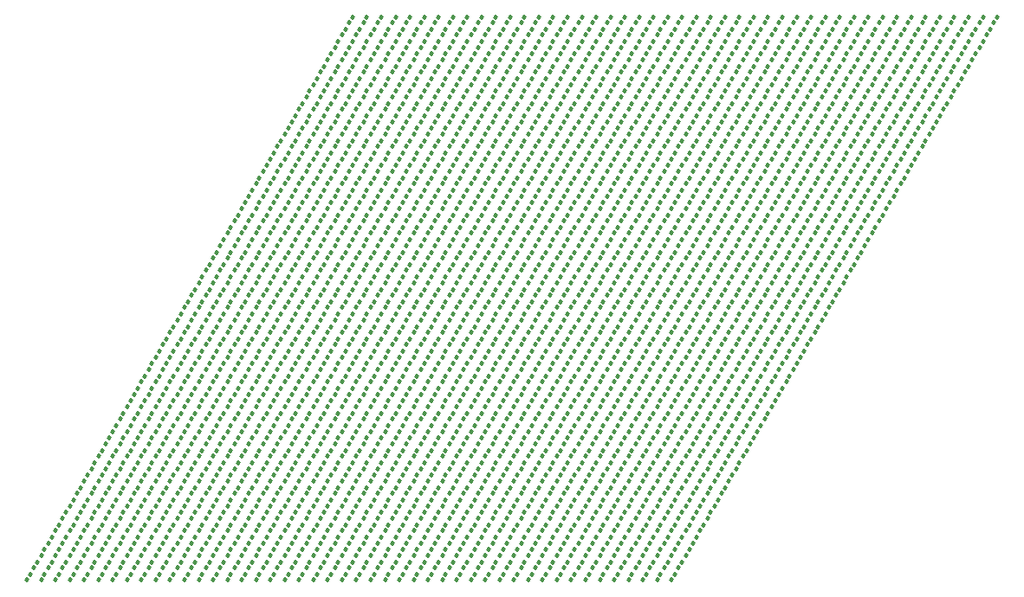
<source format=gts>
%TF.GenerationSoftware,KiCad,Pcbnew,8.0.8*%
%TF.CreationDate,2025-03-26T10:56:16-07:00*%
%TF.ProjectId,led_mapper_850,6c65645f-6d61-4707-9065-725f3835302e,rev?*%
%TF.SameCoordinates,Original*%
%TF.FileFunction,Soldermask,Top*%
%TF.FilePolarity,Negative*%
%FSLAX46Y46*%
G04 Gerber Fmt 4.6, Leading zero omitted, Abs format (unit mm)*
G04 Created by KiCad (PCBNEW 8.0.8) date 2025-03-26 10:56:16*
%MOMM*%
%LPD*%
G01*
G04 APERTURE LIST*
G04 Aperture macros list*
%AMRoundRect*
0 Rectangle with rounded corners*
0 $1 Rounding radius*
0 $2 $3 $4 $5 $6 $7 $8 $9 X,Y pos of 4 corners*
0 Add a 4 corners polygon primitive as box body*
4,1,4,$2,$3,$4,$5,$6,$7,$8,$9,$2,$3,0*
0 Add four circle primitives for the rounded corners*
1,1,$1+$1,$2,$3*
1,1,$1+$1,$4,$5*
1,1,$1+$1,$6,$7*
1,1,$1+$1,$8,$9*
0 Add four rect primitives between the rounded corners*
20,1,$1+$1,$2,$3,$4,$5,0*
20,1,$1+$1,$4,$5,$6,$7,0*
20,1,$1+$1,$6,$7,$8,$9,0*
20,1,$1+$1,$8,$9,$2,$3,0*%
G04 Aperture macros list end*
%ADD10RoundRect,0.100000X0.021603X-0.162583X0.151603X0.062583X-0.021603X0.162583X-0.151603X-0.062583X0*%
G04 APERTURE END LIST*
D10*
%TO.C,D1197*%
X-18360000Y-31800452D03*
X-18040000Y-31246196D03*
%TD*%
%TO.C,D1404*%
X11040000Y-36650194D03*
X11360000Y-36095938D03*
%TD*%
%TO.C,D104*%
X13840000Y-2701999D03*
X14160000Y-2147743D03*
%TD*%
%TO.C,D1631*%
X-28860000Y-54836728D03*
X-28540000Y-54282472D03*
%TD*%
%TO.C,D1789*%
X10340000Y-49986986D03*
X10660000Y-49432730D03*
%TD*%
%TO.C,D339*%
X17340000Y-8764176D03*
X17660000Y-8209920D03*
%TD*%
%TO.C,D1783*%
X18740000Y-49986986D03*
X19060000Y-49432730D03*
%TD*%
%TO.C,D827*%
X22240000Y-19676097D03*
X22560000Y-19121841D03*
%TD*%
%TO.C,D2007*%
X30640000Y-43924808D03*
X30960000Y-43370552D03*
%TD*%
%TO.C,D1951*%
X-21160000Y-46349679D03*
X-20840000Y-45795423D03*
%TD*%
%TO.C,D1747*%
X4040000Y-51199421D03*
X4360000Y-50645165D03*
%TD*%
%TO.C,D361*%
X48140000Y-8764176D03*
X48460000Y-8209920D03*
%TD*%
%TO.C,D132*%
X53040000Y-2701999D03*
X53360000Y-2147743D03*
%TD*%
%TO.C,D1683*%
X28540000Y-52411857D03*
X28860000Y-51857601D03*
%TD*%
%TO.C,D1757*%
X-9960000Y-51199421D03*
X-9640000Y-50645165D03*
%TD*%
%TO.C,D2017*%
X16640000Y-43924808D03*
X16960000Y-43370552D03*
%TD*%
%TO.C,D1595*%
X21540000Y-54836728D03*
X21860000Y-54282472D03*
%TD*%
%TO.C,D1805*%
X-12060000Y-49986986D03*
X-11740000Y-49432730D03*
%TD*%
%TO.C,D345*%
X25740000Y-8764176D03*
X26060000Y-8209920D03*
%TD*%
%TO.C,D123*%
X40440000Y-2701999D03*
X40760000Y-2147743D03*
%TD*%
%TO.C,D1441*%
X-2260000Y-37862630D03*
X-1940000Y-37308374D03*
%TD*%
%TO.C,D207*%
X27840000Y-5126870D03*
X28160000Y-4572614D03*
%TD*%
%TO.C,D1846*%
X-4360000Y-48774550D03*
X-4040000Y-48220294D03*
%TD*%
%TO.C,D1159*%
X-6460000Y-30588017D03*
X-6140000Y-30033761D03*
%TD*%
%TO.C,D146*%
X7540000Y-3914434D03*
X7860000Y-3360178D03*
%TD*%
%TO.C,D217*%
X41840000Y-5126870D03*
X42160000Y-4572614D03*
%TD*%
%TO.C,D444*%
X34140000Y-11189048D03*
X34460000Y-10634792D03*
%TD*%
%TO.C,D1015*%
X19440000Y-14826354D03*
X19760000Y-14272098D03*
%TD*%
%TO.C,D329*%
X3340000Y-8764176D03*
X3660000Y-8209920D03*
%TD*%
%TO.C,D268*%
X48140000Y-6339305D03*
X48460000Y-5785049D03*
%TD*%
%TO.C,D1109*%
X-11360000Y-29375581D03*
X-11040000Y-28821325D03*
%TD*%
%TO.C,D1274*%
X24340000Y-33012888D03*
X24660000Y-32458632D03*
%TD*%
%TO.C,D185*%
X-2960000Y-5126870D03*
X-2640000Y-4572614D03*
%TD*%
%TO.C,D111*%
X23640000Y-2701999D03*
X23960000Y-2147743D03*
%TD*%
%TO.C,D238*%
X6140000Y-6339305D03*
X6460000Y-5785049D03*
%TD*%
%TO.C,D426*%
X8940000Y-11189048D03*
X9260000Y-10634792D03*
%TD*%
%TO.C,D1153*%
X-14860000Y-30588017D03*
X-14540000Y-30033761D03*
%TD*%
%TO.C,D1144*%
X37640000Y-29375581D03*
X37960000Y-28821325D03*
%TD*%
%TO.C,D1970*%
X17340000Y-45137243D03*
X17660000Y-44582987D03*
%TD*%
%TO.C,D981*%
X1940000Y-16038790D03*
X2260000Y-15484534D03*
%TD*%
%TO.C,D681*%
X31340000Y-23313403D03*
X31660000Y-22759147D03*
%TD*%
%TO.C,D386*%
X18040000Y-9976612D03*
X18360000Y-9422356D03*
%TD*%
%TO.C,D808*%
X48840000Y-19676097D03*
X49160000Y-19121841D03*
%TD*%
%TO.C,D1963*%
X27140000Y-45137243D03*
X27460000Y-44582987D03*
%TD*%
%TO.C,D33*%
X44640000Y-277128D03*
X44960000Y277128D03*
%TD*%
%TO.C,D1088*%
X24340000Y-28163146D03*
X24660000Y-27608890D03*
%TD*%
%TO.C,D1992*%
X-13460000Y-45137243D03*
X-13140000Y-44582987D03*
%TD*%
%TO.C,D1651*%
X8240000Y-53624292D03*
X8560000Y-53070036D03*
%TD*%
%TO.C,D82*%
X48140000Y-1489563D03*
X48460000Y-935307D03*
%TD*%
%TO.C,D1108*%
X-12760000Y-29375581D03*
X-12440000Y-28821325D03*
%TD*%
%TO.C,D912*%
X33440000Y-17251225D03*
X33760000Y-16696969D03*
%TD*%
%TO.C,D1480*%
X-12760000Y-39075066D03*
X-12440000Y-38520810D03*
%TD*%
%TO.C,D1559*%
X32740000Y-40287501D03*
X33060000Y-39733245D03*
%TD*%
%TO.C,D181*%
X56540000Y-3914434D03*
X56860000Y-3360178D03*
%TD*%
%TO.C,D736*%
X19440000Y-22100968D03*
X19760000Y-21546712D03*
%TD*%
%TO.C,D1865*%
X34140000Y-47562115D03*
X34460000Y-47007859D03*
%TD*%
%TO.C,D957*%
X35540000Y-16038790D03*
X35860000Y-15484534D03*
%TD*%
%TO.C,D1777*%
X27140000Y-49986986D03*
X27460000Y-49432730D03*
%TD*%
%TO.C,D1977*%
X7540000Y-45137243D03*
X7860000Y-44582987D03*
%TD*%
%TO.C,D940*%
X-5760000Y-17251225D03*
X-5440000Y-16696969D03*
%TD*%
%TO.C,D234*%
X540000Y-6339305D03*
X860000Y-5785049D03*
%TD*%
%TO.C,D1277*%
X28540000Y-33012888D03*
X28860000Y-32458632D03*
%TD*%
%TO.C,D430*%
X14540000Y-11189048D03*
X14860000Y-10634792D03*
%TD*%
%TO.C,D2001*%
X-26060000Y-45137243D03*
X-25740000Y-44582987D03*
%TD*%
%TO.C,D1475*%
X-19760000Y-39075066D03*
X-19440000Y-38520810D03*
%TD*%
%TO.C,D1338*%
X-16260000Y-35437759D03*
X-15940000Y-34883503D03*
%TD*%
%TO.C,D1395*%
X-1560000Y-36650194D03*
X-1240000Y-36095938D03*
%TD*%
%TO.C,D1201*%
X-12760000Y-31800452D03*
X-12440000Y-31246196D03*
%TD*%
%TO.C,D1875*%
X20140000Y-47562115D03*
X20460000Y-47007859D03*
%TD*%
%TO.C,D460*%
X56540000Y-11189048D03*
X56860000Y-10634792D03*
%TD*%
%TO.C,D1126*%
X12440000Y-29375581D03*
X12760000Y-28821325D03*
%TD*%
%TO.C,D467*%
X1240000Y-12401483D03*
X1560000Y-11847227D03*
%TD*%
%TO.C,D169*%
X39740000Y-3914434D03*
X40060000Y-3360178D03*
%TD*%
%TO.C,D1866*%
X32740000Y-47562115D03*
X33060000Y-47007859D03*
%TD*%
%TO.C,D70*%
X31340000Y-1489563D03*
X31660000Y-935307D03*
%TD*%
%TO.C,D1470*%
X38340000Y-37862630D03*
X38660000Y-37308374D03*
%TD*%
%TO.C,D1737*%
X18040000Y-51199421D03*
X18360000Y-50645165D03*
%TD*%
%TO.C,D2073*%
X3340000Y-42712372D03*
X3660000Y-42158116D03*
%TD*%
%TO.C,D546*%
X25040000Y-26950710D03*
X25360000Y-26396454D03*
%TD*%
%TO.C,D93*%
X-1560000Y-2701999D03*
X-1240000Y-2147743D03*
%TD*%
%TO.C,D688*%
X21540000Y-23313403D03*
X21860000Y-22759147D03*
%TD*%
%TO.C,D1025*%
X5440000Y-14826354D03*
X5760000Y-14272098D03*
%TD*%
%TO.C,D818*%
X34840000Y-19676097D03*
X35160000Y-19121841D03*
%TD*%
%TO.C,D1828*%
X20840000Y-48774550D03*
X21160000Y-48220294D03*
%TD*%
%TO.C,D2052*%
X32740000Y-42712372D03*
X33060000Y-42158116D03*
%TD*%
%TO.C,D1527*%
X-12060000Y-40287501D03*
X-11740000Y-39733245D03*
%TD*%
%TO.C,D1705*%
X-2260000Y-52411857D03*
X-1940000Y-51857601D03*
%TD*%
%TO.C,D501*%
X48840000Y-12401483D03*
X49160000Y-11847227D03*
%TD*%
%TO.C,D2094*%
X39040000Y-41499937D03*
X39360000Y-40945681D03*
%TD*%
%TO.C,D1656*%
X1240000Y-53624292D03*
X1560000Y-53070036D03*
%TD*%
%TO.C,D203*%
X22240000Y-5126870D03*
X22560000Y-4572614D03*
%TD*%
%TO.C,D145*%
X6140000Y-3914434D03*
X6460000Y-3360178D03*
%TD*%
%TO.C,D2033*%
X-5760000Y-43924808D03*
X-5440000Y-43370552D03*
%TD*%
%TO.C,D1558*%
X31340000Y-40287501D03*
X31660000Y-39733245D03*
%TD*%
%TO.C,D1133*%
X22240000Y-29375581D03*
X22560000Y-28821325D03*
%TD*%
%TO.C,D958*%
X34140000Y-16038790D03*
X34460000Y-15484534D03*
%TD*%
%TO.C,D1957*%
X35540000Y-45137243D03*
X35860000Y-44582987D03*
%TD*%
%TO.C,D614*%
X-5060000Y-25738274D03*
X-4740000Y-25184018D03*
%TD*%
%TO.C,D338*%
X15940000Y-8764176D03*
X16260000Y-8209920D03*
%TD*%
%TO.C,D878*%
X15940000Y-18463661D03*
X16260000Y-17909405D03*
%TD*%
%TO.C,D456*%
X50940000Y-11189048D03*
X51260000Y-10634792D03*
%TD*%
%TO.C,D175*%
X48140000Y-3914434D03*
X48460000Y-3360178D03*
%TD*%
%TO.C,D1322*%
X26440000Y-34225323D03*
X26760000Y-33671067D03*
%TD*%
%TO.C,D1652*%
X6840000Y-53624292D03*
X7160000Y-53070036D03*
%TD*%
%TO.C,D1990*%
X-10660000Y-45137243D03*
X-10340000Y-44582987D03*
%TD*%
%TO.C,D1449*%
X8940000Y-37862630D03*
X9260000Y-37308374D03*
%TD*%
%TO.C,D1118*%
X1240000Y-29375581D03*
X1560000Y-28821325D03*
%TD*%
%TO.C,D752*%
X-2960000Y-22100968D03*
X-2640000Y-21546712D03*
%TD*%
%TO.C,D434*%
X20140000Y-11189048D03*
X20460000Y-10634792D03*
%TD*%
%TO.C,D575*%
X-15560000Y-26950710D03*
X-15240000Y-26396454D03*
%TD*%
%TO.C,D1278*%
X29940000Y-33012888D03*
X30260000Y-32458632D03*
%TD*%
%TO.C,D505*%
X54440000Y-12401483D03*
X54760000Y-11847227D03*
%TD*%
%TO.C,D663*%
X-8560000Y-24525839D03*
X-8240000Y-23971583D03*
%TD*%
%TO.C,D812*%
X43240000Y-19676097D03*
X43560000Y-19121841D03*
%TD*%
%TO.C,D711*%
X-10660000Y-23313403D03*
X-10340000Y-22759147D03*
%TD*%
%TO.C,D1137*%
X27840000Y-29375581D03*
X28160000Y-28821325D03*
%TD*%
%TO.C,D1495*%
X8240000Y-39075066D03*
X8560000Y-38520810D03*
%TD*%
%TO.C,D1512*%
X32040000Y-39075066D03*
X32360000Y-38520810D03*
%TD*%
%TO.C,D301*%
X29240000Y-7551741D03*
X29560000Y-6997485D03*
%TD*%
%TO.C,D1660*%
X-4360000Y-53624292D03*
X-4040000Y-53070036D03*
%TD*%
%TO.C,D725*%
X34840000Y-22100968D03*
X35160000Y-21546712D03*
%TD*%
%TO.C,D1586*%
X5440000Y-41499937D03*
X5760000Y-40945681D03*
%TD*%
%TO.C,D1731*%
X26440000Y-51199421D03*
X26760000Y-50645165D03*
%TD*%
%TO.C,D722*%
X39040000Y-22100968D03*
X39360000Y-21546712D03*
%TD*%
%TO.C,D1734*%
X22240000Y-51199421D03*
X22560000Y-50645165D03*
%TD*%
%TO.C,D1246*%
X-14860000Y-33012888D03*
X-14540000Y-32458632D03*
%TD*%
%TO.C,D1913*%
X32040000Y-46349679D03*
X32360000Y-45795423D03*
%TD*%
%TO.C,D1424*%
X39040000Y-36650194D03*
X39360000Y-36095938D03*
%TD*%
%TO.C,D1212*%
X2640000Y-31800452D03*
X2960000Y-31246196D03*
%TD*%
%TO.C,D576*%
X48140000Y-25738274D03*
X48460000Y-25184018D03*
%TD*%
%TO.C,D1542*%
X8940000Y-40287501D03*
X9260000Y-39733245D03*
%TD*%
%TO.C,D1981*%
X1940000Y-45137243D03*
X2260000Y-44582987D03*
%TD*%
%TO.C,D1236*%
X36240000Y-31800452D03*
X36560000Y-31246196D03*
%TD*%
%TO.C,D1190*%
X36940000Y-30588017D03*
X37260000Y-30033761D03*
%TD*%
%TO.C,D1561*%
X35540000Y-40287501D03*
X35860000Y-39733245D03*
%TD*%
%TO.C,D1639*%
X25040000Y-53624292D03*
X25360000Y-53070036D03*
%TD*%
%TO.C,D1481*%
X-11360000Y-39075066D03*
X-11040000Y-38520810D03*
%TD*%
%TO.C,D46*%
X62840000Y-277128D03*
X63160000Y277128D03*
%TD*%
%TO.C,D1171*%
X10340000Y-30588017D03*
X10660000Y-30033761D03*
%TD*%
%TO.C,D1369*%
X27140000Y-35437759D03*
X27460000Y-34883503D03*
%TD*%
%TO.C,D757*%
X-9960000Y-22100968D03*
X-9640000Y-21546712D03*
%TD*%
%TO.C,D277*%
X-4360000Y-7551741D03*
X-4040000Y-6997485D03*
%TD*%
%TO.C,D542*%
X30640000Y-26950710D03*
X30960000Y-26396454D03*
%TD*%
%TO.C,D1307*%
X5440000Y-34225323D03*
X5760000Y-33671067D03*
%TD*%
%TO.C,D1508*%
X26440000Y-39075066D03*
X26760000Y-38520810D03*
%TD*%
%TO.C,D1647*%
X13840000Y-53624292D03*
X14160000Y-53070036D03*
%TD*%
%TO.C,D1942*%
X-8560000Y-46349679D03*
X-8240000Y-45795423D03*
%TD*%
%TO.C,D414*%
X57240000Y-9976612D03*
X57560000Y-9422356D03*
%TD*%
%TO.C,D99*%
X6840000Y-2701999D03*
X7160000Y-2147743D03*
%TD*%
%TO.C,D1726*%
X33440000Y-51199421D03*
X33760000Y-50645165D03*
%TD*%
%TO.C,D1370*%
X28540000Y-35437759D03*
X28860000Y-34883503D03*
%TD*%
%TO.C,D934*%
X2640000Y-17251225D03*
X2960000Y-16696969D03*
%TD*%
%TO.C,D2044*%
X-21160000Y-43924808D03*
X-20840000Y-43370552D03*
%TD*%
%TO.C,D72*%
X34140000Y-1489563D03*
X34460000Y-935307D03*
%TD*%
%TO.C,D1629*%
X-26060000Y-54836728D03*
X-25740000Y-54282472D03*
%TD*%
%TO.C,D1330*%
X37640000Y-34225323D03*
X37960000Y-33671067D03*
%TD*%
%TO.C,D108*%
X19440000Y-2701999D03*
X19760000Y-2147743D03*
%TD*%
%TO.C,D1844*%
X-1560000Y-48774550D03*
X-1240000Y-48220294D03*
%TD*%
%TO.C,D1299*%
X-5760000Y-34225323D03*
X-5440000Y-33671067D03*
%TD*%
%TO.C,D567*%
X-4360000Y-26950710D03*
X-4040000Y-26396454D03*
%TD*%
%TO.C,D308*%
X39040000Y-7551741D03*
X39360000Y-6997485D03*
%TD*%
%TO.C,D692*%
X15940000Y-23313403D03*
X16260000Y-22759147D03*
%TD*%
%TO.C,D1574*%
X-11360000Y-41499937D03*
X-11040000Y-40945681D03*
%TD*%
%TO.C,D423*%
X4740000Y-11189048D03*
X5060000Y-10634792D03*
%TD*%
%TO.C,D1303*%
X-160000Y-34225323D03*
X160000Y-33671067D03*
%TD*%
%TO.C,D1057*%
X25740000Y-13613919D03*
X26060000Y-13059663D03*
%TD*%
%TO.C,D1017*%
X16640000Y-14826354D03*
X16960000Y-14272098D03*
%TD*%
%TO.C,D1468*%
X35540000Y-37862630D03*
X35860000Y-37308374D03*
%TD*%
%TO.C,D705*%
X-2260000Y-23313403D03*
X-1940000Y-22759147D03*
%TD*%
%TO.C,D486*%
X27840000Y-12401483D03*
X28160000Y-11847227D03*
%TD*%
%TO.C,D666*%
X-12760000Y-24525839D03*
X-12440000Y-23971583D03*
%TD*%
%TO.C,D763*%
X46740000Y-20888532D03*
X47060000Y-20334276D03*
%TD*%
%TO.C,D1434*%
X-12060000Y-37862630D03*
X-11740000Y-37308374D03*
%TD*%
%TO.C,D1120*%
X4040000Y-29375581D03*
X4360000Y-28821325D03*
%TD*%
%TO.C,D1496*%
X9640000Y-39075066D03*
X9960000Y-38520810D03*
%TD*%
%TO.C,D79*%
X43940000Y-1489563D03*
X44260000Y-935307D03*
%TD*%
%TO.C,D1570*%
X-16960000Y-41499937D03*
X-16640000Y-40945681D03*
%TD*%
%TO.C,D286*%
X8240000Y-7551741D03*
X8560000Y-6997485D03*
%TD*%
%TO.C,D1520*%
X-21860000Y-40287501D03*
X-21540000Y-39733245D03*
%TD*%
%TO.C,D1374*%
X34140000Y-35437759D03*
X34460000Y-34883503D03*
%TD*%
%TO.C,D250*%
X22940000Y-6339305D03*
X23260000Y-5785049D03*
%TD*%
%TO.C,D1886*%
X4740000Y-47562115D03*
X5060000Y-47007859D03*
%TD*%
%TO.C,D1030*%
X-1560000Y-14826354D03*
X-1240000Y-14272098D03*
%TD*%
%TO.C,D539*%
X34840000Y-26950710D03*
X35160000Y-26396454D03*
%TD*%
%TO.C,D582*%
X39740000Y-25738274D03*
X40060000Y-25184018D03*
%TD*%
%TO.C,D865*%
X34140000Y-18463661D03*
X34460000Y-17909405D03*
%TD*%
%TO.C,D653*%
X5440000Y-24525839D03*
X5760000Y-23971583D03*
%TD*%
%TO.C,D637*%
X27840000Y-24525839D03*
X28160000Y-23971583D03*
%TD*%
%TO.C,D1357*%
X10340000Y-35437759D03*
X10660000Y-34883503D03*
%TD*%
%TO.C,D1714*%
X-14860000Y-52411857D03*
X-14540000Y-51857601D03*
%TD*%
%TO.C,D492*%
X36240000Y-12401483D03*
X36560000Y-11847227D03*
%TD*%
%TO.C,D890*%
X-860000Y-18463661D03*
X-540000Y-17909405D03*
%TD*%
%TO.C,D997*%
X44640000Y-14826354D03*
X44960000Y-14272098D03*
%TD*%
%TO.C,D267*%
X46740000Y-6339305D03*
X47060000Y-5785049D03*
%TD*%
%TO.C,D1008*%
X29240000Y-14826354D03*
X29560000Y-14272098D03*
%TD*%
%TO.C,D1312*%
X12440000Y-34225323D03*
X12760000Y-33671067D03*
%TD*%
%TO.C,D1870*%
X27140000Y-47562115D03*
X27460000Y-47007859D03*
%TD*%
%TO.C,D377*%
X5440000Y-9976612D03*
X5760000Y-9422356D03*
%TD*%
%TO.C,D693*%
X14540000Y-23313403D03*
X14860000Y-22759147D03*
%TD*%
%TO.C,D1431*%
X-16260000Y-37862630D03*
X-15940000Y-37308374D03*
%TD*%
%TO.C,D1679*%
X-30960000Y-53624292D03*
X-30640000Y-53070036D03*
%TD*%
%TO.C,D1253*%
X-5060000Y-33012888D03*
X-4740000Y-32458632D03*
%TD*%
%TO.C,D26*%
X34840000Y-277128D03*
X35160000Y277128D03*
%TD*%
%TO.C,D2086*%
X-14860000Y-42712372D03*
X-14540000Y-42158116D03*
%TD*%
%TO.C,D886*%
X4740000Y-18463661D03*
X5060000Y-17909405D03*
%TD*%
%TO.C,D841*%
X2640000Y-19676097D03*
X2960000Y-19121841D03*
%TD*%
%TO.C,D951*%
X43940000Y-16038790D03*
X44260000Y-15484534D03*
%TD*%
%TO.C,D355*%
X39740000Y-8764176D03*
X40060000Y-8209920D03*
%TD*%
%TO.C,D1514*%
X34840000Y-39075066D03*
X35160000Y-38520810D03*
%TD*%
%TO.C,D1250*%
X-9260000Y-33012888D03*
X-8940000Y-32458632D03*
%TD*%
%TO.C,D928*%
X11040000Y-17251225D03*
X11360000Y-16696969D03*
%TD*%
%TO.C,D1910*%
X36240000Y-46349679D03*
X36560000Y-45795423D03*
%TD*%
%TO.C,D312*%
X44640000Y-7551741D03*
X44960000Y-6997485D03*
%TD*%
%TO.C,D1031*%
X-2960000Y-14826354D03*
X-2640000Y-14272098D03*
%TD*%
%TO.C,D645*%
X16640000Y-24525839D03*
X16960000Y-23971583D03*
%TD*%
%TO.C,D1934*%
X2640000Y-46349679D03*
X2960000Y-45795423D03*
%TD*%
%TO.C,D2097*%
X34840000Y-41499937D03*
X35160000Y-40945681D03*
%TD*%
%TO.C,D297*%
X23640000Y-7551741D03*
X23960000Y-6997485D03*
%TD*%
%TO.C,D34*%
X46040000Y-277128D03*
X46360000Y277128D03*
%TD*%
%TO.C,D907*%
X40440000Y-17251225D03*
X40760000Y-16696969D03*
%TD*%
%TO.C,D1446*%
X4740000Y-37862630D03*
X5060000Y-37308374D03*
%TD*%
%TO.C,D608*%
X3340000Y-25738274D03*
X3660000Y-25184018D03*
%TD*%
%TO.C,D933*%
X4040000Y-17251225D03*
X4360000Y-16696969D03*
%TD*%
%TO.C,D1096*%
X35540000Y-28163146D03*
X35860000Y-27608890D03*
%TD*%
%TO.C,D920*%
X22240000Y-17251225D03*
X22560000Y-16696969D03*
%TD*%
%TO.C,D1845*%
X-2960000Y-48774550D03*
X-2640000Y-48220294D03*
%TD*%
%TO.C,D916*%
X27840000Y-17251225D03*
X28160000Y-16696969D03*
%TD*%
%TO.C,D1131*%
X19440000Y-29375581D03*
X19760000Y-28821325D03*
%TD*%
%TO.C,D2100*%
X30640000Y-41499937D03*
X30960000Y-40945681D03*
%TD*%
%TO.C,D982*%
X540000Y-16038790D03*
X860000Y-15484534D03*
%TD*%
%TO.C,D137*%
X60040000Y-2701999D03*
X60360000Y-2147743D03*
%TD*%
%TO.C,D526*%
X18740000Y-13613919D03*
X19060000Y-13059663D03*
%TD*%
%TO.C,D2063*%
X17340000Y-42712372D03*
X17660000Y-42158116D03*
%TD*%
%TO.C,D1170*%
X8940000Y-30588017D03*
X9260000Y-30033761D03*
%TD*%
%TO.C,D1860*%
X-23960000Y-48774550D03*
X-23640000Y-48220294D03*
%TD*%
%TO.C,D2062*%
X18740000Y-42712372D03*
X19060000Y-42158116D03*
%TD*%
%TO.C,D1403*%
X9640000Y-36650194D03*
X9960000Y-36095938D03*
%TD*%
%TO.C,D1447*%
X6140000Y-37862630D03*
X6460000Y-37308374D03*
%TD*%
%TO.C,D2087*%
X-16260000Y-42712372D03*
X-15940000Y-42158116D03*
%TD*%
%TO.C,D1203*%
X-9960000Y-31800452D03*
X-9640000Y-31246196D03*
%TD*%
%TO.C,D1710*%
X-9260000Y-52411857D03*
X-8940000Y-51857601D03*
%TD*%
%TO.C,D1173*%
X13140000Y-30588017D03*
X13460000Y-30033761D03*
%TD*%
%TO.C,D1493*%
X5440000Y-39075066D03*
X5760000Y-38520810D03*
%TD*%
%TO.C,D120*%
X36240000Y-2701999D03*
X36560000Y-2147743D03*
%TD*%
%TO.C,D984*%
X-2260000Y-16038790D03*
X-1940000Y-15484534D03*
%TD*%
%TO.C,D750*%
X-160000Y-22100968D03*
X160000Y-21546712D03*
%TD*%
%TO.C,D568*%
X-5760000Y-26950710D03*
X-5440000Y-26396454D03*
%TD*%
%TO.C,D1390*%
X-8560000Y-36650194D03*
X-8240000Y-36095938D03*
%TD*%
%TO.C,D1129*%
X16640000Y-29375581D03*
X16960000Y-28821325D03*
%TD*%
%TO.C,D105*%
X15240000Y-2701999D03*
X15560000Y-2147743D03*
%TD*%
%TO.C,D1122*%
X6840000Y-29375581D03*
X7160000Y-28821325D03*
%TD*%
%TO.C,D972*%
X14540000Y-16038790D03*
X14860000Y-15484534D03*
%TD*%
%TO.C,D119*%
X34840000Y-2701999D03*
X35160000Y-2147743D03*
%TD*%
%TO.C,D1818*%
X34840000Y-48774550D03*
X35160000Y-48220294D03*
%TD*%
%TO.C,D322*%
X58640000Y-7551741D03*
X58960000Y-6997485D03*
%TD*%
%TO.C,D1196*%
X45340000Y-30588017D03*
X45660000Y-30033761D03*
%TD*%
%TO.C,D1908*%
X-26060000Y-47562115D03*
X-25740000Y-47007859D03*
%TD*%
%TO.C,D1373*%
X32740000Y-35437759D03*
X33060000Y-34883503D03*
%TD*%
%TO.C,D106*%
X16640000Y-2701999D03*
X16960000Y-2147743D03*
%TD*%
%TO.C,D679*%
X34140000Y-23313403D03*
X34460000Y-22759147D03*
%TD*%
%TO.C,D1162*%
X-2260000Y-30588017D03*
X-1940000Y-30033761D03*
%TD*%
%TO.C,D91*%
X60740000Y-1489563D03*
X61060000Y-935307D03*
%TD*%
%TO.C,D1890*%
X-860000Y-47562115D03*
X-540000Y-47007859D03*
%TD*%
%TO.C,D1423*%
X37640000Y-36650194D03*
X37960000Y-36095938D03*
%TD*%
%TO.C,D1926*%
X13840000Y-46349679D03*
X14160000Y-45795423D03*
%TD*%
%TO.C,D141*%
X540000Y-3914434D03*
X860000Y-3360178D03*
%TD*%
%TO.C,D710*%
X-9260000Y-23313403D03*
X-8940000Y-22759147D03*
%TD*%
%TO.C,D775*%
X29940000Y-20888532D03*
X30260000Y-20334276D03*
%TD*%
%TO.C,D340*%
X18740000Y-8764176D03*
X19060000Y-8209920D03*
%TD*%
%TO.C,D1296*%
X-9960000Y-34225323D03*
X-9640000Y-33671067D03*
%TD*%
%TO.C,D1146*%
X40440000Y-29375581D03*
X40760000Y-28821325D03*
%TD*%
%TO.C,D772*%
X34140000Y-20888532D03*
X34460000Y-20334276D03*
%TD*%
%TO.C,D658*%
X-1560000Y-24525839D03*
X-1240000Y-23971583D03*
%TD*%
%TO.C,D190*%
X4040000Y-5126870D03*
X4360000Y-4572614D03*
%TD*%
%TO.C,D770*%
X36940000Y-20888532D03*
X37260000Y-20334276D03*
%TD*%
%TO.C,D873*%
X22940000Y-18463661D03*
X23260000Y-17909405D03*
%TD*%
%TO.C,D424*%
X6140000Y-11189048D03*
X6460000Y-10634792D03*
%TD*%
%TO.C,D204*%
X23640000Y-5126870D03*
X23960000Y-4572614D03*
%TD*%
%TO.C,D359*%
X45340000Y-8764176D03*
X45660000Y-8209920D03*
%TD*%
%TO.C,D1533*%
X-3660000Y-40287501D03*
X-3340000Y-39733245D03*
%TD*%
%TO.C,D196*%
X12440000Y-5126870D03*
X12760000Y-4572614D03*
%TD*%
%TO.C,D328*%
X1940000Y-8764176D03*
X2260000Y-8209920D03*
%TD*%
%TO.C,D810*%
X46040000Y-19676097D03*
X46360000Y-19121841D03*
%TD*%
%TO.C,D1460*%
X24340000Y-37862630D03*
X24660000Y-37308374D03*
%TD*%
%TO.C,D1856*%
X-18360000Y-48774550D03*
X-18040000Y-48220294D03*
%TD*%
%TO.C,D85*%
X52340000Y-1489563D03*
X52660000Y-935307D03*
%TD*%
%TO.C,D531*%
X46040000Y-26950710D03*
X46360000Y-26396454D03*
%TD*%
%TO.C,D1804*%
X-10660000Y-49986986D03*
X-10340000Y-49432730D03*
%TD*%
%TO.C,D1097*%
X36940000Y-28163146D03*
X37260000Y-27608890D03*
%TD*%
%TO.C,D183*%
X59340000Y-3914434D03*
X59660000Y-3360178D03*
%TD*%
%TO.C,D401*%
X39040000Y-9976612D03*
X39360000Y-9422356D03*
%TD*%
%TO.C,D514*%
X1940000Y-13613919D03*
X2260000Y-13059663D03*
%TD*%
%TO.C,D331*%
X6140000Y-8764176D03*
X6460000Y-8209920D03*
%TD*%
%TO.C,D313*%
X46040000Y-7551741D03*
X46360000Y-6997485D03*
%TD*%
%TO.C,D230*%
X60040000Y-5126870D03*
X60360000Y-4572614D03*
%TD*%
%TO.C,D1800*%
X-5060000Y-49986986D03*
X-4740000Y-49432730D03*
%TD*%
%TO.C,D551*%
X18040000Y-26950710D03*
X18360000Y-26396454D03*
%TD*%
%TO.C,D1513*%
X33440000Y-39075066D03*
X33760000Y-38520810D03*
%TD*%
%TO.C,D743*%
X9640000Y-22100968D03*
X9960000Y-21546712D03*
%TD*%
%TO.C,D1210*%
X-160000Y-31800452D03*
X160000Y-31246196D03*
%TD*%
%TO.C,D2109*%
X18040000Y-41499937D03*
X18360000Y-40945681D03*
%TD*%
%TO.C,D346*%
X27140000Y-8764176D03*
X27460000Y-8209920D03*
%TD*%
%TO.C,D453*%
X46740000Y-11189048D03*
X47060000Y-10634792D03*
%TD*%
%TO.C,D1437*%
X-7860000Y-37862630D03*
X-7540000Y-37308374D03*
%TD*%
%TO.C,D938*%
X-2960000Y-17251225D03*
X-2640000Y-16696969D03*
%TD*%
%TO.C,D955*%
X38340000Y-16038790D03*
X38660000Y-15484534D03*
%TD*%
%TO.C,D871*%
X25740000Y-18463661D03*
X26060000Y-17909405D03*
%TD*%
%TO.C,D38*%
X51640000Y-277128D03*
X51960000Y277128D03*
%TD*%
%TO.C,D784*%
X17340000Y-20888532D03*
X17660000Y-20334276D03*
%TD*%
%TO.C,D1206*%
X-5760000Y-31800452D03*
X-5440000Y-31246196D03*
%TD*%
%TO.C,D1464*%
X29940000Y-37862630D03*
X30260000Y-37308374D03*
%TD*%
%TO.C,D1947*%
X-15560000Y-46349679D03*
X-15240000Y-45795423D03*
%TD*%
%TO.C,D773*%
X32740000Y-20888532D03*
X33060000Y-20334276D03*
%TD*%
%TO.C,D1014*%
X20840000Y-14826354D03*
X21160000Y-14272098D03*
%TD*%
%TO.C,D237*%
X4740000Y-6339305D03*
X5060000Y-5785049D03*
%TD*%
%TO.C,D97*%
X4040000Y-2701999D03*
X4360000Y-2147743D03*
%TD*%
%TO.C,D408*%
X48840000Y-9976612D03*
X49160000Y-9422356D03*
%TD*%
%TO.C,D1775*%
X29940000Y-49986986D03*
X30260000Y-49432730D03*
%TD*%
%TO.C,D1962*%
X28540000Y-45137243D03*
X28860000Y-44582987D03*
%TD*%
%TO.C,D324*%
X-3660000Y-8764176D03*
X-3340000Y-8209920D03*
%TD*%
%TO.C,D1630*%
X-27460000Y-54836728D03*
X-27140000Y-54282472D03*
%TD*%
%TO.C,D293*%
X18040000Y-7551741D03*
X18360000Y-6997485D03*
%TD*%
%TO.C,D227*%
X55840000Y-5126870D03*
X56160000Y-4572614D03*
%TD*%
%TO.C,D1022*%
X9640000Y-14826354D03*
X9960000Y-14272098D03*
%TD*%
%TO.C,D159*%
X25740000Y-3914434D03*
X26060000Y-3360178D03*
%TD*%
%TO.C,D1945*%
X-12760000Y-46349679D03*
X-12440000Y-45795423D03*
%TD*%
%TO.C,D191*%
X5440000Y-5126870D03*
X5760000Y-4572614D03*
%TD*%
%TO.C,D655*%
X2640000Y-24525839D03*
X2960000Y-23971583D03*
%TD*%
%TO.C,D41*%
X55840000Y-277128D03*
X56160000Y277128D03*
%TD*%
%TO.C,D508*%
X-6460000Y-13613919D03*
X-6140000Y-13059663D03*
%TD*%
%TO.C,D756*%
X-8560000Y-22100968D03*
X-8240000Y-21546712D03*
%TD*%
%TO.C,D1221*%
X15240000Y-31800452D03*
X15560000Y-31246196D03*
%TD*%
%TO.C,D428*%
X11740000Y-11189048D03*
X12060000Y-10634792D03*
%TD*%
%TO.C,D292*%
X16640000Y-7551741D03*
X16960000Y-6997485D03*
%TD*%
%TO.C,D349*%
X31340000Y-8764176D03*
X31660000Y-8209920D03*
%TD*%
%TO.C,D1166*%
X3340000Y-30588017D03*
X3660000Y-30033761D03*
%TD*%
%TO.C,D1923*%
X18040000Y-46349679D03*
X18360000Y-45795423D03*
%TD*%
%TO.C,D512*%
X-860000Y-13613919D03*
X-540000Y-13059663D03*
%TD*%
%TO.C,D618*%
X-10660000Y-25738274D03*
X-10340000Y-25184018D03*
%TD*%
%TO.C,D1123*%
X8240000Y-29375581D03*
X8560000Y-28821325D03*
%TD*%
%TO.C,D2032*%
X-4360000Y-43924808D03*
X-4040000Y-43370552D03*
%TD*%
%TO.C,D420*%
X540000Y-11189048D03*
X860000Y-10634792D03*
%TD*%
%TO.C,D195*%
X11040000Y-5126870D03*
X11360000Y-4572614D03*
%TD*%
%TO.C,D2011*%
X25040000Y-43924808D03*
X25360000Y-43370552D03*
%TD*%
%TO.C,D826*%
X23640000Y-19676097D03*
X23960000Y-19121841D03*
%TD*%
%TO.C,D1406*%
X13840000Y-36650194D03*
X14160000Y-36095938D03*
%TD*%
%TO.C,D586*%
X34140000Y-25738274D03*
X34460000Y-25184018D03*
%TD*%
%TO.C,D1259*%
X3340000Y-33012888D03*
X3660000Y-32458632D03*
%TD*%
%TO.C,D7*%
X8240000Y-277128D03*
X8560000Y277128D03*
%TD*%
%TO.C,D544*%
X27840000Y-26950710D03*
X28160000Y-26396454D03*
%TD*%
%TO.C,D1898*%
X-12060000Y-47562115D03*
X-11740000Y-47007859D03*
%TD*%
%TO.C,D1336*%
X-19060000Y-35437759D03*
X-18740000Y-34883503D03*
%TD*%
%TO.C,D2014*%
X20840000Y-43924808D03*
X21160000Y-43370552D03*
%TD*%
%TO.C,D2040*%
X-15560000Y-43924808D03*
X-15240000Y-43370552D03*
%TD*%
%TO.C,D946*%
X50940000Y-16038790D03*
X51260000Y-15484534D03*
%TD*%
%TO.C,D395*%
X30640000Y-9976612D03*
X30960000Y-9422356D03*
%TD*%
%TO.C,D1861*%
X-25360000Y-48774550D03*
X-25040000Y-48220294D03*
%TD*%
%TO.C,D2055*%
X28540000Y-42712372D03*
X28860000Y-42158116D03*
%TD*%
%TO.C,D1525*%
X-14860000Y-40287501D03*
X-14540000Y-39733245D03*
%TD*%
%TO.C,D23*%
X30640000Y-277128D03*
X30960000Y277128D03*
%TD*%
%TO.C,D1796*%
X540000Y-49986986D03*
X860000Y-49432730D03*
%TD*%
%TO.C,D1382*%
X-19760000Y-36650194D03*
X-19440000Y-36095938D03*
%TD*%
%TO.C,D1392*%
X-5760000Y-36650194D03*
X-5440000Y-36095938D03*
%TD*%
%TO.C,D117*%
X32040000Y-2701999D03*
X32360000Y-2147743D03*
%TD*%
%TO.C,D1225*%
X20840000Y-31800452D03*
X21160000Y-31246196D03*
%TD*%
%TO.C,D1411*%
X20840000Y-36650194D03*
X21160000Y-36095938D03*
%TD*%
%TO.C,D1776*%
X28540000Y-49986986D03*
X28860000Y-49432730D03*
%TD*%
%TO.C,D1315*%
X16640000Y-34225323D03*
X16960000Y-33671067D03*
%TD*%
%TO.C,D193*%
X8240000Y-5126870D03*
X8560000Y-4572614D03*
%TD*%
%TO.C,D1824*%
X26440000Y-48774550D03*
X26760000Y-48220294D03*
%TD*%
%TO.C,D1569*%
X-18360000Y-41499937D03*
X-18040000Y-40945681D03*
%TD*%
%TO.C,D1398*%
X2640000Y-36650194D03*
X2960000Y-36095938D03*
%TD*%
%TO.C,D769*%
X38340000Y-20888532D03*
X38660000Y-20334276D03*
%TD*%
%TO.C,D511*%
X-2260000Y-13613919D03*
X-1940000Y-13059663D03*
%TD*%
%TO.C,D2042*%
X-18360000Y-43924808D03*
X-18040000Y-43370552D03*
%TD*%
%TO.C,D419*%
X-860000Y-11189048D03*
X-540000Y-10634792D03*
%TD*%
%TO.C,D274*%
X56540000Y-6339305D03*
X56860000Y-5785049D03*
%TD*%
%TO.C,D1054*%
X29940000Y-13613919D03*
X30260000Y-13059663D03*
%TD*%
%TO.C,D613*%
X-3660000Y-25738274D03*
X-3340000Y-25184018D03*
%TD*%
%TO.C,D1178*%
X20140000Y-30588017D03*
X20460000Y-30033761D03*
%TD*%
%TO.C,D263*%
X41140000Y-6339305D03*
X41460000Y-5785049D03*
%TD*%
%TO.C,D649*%
X11040000Y-24525839D03*
X11360000Y-23971583D03*
%TD*%
%TO.C,D1228*%
X25040000Y-31800452D03*
X25360000Y-31246196D03*
%TD*%
%TO.C,D521*%
X11740000Y-13613919D03*
X12060000Y-13059663D03*
%TD*%
%TO.C,D1213*%
X4040000Y-31800452D03*
X4360000Y-31246196D03*
%TD*%
%TO.C,D344*%
X24340000Y-8764176D03*
X24660000Y-8209920D03*
%TD*%
%TO.C,D1534*%
X-2260000Y-40287501D03*
X-1940000Y-39733245D03*
%TD*%
%TO.C,D782*%
X20140000Y-20888532D03*
X20460000Y-20334276D03*
%TD*%
%TO.C,D1231*%
X29240000Y-31800452D03*
X29560000Y-31246196D03*
%TD*%
%TO.C,D251*%
X24340000Y-6339305D03*
X24660000Y-5785049D03*
%TD*%
%TO.C,D405*%
X44640000Y-9976612D03*
X44960000Y-9422356D03*
%TD*%
%TO.C,D1222*%
X16640000Y-31800452D03*
X16960000Y-31246196D03*
%TD*%
%TO.C,D569*%
X-7160000Y-26950710D03*
X-6840000Y-26396454D03*
%TD*%
%TO.C,D2003*%
X36240000Y-43924808D03*
X36560000Y-43370552D03*
%TD*%
%TO.C,D373*%
X-160000Y-9976612D03*
X160000Y-9422356D03*
%TD*%
%TO.C,D472*%
X8240000Y-12401483D03*
X8560000Y-11847227D03*
%TD*%
%TO.C,D1794*%
X3340000Y-49986986D03*
X3660000Y-49432730D03*
%TD*%
%TO.C,D779*%
X24340000Y-20888532D03*
X24660000Y-20334276D03*
%TD*%
%TO.C,D1377*%
X38340000Y-35437759D03*
X38660000Y-34883503D03*
%TD*%
%TO.C,D168*%
X38340000Y-3914434D03*
X38660000Y-3360178D03*
%TD*%
%TO.C,D1589*%
X29940000Y-54836728D03*
X30260000Y-54282472D03*
%TD*%
%TO.C,D1907*%
X-24660000Y-47562115D03*
X-24340000Y-47007859D03*
%TD*%
%TO.C,D1591*%
X27140000Y-54836728D03*
X27460000Y-54282472D03*
%TD*%
%TO.C,D1311*%
X11040000Y-34225323D03*
X11360000Y-33671067D03*
%TD*%
%TO.C,D271*%
X52340000Y-6339305D03*
X52660000Y-5785049D03*
%TD*%
%TO.C,D1895*%
X-7860000Y-47562115D03*
X-7540000Y-47007859D03*
%TD*%
%TO.C,D341*%
X20140000Y-8764176D03*
X20460000Y-8209920D03*
%TD*%
%TO.C,D1878*%
X15940000Y-47562115D03*
X16260000Y-47007859D03*
%TD*%
%TO.C,D318*%
X53040000Y-7551741D03*
X53360000Y-6997485D03*
%TD*%
%TO.C,D1622*%
X-16260000Y-54836728D03*
X-15940000Y-54282472D03*
%TD*%
%TO.C,D372*%
X-1560000Y-9976612D03*
X-1240000Y-9422356D03*
%TD*%
%TO.C,D1415*%
X26440000Y-36650194D03*
X26760000Y-36095938D03*
%TD*%
%TO.C,D200*%
X18040000Y-5126870D03*
X18360000Y-4572614D03*
%TD*%
%TO.C,D364*%
X52340000Y-8764176D03*
X52660000Y-8209920D03*
%TD*%
%TO.C,D1801*%
X-6460000Y-49986986D03*
X-6140000Y-49432730D03*
%TD*%
%TO.C,D704*%
X-860000Y-23313403D03*
X-540000Y-22759147D03*
%TD*%
%TO.C,D1488*%
X-1560000Y-39075066D03*
X-1240000Y-38520810D03*
%TD*%
%TO.C,D64*%
X22940000Y-1489563D03*
X23260000Y-935307D03*
%TD*%
%TO.C,D503*%
X51640000Y-12401483D03*
X51960000Y-11847227D03*
%TD*%
%TO.C,D98*%
X5440000Y-2701999D03*
X5760000Y-2147743D03*
%TD*%
%TO.C,D433*%
X18740000Y-11189048D03*
X19060000Y-10634792D03*
%TD*%
%TO.C,D478*%
X16640000Y-12401483D03*
X16960000Y-11847227D03*
%TD*%
%TO.C,D487*%
X29240000Y-12401483D03*
X29560000Y-11847227D03*
%TD*%
%TO.C,D1442*%
X-860000Y-37862630D03*
X-540000Y-37308374D03*
%TD*%
%TO.C,D936*%
X-160000Y-17251225D03*
X160000Y-16696969D03*
%TD*%
%TO.C,D1234*%
X33440000Y-31800452D03*
X33760000Y-31246196D03*
%TD*%
%TO.C,D2061*%
X20140000Y-42712372D03*
X20460000Y-42158116D03*
%TD*%
%TO.C,D799*%
X-3660000Y-20888532D03*
X-3340000Y-20334276D03*
%TD*%
%TO.C,D652*%
X6840000Y-24525839D03*
X7160000Y-23971583D03*
%TD*%
%TO.C,D1973*%
X13140000Y-45137243D03*
X13460000Y-44582987D03*
%TD*%
%TO.C,D1899*%
X-13460000Y-47562115D03*
X-13140000Y-47007859D03*
%TD*%
%TO.C,D948*%
X48140000Y-16038790D03*
X48460000Y-15484534D03*
%TD*%
%TO.C,D961*%
X29940000Y-16038790D03*
X30260000Y-15484534D03*
%TD*%
%TO.C,D900*%
X50240000Y-17251225D03*
X50560000Y-16696969D03*
%TD*%
%TO.C,D1943*%
X-9960000Y-46349679D03*
X-9640000Y-45795423D03*
%TD*%
%TO.C,D774*%
X31340000Y-20888532D03*
X31660000Y-20334276D03*
%TD*%
%TO.C,D1704*%
X-860000Y-52411857D03*
X-540000Y-51857601D03*
%TD*%
%TO.C,D1721*%
X-24660000Y-52411857D03*
X-24340000Y-51857601D03*
%TD*%
%TO.C,D883*%
X8940000Y-18463661D03*
X9260000Y-17909405D03*
%TD*%
%TO.C,D369*%
X-5760000Y-9976612D03*
X-5440000Y-9422356D03*
%TD*%
%TO.C,D631*%
X36240000Y-24525839D03*
X36560000Y-23971583D03*
%TD*%
%TO.C,D1416*%
X27840000Y-36650194D03*
X28160000Y-36095938D03*
%TD*%
%TO.C,D1182*%
X25740000Y-30588017D03*
X26060000Y-30033761D03*
%TD*%
%TO.C,D1693*%
X14540000Y-52411857D03*
X14860000Y-51857601D03*
%TD*%
%TO.C,D1323*%
X27840000Y-34225323D03*
X28160000Y-33671067D03*
%TD*%
%TO.C,D1092*%
X29940000Y-28163146D03*
X30260000Y-27608890D03*
%TD*%
%TO.C,D2046*%
X-23960000Y-43924808D03*
X-23640000Y-43370552D03*
%TD*%
%TO.C,D673*%
X42540000Y-23313403D03*
X42860000Y-22759147D03*
%TD*%
%TO.C,D893*%
X-5060000Y-18463661D03*
X-4740000Y-17909405D03*
%TD*%
%TO.C,D2113*%
X12440000Y-41499937D03*
X12760000Y-40945681D03*
%TD*%
%TO.C,D1901*%
X-16260000Y-47562115D03*
X-15940000Y-47007859D03*
%TD*%
%TO.C,D1518*%
X40440000Y-39075066D03*
X40760000Y-38520810D03*
%TD*%
%TO.C,D2056*%
X27140000Y-42712372D03*
X27460000Y-42158116D03*
%TD*%
%TO.C,D1906*%
X-23260000Y-47562115D03*
X-22940000Y-47007859D03*
%TD*%
%TO.C,D1605*%
X7540000Y-54836728D03*
X7860000Y-54282472D03*
%TD*%
%TO.C,D477*%
X15240000Y-12401483D03*
X15560000Y-11847227D03*
%TD*%
%TO.C,D545*%
X26440000Y-26950710D03*
X26760000Y-26396454D03*
%TD*%
%TO.C,D817*%
X36240000Y-19676097D03*
X36560000Y-19121841D03*
%TD*%
%TO.C,D289*%
X12440000Y-7551741D03*
X12760000Y-6997485D03*
%TD*%
%TO.C,D223*%
X50240000Y-5126870D03*
X50560000Y-4572614D03*
%TD*%
%TO.C,D1620*%
X-13460000Y-54836728D03*
X-13140000Y-54282472D03*
%TD*%
%TO.C,D751*%
X-1560000Y-22100968D03*
X-1240000Y-21546712D03*
%TD*%
%TO.C,D910*%
X36240000Y-17251225D03*
X36560000Y-16696969D03*
%TD*%
%TO.C,D749*%
X1240000Y-22100968D03*
X1560000Y-21546712D03*
%TD*%
%TO.C,D925*%
X15240000Y-17251225D03*
X15560000Y-16696969D03*
%TD*%
%TO.C,D1769*%
X-26760000Y-51199421D03*
X-26440000Y-50645165D03*
%TD*%
%TO.C,D502*%
X50240000Y-12401483D03*
X50560000Y-11847227D03*
%TD*%
%TO.C,D1935*%
X1240000Y-46349679D03*
X1560000Y-45795423D03*
%TD*%
%TO.C,D201*%
X19440000Y-5126870D03*
X19760000Y-4572614D03*
%TD*%
%TO.C,D4*%
X4040000Y-277128D03*
X4360000Y277128D03*
%TD*%
%TO.C,D476*%
X13840000Y-12401483D03*
X14160000Y-11847227D03*
%TD*%
%TO.C,D455*%
X49540000Y-11189048D03*
X49860000Y-10634792D03*
%TD*%
%TO.C,D1114*%
X-4360000Y-29375581D03*
X-4040000Y-28821325D03*
%TD*%
%TO.C,D823*%
X27840000Y-19676097D03*
X28160000Y-19121841D03*
%TD*%
%TO.C,D404*%
X43240000Y-9976612D03*
X43560000Y-9422356D03*
%TD*%
%TO.C,D403*%
X41840000Y-9976612D03*
X42160000Y-9422356D03*
%TD*%
%TO.C,D662*%
X-7160000Y-24525839D03*
X-6840000Y-23971583D03*
%TD*%
%TO.C,D554*%
X13840000Y-26950710D03*
X14160000Y-26396454D03*
%TD*%
%TO.C,D730*%
X27840000Y-22100968D03*
X28160000Y-21546712D03*
%TD*%
%TO.C,D560*%
X5440000Y-26950710D03*
X5760000Y-26396454D03*
%TD*%
%TO.C,D651*%
X8240000Y-24525839D03*
X8560000Y-23971583D03*
%TD*%
%TO.C,D1055*%
X28540000Y-13613919D03*
X28860000Y-13059663D03*
%TD*%
%TO.C,D866*%
X32740000Y-18463661D03*
X33060000Y-17909405D03*
%TD*%
%TO.C,D1841*%
X2640000Y-48774550D03*
X2960000Y-48220294D03*
%TD*%
%TO.C,D1790*%
X8940000Y-49986986D03*
X9260000Y-49432730D03*
%TD*%
%TO.C,D335*%
X11740000Y-8764176D03*
X12060000Y-8209920D03*
%TD*%
%TO.C,D1806*%
X-13460000Y-49986986D03*
X-13140000Y-49432730D03*
%TD*%
%TO.C,D590*%
X28540000Y-25738274D03*
X28860000Y-25184018D03*
%TD*%
%TO.C,D1891*%
X-2260000Y-47562115D03*
X-1940000Y-47007859D03*
%TD*%
%TO.C,D1604*%
X8940000Y-54836728D03*
X9260000Y-54282472D03*
%TD*%
%TO.C,D365*%
X53740000Y-8764176D03*
X54060000Y-8209920D03*
%TD*%
%TO.C,D1583*%
X1240000Y-41499937D03*
X1560000Y-40945681D03*
%TD*%
%TO.C,D1362*%
X17340000Y-35437759D03*
X17660000Y-34883503D03*
%TD*%
%TO.C,D815*%
X39040000Y-19676097D03*
X39360000Y-19121841D03*
%TD*%
%TO.C,D1989*%
X-9260000Y-45137243D03*
X-8940000Y-44582987D03*
%TD*%
%TO.C,D1499*%
X13840000Y-39075066D03*
X14160000Y-38520810D03*
%TD*%
%TO.C,D1320*%
X23640000Y-34225323D03*
X23960000Y-33671067D03*
%TD*%
%TO.C,D1978*%
X6140000Y-45137243D03*
X6460000Y-44582987D03*
%TD*%
%TO.C,D1027*%
X2640000Y-14826354D03*
X2960000Y-14272098D03*
%TD*%
%TO.C,D1080*%
X13140000Y-28163146D03*
X13460000Y-27608890D03*
%TD*%
%TO.C,D1892*%
X-3660000Y-47562115D03*
X-3340000Y-47007859D03*
%TD*%
%TO.C,D850*%
X-9960000Y-19676097D03*
X-9640000Y-19121841D03*
%TD*%
%TO.C,D820*%
X32040000Y-19676097D03*
X32360000Y-19121841D03*
%TD*%
%TO.C,D809*%
X47440000Y-19676097D03*
X47760000Y-19121841D03*
%TD*%
%TO.C,D17*%
X22240000Y-277128D03*
X22560000Y277128D03*
%TD*%
%TO.C,D1247*%
X-13460000Y-33012888D03*
X-13140000Y-32458632D03*
%TD*%
%TO.C,D103*%
X12440000Y-2701999D03*
X12760000Y-2147743D03*
%TD*%
%TO.C,D585*%
X35540000Y-25738274D03*
X35860000Y-25184018D03*
%TD*%
%TO.C,D397*%
X33440000Y-9976612D03*
X33760000Y-9422356D03*
%TD*%
%TO.C,D703*%
X540000Y-23313403D03*
X860000Y-22759147D03*
%TD*%
%TO.C,D861*%
X39740000Y-18463661D03*
X40060000Y-17909405D03*
%TD*%
%TO.C,D1602*%
X11740000Y-54836728D03*
X12060000Y-54282472D03*
%TD*%
%TO.C,D1758*%
X-11360000Y-51199421D03*
X-11040000Y-50645165D03*
%TD*%
%TO.C,D1407*%
X15240000Y-36650194D03*
X15560000Y-36095938D03*
%TD*%
%TO.C,D1684*%
X27140000Y-52411857D03*
X27460000Y-51857601D03*
%TD*%
%TO.C,D382*%
X12440000Y-9976612D03*
X12760000Y-9422356D03*
%TD*%
%TO.C,D995*%
X47440000Y-14826354D03*
X47760000Y-14272098D03*
%TD*%
%TO.C,D1625*%
X-20460000Y-54836728D03*
X-20140000Y-54282472D03*
%TD*%
%TO.C,D903*%
X46040000Y-17251225D03*
X46360000Y-16696969D03*
%TD*%
%TO.C,D911*%
X34840000Y-17251225D03*
X35160000Y-16696969D03*
%TD*%
%TO.C,D1872*%
X24340000Y-47562115D03*
X24660000Y-47007859D03*
%TD*%
%TO.C,D358*%
X43940000Y-8764176D03*
X44260000Y-8209920D03*
%TD*%
%TO.C,D288*%
X11040000Y-7551741D03*
X11360000Y-6997485D03*
%TD*%
%TO.C,D463*%
X-4360000Y-12401483D03*
X-4040000Y-11847227D03*
%TD*%
%TO.C,D1252*%
X-6460000Y-33012888D03*
X-6140000Y-32458632D03*
%TD*%
%TO.C,D332*%
X7540000Y-8764176D03*
X7860000Y-8209920D03*
%TD*%
%TO.C,D177*%
X50940000Y-3914434D03*
X51260000Y-3360178D03*
%TD*%
%TO.C,D1353*%
X4740000Y-35437759D03*
X5060000Y-34883503D03*
%TD*%
%TO.C,D92*%
X62140000Y-1489563D03*
X62460000Y-935307D03*
%TD*%
%TO.C,D1554*%
X25740000Y-40287501D03*
X26060000Y-39733245D03*
%TD*%
%TO.C,D1571*%
X-15560000Y-41499937D03*
X-15240000Y-40945681D03*
%TD*%
%TO.C,D1884*%
X7540000Y-47562115D03*
X7860000Y-47007859D03*
%TD*%
%TO.C,D600*%
X14540000Y-25738274D03*
X14860000Y-25184018D03*
%TD*%
%TO.C,D1991*%
X-12060000Y-45137243D03*
X-11740000Y-44582987D03*
%TD*%
%TO.C,D254*%
X28540000Y-6339305D03*
X28860000Y-5785049D03*
%TD*%
%TO.C,D1810*%
X-19060000Y-49986986D03*
X-18740000Y-49432730D03*
%TD*%
%TO.C,D1545*%
X13140000Y-40287501D03*
X13460000Y-39733245D03*
%TD*%
%TO.C,D1505*%
X22240000Y-39075066D03*
X22560000Y-38520810D03*
%TD*%
%TO.C,D1817*%
X-28860000Y-49986986D03*
X-28540000Y-49432730D03*
%TD*%
%TO.C,D244*%
X14540000Y-6339305D03*
X14860000Y-5785049D03*
%TD*%
%TO.C,D2103*%
X26440000Y-41499937D03*
X26760000Y-40945681D03*
%TD*%
%TO.C,D1690*%
X18740000Y-52411857D03*
X19060000Y-51857601D03*
%TD*%
%TO.C,D101*%
X9640000Y-2701999D03*
X9960000Y-2147743D03*
%TD*%
%TO.C,D1599*%
X15940000Y-54836728D03*
X16260000Y-54282472D03*
%TD*%
%TO.C,D1792*%
X6140000Y-49986986D03*
X6460000Y-49432730D03*
%TD*%
%TO.C,D127*%
X46040000Y-2701999D03*
X46360000Y-2147743D03*
%TD*%
%TO.C,D461*%
X-7160000Y-12401483D03*
X-6840000Y-11847227D03*
%TD*%
%TO.C,D285*%
X6840000Y-7551741D03*
X7160000Y-6997485D03*
%TD*%
%TO.C,D1862*%
X-26760000Y-48774550D03*
X-26440000Y-48220294D03*
%TD*%
%TO.C,D1823*%
X27840000Y-48774550D03*
X28160000Y-48220294D03*
%TD*%
%TO.C,D1972*%
X14540000Y-45137243D03*
X14860000Y-44582987D03*
%TD*%
%TO.C,D1347*%
X-3660000Y-35437759D03*
X-3340000Y-34883503D03*
%TD*%
%TO.C,D2102*%
X27840000Y-41499937D03*
X28160000Y-40945681D03*
%TD*%
%TO.C,D43*%
X58640000Y-277128D03*
X58960000Y277128D03*
%TD*%
%TO.C,D136*%
X58640000Y-2701999D03*
X58960000Y-2147743D03*
%TD*%
%TO.C,D192*%
X6840000Y-5126870D03*
X7160000Y-4572614D03*
%TD*%
%TO.C,D398*%
X34840000Y-9976612D03*
X35160000Y-9422356D03*
%TD*%
%TO.C,D758*%
X-11360000Y-22100968D03*
X-11040000Y-21546712D03*
%TD*%
%TO.C,D1863*%
X-28160000Y-48774550D03*
X-27840000Y-48220294D03*
%TD*%
%TO.C,D149*%
X11740000Y-3914434D03*
X12060000Y-3360178D03*
%TD*%
%TO.C,D2043*%
X-19760000Y-43924808D03*
X-19440000Y-43370552D03*
%TD*%
%TO.C,D1573*%
X-12760000Y-41499937D03*
X-12440000Y-40945681D03*
%TD*%
%TO.C,D1889*%
X540000Y-47562115D03*
X860000Y-47007859D03*
%TD*%
%TO.C,D580*%
X42540000Y-25738274D03*
X42860000Y-25184018D03*
%TD*%
%TO.C,D1608*%
X3340000Y-54836728D03*
X3660000Y-54282472D03*
%TD*%
%TO.C,D517*%
X6140000Y-13613919D03*
X6460000Y-13059663D03*
%TD*%
%TO.C,D2028*%
X1240000Y-43924808D03*
X1560000Y-43370552D03*
%TD*%
%TO.C,D368*%
X57940000Y-8764176D03*
X58260000Y-8209920D03*
%TD*%
%TO.C,D869*%
X28540000Y-18463661D03*
X28860000Y-17909405D03*
%TD*%
%TO.C,D1633*%
X-31660000Y-54836728D03*
X-31340000Y-54282472D03*
%TD*%
%TO.C,D1859*%
X-22560000Y-48774550D03*
X-22240000Y-48220294D03*
%TD*%
%TO.C,D1306*%
X4040000Y-34225323D03*
X4360000Y-33671067D03*
%TD*%
%TO.C,D1797*%
X-860000Y-49986986D03*
X-540000Y-49432730D03*
%TD*%
%TO.C,D129*%
X48840000Y-2701999D03*
X49160000Y-2147743D03*
%TD*%
%TO.C,D846*%
X-4360000Y-19676097D03*
X-4040000Y-19121841D03*
%TD*%
%TO.C,D1035*%
X-8560000Y-14826354D03*
X-8240000Y-14272098D03*
%TD*%
%TO.C,D2029*%
X-160000Y-43924808D03*
X160000Y-43370552D03*
%TD*%
%TO.C,D484*%
X25040000Y-12401483D03*
X25360000Y-11847227D03*
%TD*%
%TO.C,D1273*%
X22940000Y-33012888D03*
X23260000Y-32458632D03*
%TD*%
%TO.C,D695*%
X11740000Y-23313403D03*
X12060000Y-22759147D03*
%TD*%
%TO.C,D962*%
X28540000Y-16038790D03*
X28860000Y-15484534D03*
%TD*%
%TO.C,D1102*%
X43940000Y-28163146D03*
X44260000Y-27608890D03*
%TD*%
%TO.C,D842*%
X1240000Y-19676097D03*
X1560000Y-19121841D03*
%TD*%
%TO.C,D483*%
X23640000Y-12401483D03*
X23960000Y-11847227D03*
%TD*%
%TO.C,D443*%
X32740000Y-11189048D03*
X33060000Y-10634792D03*
%TD*%
%TO.C,D1976*%
X8940000Y-45137243D03*
X9260000Y-44582987D03*
%TD*%
%TO.C,D1842*%
X1240000Y-48774550D03*
X1560000Y-48220294D03*
%TD*%
%TO.C,D1263*%
X8940000Y-33012888D03*
X9260000Y-32458632D03*
%TD*%
%TO.C,D1364*%
X20140000Y-35437759D03*
X20460000Y-34883503D03*
%TD*%
%TO.C,D832*%
X15240000Y-19676097D03*
X15560000Y-19121841D03*
%TD*%
%TO.C,D1504*%
X20840000Y-39075066D03*
X21160000Y-38520810D03*
%TD*%
%TO.C,D905*%
X43240000Y-17251225D03*
X43560000Y-16696969D03*
%TD*%
%TO.C,D1324*%
X29240000Y-34225323D03*
X29560000Y-33671067D03*
%TD*%
%TO.C,D1286*%
X41140000Y-33012888D03*
X41460000Y-32458632D03*
%TD*%
%TO.C,D2106*%
X22240000Y-41499937D03*
X22560000Y-40945681D03*
%TD*%
%TO.C,D864*%
X35540000Y-18463661D03*
X35860000Y-17909405D03*
%TD*%
%TO.C,D497*%
X43240000Y-12401483D03*
X43560000Y-11847227D03*
%TD*%
%TO.C,D315*%
X48840000Y-7551741D03*
X49160000Y-6997485D03*
%TD*%
%TO.C,D1509*%
X27840000Y-39075066D03*
X28160000Y-38520810D03*
%TD*%
%TO.C,D1471*%
X39740000Y-37862630D03*
X40060000Y-37308374D03*
%TD*%
%TO.C,D896*%
X-9260000Y-18463661D03*
X-8940000Y-17909405D03*
%TD*%
%TO.C,D50*%
X3340000Y-1489563D03*
X3660000Y-935307D03*
%TD*%
%TO.C,D1632*%
X-30260000Y-54836728D03*
X-29940000Y-54282472D03*
%TD*%
%TO.C,D1208*%
X-2960000Y-31800452D03*
X-2640000Y-31246196D03*
%TD*%
%TO.C,D949*%
X46740000Y-16038790D03*
X47060000Y-15484534D03*
%TD*%
%TO.C,D1834*%
X12440000Y-48774550D03*
X12760000Y-48220294D03*
%TD*%
%TO.C,D1959*%
X32740000Y-45137243D03*
X33060000Y-44582987D03*
%TD*%
%TO.C,D1321*%
X25040000Y-34225323D03*
X25360000Y-33671067D03*
%TD*%
%TO.C,D1409*%
X18040000Y-36650194D03*
X18360000Y-36095938D03*
%TD*%
%TO.C,D902*%
X47440000Y-17251225D03*
X47760000Y-16696969D03*
%TD*%
%TO.C,D1042*%
X46740000Y-13613919D03*
X47060000Y-13059663D03*
%TD*%
%TO.C,D1180*%
X22940000Y-30588017D03*
X23260000Y-30033761D03*
%TD*%
%TO.C,D669*%
X48140000Y-23313403D03*
X48460000Y-22759147D03*
%TD*%
%TO.C,D1994*%
X-16260000Y-45137243D03*
X-15940000Y-44582987D03*
%TD*%
%TO.C,D876*%
X18740000Y-18463661D03*
X19060000Y-17909405D03*
%TD*%
%TO.C,D976*%
X8940000Y-16038790D03*
X9260000Y-15484534D03*
%TD*%
%TO.C,D1621*%
X-14860000Y-54836728D03*
X-14540000Y-54282472D03*
%TD*%
%TO.C,D1342*%
X-10660000Y-35437759D03*
X-10340000Y-34883503D03*
%TD*%
%TO.C,D1195*%
X43940000Y-30588017D03*
X44260000Y-30033761D03*
%TD*%
%TO.C,D88*%
X56540000Y-1489563D03*
X56860000Y-935307D03*
%TD*%
%TO.C,D1207*%
X-4360000Y-31800452D03*
X-4040000Y-31246196D03*
%TD*%
%TO.C,D960*%
X31340000Y-16038790D03*
X31660000Y-15484534D03*
%TD*%
%TO.C,D1855*%
X-16960000Y-48774550D03*
X-16640000Y-48220294D03*
%TD*%
%TO.C,D1368*%
X25740000Y-35437759D03*
X26060000Y-34883503D03*
%TD*%
%TO.C,D406*%
X46040000Y-9976612D03*
X46360000Y-9422356D03*
%TD*%
%TO.C,D996*%
X46040000Y-14826354D03*
X46360000Y-14272098D03*
%TD*%
%TO.C,D620*%
X-13460000Y-25738274D03*
X-13140000Y-25184018D03*
%TD*%
%TO.C,D416*%
X-5060000Y-11189048D03*
X-4740000Y-10634792D03*
%TD*%
%TO.C,D1333*%
X41840000Y-34225323D03*
X42160000Y-33671067D03*
%TD*%
%TO.C,D884*%
X7540000Y-18463661D03*
X7860000Y-17909405D03*
%TD*%
%TO.C,D1549*%
X18740000Y-40287501D03*
X19060000Y-39733245D03*
%TD*%
%TO.C,D1903*%
X-19060000Y-47562115D03*
X-18740000Y-47007859D03*
%TD*%
%TO.C,D152*%
X15940000Y-3914434D03*
X16260000Y-3360178D03*
%TD*%
%TO.C,D1581*%
X-1560000Y-41499937D03*
X-1240000Y-40945681D03*
%TD*%
%TO.C,D48*%
X540000Y-1489563D03*
X860000Y-935307D03*
%TD*%
%TO.C,D1083*%
X17340000Y-28163146D03*
X17660000Y-27608890D03*
%TD*%
%TO.C,D1072*%
X1940000Y-28163146D03*
X2260000Y-27608890D03*
%TD*%
%TO.C,D1186*%
X31340000Y-30588017D03*
X31660000Y-30033761D03*
%TD*%
%TO.C,D1115*%
X-2960000Y-29375581D03*
X-2640000Y-28821325D03*
%TD*%
%TO.C,D913*%
X32040000Y-17251225D03*
X32360000Y-16696969D03*
%TD*%
%TO.C,D321*%
X57240000Y-7551741D03*
X57560000Y-6997485D03*
%TD*%
%TO.C,D1211*%
X1240000Y-31800452D03*
X1560000Y-31246196D03*
%TD*%
%TO.C,D2070*%
X7540000Y-42712372D03*
X7860000Y-42158116D03*
%TD*%
%TO.C,D2107*%
X20840000Y-41499937D03*
X21160000Y-40945681D03*
%TD*%
%TO.C,D1565*%
X-23960000Y-41499937D03*
X-23640000Y-40945681D03*
%TD*%
%TO.C,D796*%
X540000Y-20888532D03*
X860000Y-20334276D03*
%TD*%
%TO.C,D155*%
X20140000Y-3914434D03*
X20460000Y-3360178D03*
%TD*%
%TO.C,D171*%
X42540000Y-3914434D03*
X42860000Y-3360178D03*
%TD*%
%TO.C,D53*%
X7540000Y-1489563D03*
X7860000Y-935307D03*
%TD*%
%TO.C,D218*%
X43240000Y-5126870D03*
X43560000Y-4572614D03*
%TD*%
%TO.C,D1553*%
X24340000Y-40287501D03*
X24660000Y-39733245D03*
%TD*%
%TO.C,D1904*%
X-20460000Y-47562115D03*
X-20140000Y-47007859D03*
%TD*%
%TO.C,D1788*%
X11740000Y-49986986D03*
X12060000Y-49432730D03*
%TD*%
%TO.C,D1544*%
X11740000Y-40287501D03*
X12060000Y-39733245D03*
%TD*%
%TO.C,D2069*%
X8940000Y-42712372D03*
X9260000Y-42158116D03*
%TD*%
%TO.C,D701*%
X3340000Y-23313403D03*
X3660000Y-22759147D03*
%TD*%
%TO.C,D615*%
X-6460000Y-25738274D03*
X-6140000Y-25184018D03*
%TD*%
%TO.C,D1177*%
X18740000Y-30588017D03*
X19060000Y-30033761D03*
%TD*%
%TO.C,D737*%
X18040000Y-22100968D03*
X18360000Y-21546712D03*
%TD*%
%TO.C,D499*%
X46040000Y-12401483D03*
X46360000Y-11847227D03*
%TD*%
%TO.C,D572*%
X-11360000Y-26950710D03*
X-11040000Y-26396454D03*
%TD*%
%TO.C,D2019*%
X13840000Y-43924808D03*
X14160000Y-43370552D03*
%TD*%
%TO.C,D1160*%
X-5060000Y-30588017D03*
X-4740000Y-30033761D03*
%TD*%
%TO.C,D706*%
X-3660000Y-23313403D03*
X-3340000Y-22759147D03*
%TD*%
%TO.C,D1590*%
X28540000Y-54836728D03*
X28860000Y-54282472D03*
%TD*%
%TO.C,D954*%
X39740000Y-16038790D03*
X40060000Y-15484534D03*
%TD*%
%TO.C,D1168*%
X6140000Y-30588017D03*
X6460000Y-30033761D03*
%TD*%
%TO.C,D753*%
X-4360000Y-22100968D03*
X-4040000Y-21546712D03*
%TD*%
%TO.C,D1157*%
X-9260000Y-30588017D03*
X-8940000Y-30033761D03*
%TD*%
%TO.C,D1795*%
X1940000Y-49986986D03*
X2260000Y-49432730D03*
%TD*%
%TO.C,D2088*%
X-17660000Y-42712372D03*
X-17340000Y-42158116D03*
%TD*%
%TO.C,D51*%
X4740000Y-1489563D03*
X5060000Y-935307D03*
%TD*%
%TO.C,D1293*%
X-14160000Y-34225323D03*
X-13840000Y-33671067D03*
%TD*%
%TO.C,D696*%
X10340000Y-23313403D03*
X10660000Y-22759147D03*
%TD*%
%TO.C,D1567*%
X-21160000Y-41499937D03*
X-20840000Y-40945681D03*
%TD*%
%TO.C,D1852*%
X-12760000Y-48774550D03*
X-12440000Y-48220294D03*
%TD*%
%TO.C,D1239*%
X40440000Y-31800452D03*
X40760000Y-31246196D03*
%TD*%
%TO.C,D1241*%
X43240000Y-31800452D03*
X43560000Y-31246196D03*
%TD*%
%TO.C,D2065*%
X14540000Y-42712372D03*
X14860000Y-42158116D03*
%TD*%
%TO.C,D821*%
X30640000Y-19676097D03*
X30960000Y-19121841D03*
%TD*%
%TO.C,D128*%
X47440000Y-2701999D03*
X47760000Y-2147743D03*
%TD*%
%TO.C,D1463*%
X28540000Y-37862630D03*
X28860000Y-37308374D03*
%TD*%
%TO.C,D1741*%
X12440000Y-51199421D03*
X12760000Y-50645165D03*
%TD*%
%TO.C,D498*%
X44640000Y-12401483D03*
X44960000Y-11847227D03*
%TD*%
%TO.C,D2030*%
X-1560000Y-43924808D03*
X-1240000Y-43370552D03*
%TD*%
%TO.C,D2115*%
X9640000Y-41499937D03*
X9960000Y-40945681D03*
%TD*%
%TO.C,D744*%
X8240000Y-22100968D03*
X8560000Y-21546712D03*
%TD*%
%TO.C,D685*%
X25740000Y-23313403D03*
X26060000Y-22759147D03*
%TD*%
%TO.C,D49*%
X1940000Y-1489563D03*
X2260000Y-935307D03*
%TD*%
%TO.C,D276*%
X59340000Y-6339305D03*
X59660000Y-5785049D03*
%TD*%
%TO.C,D1691*%
X17340000Y-52411857D03*
X17660000Y-51857601D03*
%TD*%
%TO.C,D1202*%
X-11360000Y-31800452D03*
X-11040000Y-31246196D03*
%TD*%
%TO.C,D691*%
X17340000Y-23313403D03*
X17660000Y-22759147D03*
%TD*%
%TO.C,D1719*%
X-21860000Y-52411857D03*
X-21540000Y-51857601D03*
%TD*%
%TO.C,D1479*%
X-14160000Y-39075066D03*
X-13840000Y-38520810D03*
%TD*%
%TO.C,D1503*%
X19440000Y-39075066D03*
X19760000Y-38520810D03*
%TD*%
%TO.C,D1075*%
X6140000Y-28163146D03*
X6460000Y-27608890D03*
%TD*%
%TO.C,D1143*%
X36240000Y-29375581D03*
X36560000Y-28821325D03*
%TD*%
%TO.C,D1814*%
X-24660000Y-49986986D03*
X-24340000Y-49432730D03*
%TD*%
%TO.C,D290*%
X13840000Y-7551741D03*
X14160000Y-6997485D03*
%TD*%
%TO.C,D731*%
X26440000Y-22100968D03*
X26760000Y-21546712D03*
%TD*%
%TO.C,D1687*%
X22940000Y-52411857D03*
X23260000Y-51857601D03*
%TD*%
%TO.C,D1116*%
X-1560000Y-29375581D03*
X-1240000Y-28821325D03*
%TD*%
%TO.C,D1711*%
X-10660000Y-52411857D03*
X-10340000Y-51857601D03*
%TD*%
%TO.C,D163*%
X31340000Y-3914434D03*
X31660000Y-3360178D03*
%TD*%
%TO.C,D919*%
X23640000Y-17251225D03*
X23960000Y-16696969D03*
%TD*%
%TO.C,D73*%
X35540000Y-1489563D03*
X35860000Y-935307D03*
%TD*%
%TO.C,D291*%
X15240000Y-7551741D03*
X15560000Y-6997485D03*
%TD*%
%TO.C,D342*%
X21540000Y-8764176D03*
X21860000Y-8209920D03*
%TD*%
%TO.C,D671*%
X45340000Y-23313403D03*
X45660000Y-22759147D03*
%TD*%
%TO.C,D870*%
X27140000Y-18463661D03*
X27460000Y-17909405D03*
%TD*%
%TO.C,D1536*%
X540000Y-40287501D03*
X860000Y-39733245D03*
%TD*%
%TO.C,D513*%
X540000Y-13613919D03*
X860000Y-13059663D03*
%TD*%
%TO.C,D2054*%
X29940000Y-42712372D03*
X30260000Y-42158116D03*
%TD*%
%TO.C,D411*%
X53040000Y-9976612D03*
X53360000Y-9422356D03*
%TD*%
%TO.C,D1550*%
X20140000Y-40287501D03*
X20460000Y-39733245D03*
%TD*%
%TO.C,D1422*%
X36240000Y-36650194D03*
X36560000Y-36095938D03*
%TD*%
%TO.C,D847*%
X-5760000Y-19676097D03*
X-5440000Y-19121841D03*
%TD*%
%TO.C,D589*%
X29940000Y-25738274D03*
X30260000Y-25184018D03*
%TD*%
%TO.C,D741*%
X12440000Y-22100968D03*
X12760000Y-21546712D03*
%TD*%
%TO.C,D1070*%
X-860000Y-28163146D03*
X-540000Y-27608890D03*
%TD*%
%TO.C,D2039*%
X-14160000Y-43924808D03*
X-13840000Y-43370552D03*
%TD*%
%TO.C,D140*%
X-860000Y-3914434D03*
X-540000Y-3360178D03*
%TD*%
%TO.C,D482*%
X22240000Y-12401483D03*
X22560000Y-11847227D03*
%TD*%
%TO.C,D1223*%
X18040000Y-31800452D03*
X18360000Y-31246196D03*
%TD*%
%TO.C,D792*%
X6140000Y-20888532D03*
X6460000Y-20334276D03*
%TD*%
%TO.C,D1005*%
X33440000Y-14826354D03*
X33760000Y-14272098D03*
%TD*%
%TO.C,D970*%
X17340000Y-16038790D03*
X17660000Y-15484534D03*
%TD*%
%TO.C,D1729*%
X29240000Y-51199421D03*
X29560000Y-50645165D03*
%TD*%
%TO.C,D314*%
X47440000Y-7551741D03*
X47760000Y-6997485D03*
%TD*%
%TO.C,D851*%
X-11360000Y-19676097D03*
X-11040000Y-19121841D03*
%TD*%
%TO.C,D425*%
X7540000Y-11189048D03*
X7860000Y-10634792D03*
%TD*%
%TO.C,D840*%
X4040000Y-19676097D03*
X4360000Y-19121841D03*
%TD*%
%TO.C,D1420*%
X33440000Y-36650194D03*
X33760000Y-36095938D03*
%TD*%
%TO.C,D1784*%
X17340000Y-49986986D03*
X17660000Y-49432730D03*
%TD*%
%TO.C,D788*%
X11740000Y-20888532D03*
X12060000Y-20334276D03*
%TD*%
%TO.C,D985*%
X-3660000Y-16038790D03*
X-3340000Y-15484534D03*
%TD*%
%TO.C,D595*%
X21540000Y-25738274D03*
X21860000Y-25184018D03*
%TD*%
%TO.C,D221*%
X47440000Y-5126870D03*
X47760000Y-4572614D03*
%TD*%
%TO.C,D947*%
X49540000Y-16038790D03*
X49860000Y-15484534D03*
%TD*%
%TO.C,D738*%
X16640000Y-22100968D03*
X16960000Y-21546712D03*
%TD*%
%TO.C,D1179*%
X21540000Y-30588017D03*
X21860000Y-30033761D03*
%TD*%
%TO.C,D1101*%
X42540000Y-28163146D03*
X42860000Y-27608890D03*
%TD*%
%TO.C,D1587*%
X6840000Y-41499937D03*
X7160000Y-40945681D03*
%TD*%
%TO.C,D766*%
X42540000Y-20888532D03*
X42860000Y-20334276D03*
%TD*%
%TO.C,D1618*%
X-10660000Y-54836728D03*
X-10340000Y-54282472D03*
%TD*%
%TO.C,D1780*%
X22940000Y-49986986D03*
X23260000Y-49432730D03*
%TD*%
%TO.C,D62*%
X20140000Y-1489563D03*
X20460000Y-935307D03*
%TD*%
%TO.C,D1577*%
X-7160000Y-41499937D03*
X-6840000Y-40945681D03*
%TD*%
%TO.C,D895*%
X-7860000Y-18463661D03*
X-7540000Y-17909405D03*
%TD*%
%TO.C,D63*%
X21540000Y-1489563D03*
X21860000Y-935307D03*
%TD*%
%TO.C,D2081*%
X-7860000Y-42712372D03*
X-7540000Y-42158116D03*
%TD*%
%TO.C,D1510*%
X29240000Y-39075066D03*
X29560000Y-38520810D03*
%TD*%
%TO.C,D1888*%
X1940000Y-47562115D03*
X2260000Y-47007859D03*
%TD*%
%TO.C,D474*%
X11040000Y-12401483D03*
X11360000Y-11847227D03*
%TD*%
%TO.C,D1339*%
X-14860000Y-35437759D03*
X-14540000Y-34883503D03*
%TD*%
%TO.C,D1142*%
X34840000Y-29375581D03*
X35160000Y-28821325D03*
%TD*%
%TO.C,D1681*%
X31340000Y-52411857D03*
X31660000Y-51857601D03*
%TD*%
%TO.C,D384*%
X15240000Y-9976612D03*
X15560000Y-9422356D03*
%TD*%
%TO.C,D1308*%
X6840000Y-34225323D03*
X7160000Y-33671067D03*
%TD*%
%TO.C,D1176*%
X17340000Y-30588017D03*
X17660000Y-30033761D03*
%TD*%
%TO.C,D624*%
X46040000Y-24525839D03*
X46360000Y-23971583D03*
%TD*%
%TO.C,D1248*%
X-12060000Y-33012888D03*
X-11740000Y-32458632D03*
%TD*%
%TO.C,D161*%
X28540000Y-3914434D03*
X28860000Y-3360178D03*
%TD*%
%TO.C,D1614*%
X-5060000Y-54836728D03*
X-4740000Y-54282472D03*
%TD*%
%TO.C,D1490*%
X1240000Y-39075066D03*
X1560000Y-38520810D03*
%TD*%
%TO.C,D676*%
X38340000Y-23313403D03*
X38660000Y-22759147D03*
%TD*%
%TO.C,D983*%
X-860000Y-16038790D03*
X-540000Y-15484534D03*
%TD*%
%TO.C,D697*%
X8940000Y-23313403D03*
X9260000Y-22759147D03*
%TD*%
%TO.C,D1360*%
X14540000Y-35437759D03*
X14860000Y-34883503D03*
%TD*%
%TO.C,D219*%
X44640000Y-5126870D03*
X44960000Y-4572614D03*
%TD*%
%TO.C,D309*%
X40440000Y-7551741D03*
X40760000Y-6997485D03*
%TD*%
%TO.C,D665*%
X-11360000Y-24525839D03*
X-11040000Y-23971583D03*
%TD*%
%TO.C,D1429*%
X-19060000Y-37862630D03*
X-18740000Y-37308374D03*
%TD*%
%TO.C,D36*%
X48840000Y-277128D03*
X49160000Y277128D03*
%TD*%
%TO.C,D1164*%
X540000Y-30588017D03*
X860000Y-30033761D03*
%TD*%
%TO.C,D275*%
X57940000Y-6339305D03*
X58260000Y-5785049D03*
%TD*%
%TO.C,D172*%
X43940000Y-3914434D03*
X44260000Y-3360178D03*
%TD*%
%TO.C,D1739*%
X15240000Y-51199421D03*
X15560000Y-50645165D03*
%TD*%
%TO.C,D77*%
X41140000Y-1489563D03*
X41460000Y-935307D03*
%TD*%
%TO.C,D40*%
X54440000Y-277128D03*
X54760000Y277128D03*
%TD*%
%TO.C,D874*%
X21540000Y-18463661D03*
X21860000Y-17909405D03*
%TD*%
%TO.C,D1255*%
X-2260000Y-33012888D03*
X-1940000Y-32458632D03*
%TD*%
%TO.C,D694*%
X13140000Y-23313403D03*
X13460000Y-22759147D03*
%TD*%
%TO.C,D1725*%
X-30260000Y-52411857D03*
X-29940000Y-51857601D03*
%TD*%
%TO.C,D610*%
X540000Y-25738274D03*
X860000Y-25184018D03*
%TD*%
%TO.C,D1214*%
X5440000Y-31800452D03*
X5760000Y-31246196D03*
%TD*%
%TO.C,D628*%
X40440000Y-24525839D03*
X40760000Y-23971583D03*
%TD*%
%TO.C,D436*%
X22940000Y-11189048D03*
X23260000Y-10634792D03*
%TD*%
%TO.C,D1876*%
X18740000Y-47562115D03*
X19060000Y-47007859D03*
%TD*%
%TO.C,D1363*%
X18740000Y-35437759D03*
X19060000Y-34883503D03*
%TD*%
%TO.C,D337*%
X14540000Y-8764176D03*
X14860000Y-8209920D03*
%TD*%
%TO.C,D100*%
X8240000Y-2701999D03*
X8560000Y-2147743D03*
%TD*%
%TO.C,D1588*%
X31340000Y-54836728D03*
X31660000Y-54282472D03*
%TD*%
%TO.C,D1601*%
X13140000Y-54836728D03*
X13460000Y-54282472D03*
%TD*%
%TO.C,D1592*%
X25740000Y-54836728D03*
X26060000Y-54282472D03*
%TD*%
%TO.C,D304*%
X33440000Y-7551741D03*
X33760000Y-6997485D03*
%TD*%
%TO.C,D604*%
X8940000Y-25738274D03*
X9260000Y-25184018D03*
%TD*%
%TO.C,D1694*%
X13140000Y-52411857D03*
X13460000Y-51857601D03*
%TD*%
%TO.C,D1662*%
X-7160000Y-53624292D03*
X-6840000Y-53070036D03*
%TD*%
%TO.C,D978*%
X6140000Y-16038790D03*
X6460000Y-15484534D03*
%TD*%
%TO.C,D2015*%
X19440000Y-43924808D03*
X19760000Y-43370552D03*
%TD*%
%TO.C,D1637*%
X27840000Y-53624292D03*
X28160000Y-53070036D03*
%TD*%
%TO.C,D1432*%
X-14860000Y-37862630D03*
X-14540000Y-37308374D03*
%TD*%
%TO.C,D547*%
X23640000Y-26950710D03*
X23960000Y-26396454D03*
%TD*%
%TO.C,D1421*%
X34840000Y-36650194D03*
X35160000Y-36095938D03*
%TD*%
%TO.C,D1458*%
X21540000Y-37862630D03*
X21860000Y-37308374D03*
%TD*%
%TO.C,D1472*%
X41140000Y-37862630D03*
X41460000Y-37308374D03*
%TD*%
%TO.C,D1695*%
X11740000Y-52411857D03*
X12060000Y-51857601D03*
%TD*%
%TO.C,D1535*%
X-860000Y-40287501D03*
X-540000Y-39733245D03*
%TD*%
%TO.C,D1272*%
X21540000Y-33012888D03*
X21860000Y-32458632D03*
%TD*%
%TO.C,D58*%
X14540000Y-1489563D03*
X14860000Y-935307D03*
%TD*%
%TO.C,D1857*%
X-19760000Y-48774550D03*
X-19440000Y-48220294D03*
%TD*%
%TO.C,D298*%
X25040000Y-7551741D03*
X25360000Y-6997485D03*
%TD*%
%TO.C,D1346*%
X-5060000Y-35437759D03*
X-4740000Y-34883503D03*
%TD*%
%TO.C,D2047*%
X-25360000Y-43924808D03*
X-25040000Y-43370552D03*
%TD*%
%TO.C,D1281*%
X34140000Y-33012888D03*
X34460000Y-32458632D03*
%TD*%
%TO.C,D1937*%
X-1560000Y-46349679D03*
X-1240000Y-45795423D03*
%TD*%
%TO.C,D834*%
X12440000Y-19676097D03*
X12760000Y-19121841D03*
%TD*%
%TO.C,D1359*%
X13140000Y-35437759D03*
X13460000Y-34883503D03*
%TD*%
%TO.C,D1427*%
X-21860000Y-37862630D03*
X-21540000Y-37308374D03*
%TD*%
%TO.C,D1438*%
X-6460000Y-37862630D03*
X-6140000Y-37308374D03*
%TD*%
%TO.C,D1050*%
X35540000Y-13613919D03*
X35860000Y-13059663D03*
%TD*%
%TO.C,D633*%
X33440000Y-24525839D03*
X33760000Y-23971583D03*
%TD*%
%TO.C,D1269*%
X17340000Y-33012888D03*
X17660000Y-32458632D03*
%TD*%
%TO.C,D413*%
X55840000Y-9976612D03*
X56160000Y-9422356D03*
%TD*%
%TO.C,D1013*%
X22240000Y-14826354D03*
X22560000Y-14272098D03*
%TD*%
%TO.C,D1007*%
X30640000Y-14826354D03*
X30960000Y-14272098D03*
%TD*%
%TO.C,D785*%
X15940000Y-20888532D03*
X16260000Y-20334276D03*
%TD*%
%TO.C,D2066*%
X13140000Y-42712372D03*
X13460000Y-42158116D03*
%TD*%
%TO.C,D1700*%
X4740000Y-52411857D03*
X5060000Y-51857601D03*
%TD*%
%TO.C,D378*%
X6840000Y-9976612D03*
X7160000Y-9422356D03*
%TD*%
%TO.C,D552*%
X16640000Y-26950710D03*
X16960000Y-26396454D03*
%TD*%
%TO.C,D449*%
X41140000Y-11189048D03*
X41460000Y-10634792D03*
%TD*%
%TO.C,D2023*%
X8240000Y-43924808D03*
X8560000Y-43370552D03*
%TD*%
%TO.C,D1485*%
X-5760000Y-39075066D03*
X-5440000Y-38520810D03*
%TD*%
%TO.C,D971*%
X15940000Y-16038790D03*
X16260000Y-15484534D03*
%TD*%
%TO.C,D179*%
X53740000Y-3914434D03*
X54060000Y-3360178D03*
%TD*%
%TO.C,D400*%
X37640000Y-9976612D03*
X37960000Y-9422356D03*
%TD*%
%TO.C,D557*%
X9640000Y-26950710D03*
X9960000Y-26396454D03*
%TD*%
%TO.C,D1850*%
X-9960000Y-48774550D03*
X-9640000Y-48220294D03*
%TD*%
%TO.C,D1491*%
X2640000Y-39075066D03*
X2960000Y-38520810D03*
%TD*%
%TO.C,D3*%
X2640000Y-277128D03*
X2960000Y277128D03*
%TD*%
%TO.C,D1556*%
X28540000Y-40287501D03*
X28860000Y-39733245D03*
%TD*%
%TO.C,D659*%
X-2960000Y-24525839D03*
X-2640000Y-23971583D03*
%TD*%
%TO.C,D1537*%
X1940000Y-40287501D03*
X2260000Y-39733245D03*
%TD*%
%TO.C,D1575*%
X-9960000Y-41499937D03*
X-9640000Y-40945681D03*
%TD*%
%TO.C,D45*%
X61440000Y-277128D03*
X61760000Y277128D03*
%TD*%
%TO.C,D1912*%
X33440000Y-46349679D03*
X33760000Y-45795423D03*
%TD*%
%TO.C,D1275*%
X25740000Y-33012888D03*
X26060000Y-32458632D03*
%TD*%
%TO.C,D921*%
X20840000Y-17251225D03*
X21160000Y-16696969D03*
%TD*%
%TO.C,D333*%
X8940000Y-8764176D03*
X9260000Y-8209920D03*
%TD*%
%TO.C,D233*%
X-860000Y-6339305D03*
X-540000Y-5785049D03*
%TD*%
%TO.C,D81*%
X46740000Y-1489563D03*
X47060000Y-935307D03*
%TD*%
%TO.C,D353*%
X36940000Y-8764176D03*
X37260000Y-8209920D03*
%TD*%
%TO.C,D176*%
X49540000Y-3914434D03*
X49860000Y-3360178D03*
%TD*%
%TO.C,D2082*%
X-9260000Y-42712372D03*
X-8940000Y-42158116D03*
%TD*%
%TO.C,D109*%
X20840000Y-2701999D03*
X21160000Y-2147743D03*
%TD*%
%TO.C,D632*%
X34840000Y-24525839D03*
X35160000Y-23971583D03*
%TD*%
%TO.C,D1732*%
X25040000Y-51199421D03*
X25360000Y-50645165D03*
%TD*%
%TO.C,D1106*%
X-15560000Y-29375581D03*
X-15240000Y-28821325D03*
%TD*%
%TO.C,D110*%
X22240000Y-2701999D03*
X22560000Y-2147743D03*
%TD*%
%TO.C,D1785*%
X15940000Y-49986986D03*
X16260000Y-49432730D03*
%TD*%
%TO.C,D459*%
X55140000Y-11189048D03*
X55460000Y-10634792D03*
%TD*%
%TO.C,D1462*%
X27140000Y-37862630D03*
X27460000Y-37308374D03*
%TD*%
%TO.C,D1661*%
X-5760000Y-53624292D03*
X-5440000Y-53070036D03*
%TD*%
%TO.C,D914*%
X30640000Y-17251225D03*
X30960000Y-16696969D03*
%TD*%
%TO.C,D330*%
X4740000Y-8764176D03*
X5060000Y-8209920D03*
%TD*%
%TO.C,D2064*%
X15940000Y-42712372D03*
X16260000Y-42158116D03*
%TD*%
%TO.C,D740*%
X13840000Y-22100968D03*
X14160000Y-21546712D03*
%TD*%
%TO.C,D739*%
X15240000Y-22100968D03*
X15560000Y-21546712D03*
%TD*%
%TO.C,D570*%
X-8560000Y-26950710D03*
X-8240000Y-26396454D03*
%TD*%
%TO.C,D1467*%
X34140000Y-37862630D03*
X34460000Y-37308374D03*
%TD*%
%TO.C,D412*%
X54440000Y-9976612D03*
X54760000Y-9422356D03*
%TD*%
%TO.C,D980*%
X3340000Y-16038790D03*
X3660000Y-15484534D03*
%TD*%
%TO.C,D500*%
X47440000Y-12401483D03*
X47760000Y-11847227D03*
%TD*%
%TO.C,D1917*%
X26440000Y-46349679D03*
X26760000Y-45795423D03*
%TD*%
%TO.C,D47*%
X-860000Y-1489563D03*
X-540000Y-935307D03*
%TD*%
%TO.C,D699*%
X6140000Y-23313403D03*
X6460000Y-22759147D03*
%TD*%
%TO.C,D897*%
X-10660000Y-18463661D03*
X-10340000Y-17909405D03*
%TD*%
%TO.C,D956*%
X36940000Y-16038790D03*
X37260000Y-15484534D03*
%TD*%
%TO.C,D2008*%
X29240000Y-43924808D03*
X29560000Y-43370552D03*
%TD*%
%TO.C,D269*%
X49540000Y-6339305D03*
X49860000Y-5785049D03*
%TD*%
%TO.C,D1560*%
X34140000Y-40287501D03*
X34460000Y-39733245D03*
%TD*%
%TO.C,D1099*%
X39740000Y-28163146D03*
X40060000Y-27608890D03*
%TD*%
%TO.C,D1584*%
X2640000Y-41499937D03*
X2960000Y-40945681D03*
%TD*%
%TO.C,D35*%
X47440000Y-277128D03*
X47760000Y277128D03*
%TD*%
%TO.C,D457*%
X52340000Y-11189048D03*
X52660000Y-10634792D03*
%TD*%
%TO.C,D764*%
X45340000Y-20888532D03*
X45660000Y-20334276D03*
%TD*%
%TO.C,D253*%
X27140000Y-6339305D03*
X27460000Y-5785049D03*
%TD*%
%TO.C,D776*%
X28540000Y-20888532D03*
X28860000Y-20334276D03*
%TD*%
%TO.C,D78*%
X42540000Y-1489563D03*
X42860000Y-935307D03*
%TD*%
%TO.C,D1521*%
X-20460000Y-40287501D03*
X-20140000Y-39733245D03*
%TD*%
%TO.C,D2068*%
X10340000Y-42712372D03*
X10660000Y-42158116D03*
%TD*%
%TO.C,D967*%
X21540000Y-16038790D03*
X21860000Y-15484534D03*
%TD*%
%TO.C,D1969*%
X18740000Y-45137243D03*
X19060000Y-44582987D03*
%TD*%
%TO.C,D1147*%
X41840000Y-29375581D03*
X42160000Y-28821325D03*
%TD*%
%TO.C,D1452*%
X13140000Y-37862630D03*
X13460000Y-37308374D03*
%TD*%
%TO.C,D1484*%
X-7160000Y-39075066D03*
X-6840000Y-38520810D03*
%TD*%
%TO.C,D84*%
X50940000Y-1489563D03*
X51260000Y-935307D03*
%TD*%
%TO.C,D1473*%
X-22560000Y-39075066D03*
X-22240000Y-38520810D03*
%TD*%
%TO.C,D1674*%
X-23960000Y-53624292D03*
X-23640000Y-53070036D03*
%TD*%
%TO.C,D636*%
X29240000Y-24525839D03*
X29560000Y-23971583D03*
%TD*%
%TO.C,D966*%
X22940000Y-16038790D03*
X23260000Y-15484534D03*
%TD*%
%TO.C,D2110*%
X16640000Y-41499937D03*
X16960000Y-40945681D03*
%TD*%
%TO.C,D1002*%
X37640000Y-14826354D03*
X37960000Y-14272098D03*
%TD*%
%TO.C,D164*%
X32740000Y-3914434D03*
X33060000Y-3360178D03*
%TD*%
%TO.C,D639*%
X25040000Y-24525839D03*
X25360000Y-23971583D03*
%TD*%
%TO.C,D1799*%
X-3660000Y-49986986D03*
X-3340000Y-49432730D03*
%TD*%
%TO.C,D1750*%
X-160000Y-51199421D03*
X160000Y-50645165D03*
%TD*%
%TO.C,D245*%
X15940000Y-6339305D03*
X16260000Y-5785049D03*
%TD*%
%TO.C,D1082*%
X15940000Y-28163146D03*
X16260000Y-27608890D03*
%TD*%
%TO.C,D1755*%
X-7160000Y-51199421D03*
X-6840000Y-50645165D03*
%TD*%
%TO.C,D1939*%
X-4360000Y-46349679D03*
X-4040000Y-45795423D03*
%TD*%
%TO.C,D646*%
X15240000Y-24525839D03*
X15560000Y-23971583D03*
%TD*%
%TO.C,D1417*%
X29240000Y-36650194D03*
X29560000Y-36095938D03*
%TD*%
%TO.C,D199*%
X16640000Y-5126870D03*
X16960000Y-4572614D03*
%TD*%
%TO.C,D228*%
X57240000Y-5126870D03*
X57560000Y-4572614D03*
%TD*%
%TO.C,D1365*%
X21540000Y-35437759D03*
X21860000Y-34883503D03*
%TD*%
%TO.C,D1388*%
X-11360000Y-36650194D03*
X-11040000Y-36095938D03*
%TD*%
%TO.C,D1249*%
X-10660000Y-33012888D03*
X-10340000Y-32458632D03*
%TD*%
%TO.C,D334*%
X10340000Y-8764176D03*
X10660000Y-8209920D03*
%TD*%
%TO.C,D1193*%
X41140000Y-30588017D03*
X41460000Y-30033761D03*
%TD*%
%TO.C,D287*%
X9640000Y-7551741D03*
X9960000Y-6997485D03*
%TD*%
%TO.C,D296*%
X22240000Y-7551741D03*
X22560000Y-6997485D03*
%TD*%
%TO.C,D56*%
X11740000Y-1489563D03*
X12060000Y-935307D03*
%TD*%
%TO.C,D1502*%
X18040000Y-39075066D03*
X18360000Y-38520810D03*
%TD*%
%TO.C,D2059*%
X22940000Y-42712372D03*
X23260000Y-42158116D03*
%TD*%
%TO.C,D643*%
X19440000Y-24525839D03*
X19760000Y-23971583D03*
%TD*%
%TO.C,D642*%
X20840000Y-24525839D03*
X21160000Y-23971583D03*
%TD*%
%TO.C,D1062*%
X-12060000Y-28163146D03*
X-11740000Y-27608890D03*
%TD*%
%TO.C,D1381*%
X-21160000Y-36650194D03*
X-20840000Y-36095938D03*
%TD*%
%TO.C,D57*%
X13140000Y-1489563D03*
X13460000Y-935307D03*
%TD*%
%TO.C,D1893*%
X-5060000Y-47562115D03*
X-4740000Y-47007859D03*
%TD*%
%TO.C,D1950*%
X-19760000Y-46349679D03*
X-19440000Y-45795423D03*
%TD*%
%TO.C,D831*%
X16640000Y-19676097D03*
X16960000Y-19121841D03*
%TD*%
%TO.C,D754*%
X-5760000Y-22100968D03*
X-5440000Y-21546712D03*
%TD*%
%TO.C,D529*%
X22940000Y-13613919D03*
X23260000Y-13059663D03*
%TD*%
%TO.C,D383*%
X13840000Y-9976612D03*
X14160000Y-9422356D03*
%TD*%
%TO.C,D173*%
X45340000Y-3914434D03*
X45660000Y-3360178D03*
%TD*%
%TO.C,D1911*%
X34840000Y-46349679D03*
X35160000Y-45795423D03*
%TD*%
%TO.C,D1465*%
X31340000Y-37862630D03*
X31660000Y-37308374D03*
%TD*%
%TO.C,D942*%
X-8560000Y-17251225D03*
X-8240000Y-16696969D03*
%TD*%
%TO.C,D272*%
X53740000Y-6339305D03*
X54060000Y-5785049D03*
%TD*%
%TO.C,D1816*%
X-27460000Y-49986986D03*
X-27140000Y-49432730D03*
%TD*%
%TO.C,D388*%
X20840000Y-9976612D03*
X21160000Y-9422356D03*
%TD*%
%TO.C,D1454*%
X15940000Y-37862630D03*
X16260000Y-37308374D03*
%TD*%
%TO.C,D1383*%
X-18360000Y-36650194D03*
X-18040000Y-36095938D03*
%TD*%
%TO.C,D550*%
X19440000Y-26950710D03*
X19760000Y-26396454D03*
%TD*%
%TO.C,D1267*%
X14540000Y-33012888D03*
X14860000Y-32458632D03*
%TD*%
%TO.C,D1578*%
X-5760000Y-41499937D03*
X-5440000Y-40945681D03*
%TD*%
%TO.C,D991*%
X53040000Y-14826354D03*
X53360000Y-14272098D03*
%TD*%
%TO.C,D811*%
X44640000Y-19676097D03*
X44960000Y-19121841D03*
%TD*%
%TO.C,D559*%
X6840000Y-26950710D03*
X7160000Y-26396454D03*
%TD*%
%TO.C,D95*%
X1240000Y-2701999D03*
X1560000Y-2147743D03*
%TD*%
%TO.C,D2092*%
X-23260000Y-42712372D03*
X-22940000Y-42158116D03*
%TD*%
%TO.C,D549*%
X20840000Y-26950710D03*
X21160000Y-26396454D03*
%TD*%
%TO.C,D1305*%
X2640000Y-34225323D03*
X2960000Y-33671067D03*
%TD*%
%TO.C,D1268*%
X15940000Y-33012888D03*
X16260000Y-32458632D03*
%TD*%
%TO.C,D1019*%
X13840000Y-14826354D03*
X14160000Y-14272098D03*
%TD*%
%TO.C,D860*%
X41140000Y-18463661D03*
X41460000Y-17909405D03*
%TD*%
%TO.C,D999*%
X41840000Y-14826354D03*
X42160000Y-14272098D03*
%TD*%
%TO.C,D977*%
X7540000Y-16038790D03*
X7860000Y-15484534D03*
%TD*%
%TO.C,D255*%
X29940000Y-6339305D03*
X30260000Y-5785049D03*
%TD*%
%TO.C,D1867*%
X31340000Y-47562115D03*
X31660000Y-47007859D03*
%TD*%
%TO.C,D148*%
X10340000Y-3914434D03*
X10660000Y-3360178D03*
%TD*%
%TO.C,D561*%
X4040000Y-26950710D03*
X4360000Y-26396454D03*
%TD*%
%TO.C,D1626*%
X-21860000Y-54836728D03*
X-21540000Y-54282472D03*
%TD*%
%TO.C,D1506*%
X23640000Y-39075066D03*
X23960000Y-38520810D03*
%TD*%
%TO.C,D800*%
X-5060000Y-20888532D03*
X-4740000Y-20334276D03*
%TD*%
%TO.C,D1489*%
X-160000Y-39075066D03*
X160000Y-38520810D03*
%TD*%
%TO.C,D432*%
X17340000Y-11189048D03*
X17660000Y-10634792D03*
%TD*%
%TO.C,D1078*%
X10340000Y-28163146D03*
X10660000Y-27608890D03*
%TD*%
%TO.C,D1331*%
X39040000Y-34225323D03*
X39360000Y-33671067D03*
%TD*%
%TO.C,D1830*%
X18040000Y-48774550D03*
X18360000Y-48220294D03*
%TD*%
%TO.C,D1922*%
X19440000Y-46349679D03*
X19760000Y-45795423D03*
%TD*%
%TO.C,D1138*%
X29240000Y-29375581D03*
X29560000Y-28821325D03*
%TD*%
%TO.C,D470*%
X5440000Y-12401483D03*
X5760000Y-11847227D03*
%TD*%
%TO.C,D1065*%
X-7860000Y-28163146D03*
X-7540000Y-27608890D03*
%TD*%
%TO.C,D1251*%
X-7860000Y-33012888D03*
X-7540000Y-32458632D03*
%TD*%
%TO.C,D1955*%
X-26760000Y-46349679D03*
X-26440000Y-45795423D03*
%TD*%
%TO.C,D1076*%
X7540000Y-28163146D03*
X7860000Y-27608890D03*
%TD*%
%TO.C,D1941*%
X-7160000Y-46349679D03*
X-6840000Y-45795423D03*
%TD*%
%TO.C,D1026*%
X4040000Y-14826354D03*
X4360000Y-14272098D03*
%TD*%
%TO.C,D1547*%
X15940000Y-40287501D03*
X16260000Y-39733245D03*
%TD*%
%TO.C,D1227*%
X23640000Y-31800452D03*
X23960000Y-31246196D03*
%TD*%
%TO.C,D518*%
X7540000Y-13613919D03*
X7860000Y-13059663D03*
%TD*%
%TO.C,D1456*%
X18740000Y-37862630D03*
X19060000Y-37308374D03*
%TD*%
%TO.C,D1327*%
X33440000Y-34225323D03*
X33760000Y-33671067D03*
%TD*%
%TO.C,D279*%
X-1560000Y-7551741D03*
X-1240000Y-6997485D03*
%TD*%
%TO.C,D6*%
X6840000Y-277128D03*
X7160000Y277128D03*
%TD*%
%TO.C,D726*%
X33440000Y-22100968D03*
X33760000Y-21546712D03*
%TD*%
%TO.C,D1235*%
X34840000Y-31800452D03*
X35160000Y-31246196D03*
%TD*%
%TO.C,D875*%
X20140000Y-18463661D03*
X20460000Y-17909405D03*
%TD*%
%TO.C,D1313*%
X13840000Y-34225323D03*
X14160000Y-33671067D03*
%TD*%
%TO.C,D1012*%
X23640000Y-14826354D03*
X23960000Y-14272098D03*
%TD*%
%TO.C,D1628*%
X-24660000Y-54836728D03*
X-24340000Y-54282472D03*
%TD*%
%TO.C,D224*%
X51640000Y-5126870D03*
X51960000Y-4572614D03*
%TD*%
%TO.C,D1262*%
X7540000Y-33012888D03*
X7860000Y-32458632D03*
%TD*%
%TO.C,D1832*%
X15240000Y-48774550D03*
X15560000Y-48220294D03*
%TD*%
%TO.C,D1310*%
X9640000Y-34225323D03*
X9960000Y-33671067D03*
%TD*%
%TO.C,D1435*%
X-10660000Y-37862630D03*
X-10340000Y-37308374D03*
%TD*%
%TO.C,D1606*%
X6140000Y-54836728D03*
X6460000Y-54282472D03*
%TD*%
%TO.C,D609*%
X1940000Y-25738274D03*
X2260000Y-25184018D03*
%TD*%
%TO.C,D1585*%
X4040000Y-41499937D03*
X4360000Y-40945681D03*
%TD*%
%TO.C,D1226*%
X22240000Y-31800452D03*
X22560000Y-31246196D03*
%TD*%
%TO.C,D698*%
X7540000Y-23313403D03*
X7860000Y-22759147D03*
%TD*%
%TO.C,D1218*%
X11040000Y-31800452D03*
X11360000Y-31246196D03*
%TD*%
%TO.C,D1340*%
X-13460000Y-35437759D03*
X-13140000Y-34883503D03*
%TD*%
%TO.C,D1067*%
X-5060000Y-28163146D03*
X-4740000Y-27608890D03*
%TD*%
%TO.C,D2037*%
X-11360000Y-43924808D03*
X-11040000Y-43370552D03*
%TD*%
%TO.C,D1997*%
X-20460000Y-45137243D03*
X-20140000Y-44582987D03*
%TD*%
%TO.C,D1113*%
X-5760000Y-29375581D03*
X-5440000Y-28821325D03*
%TD*%
%TO.C,D790*%
X8940000Y-20888532D03*
X9260000Y-20334276D03*
%TD*%
%TO.C,D2071*%
X6140000Y-42712372D03*
X6460000Y-42158116D03*
%TD*%
%TO.C,D1187*%
X32740000Y-30588017D03*
X33060000Y-30033761D03*
%TD*%
%TO.C,D1348*%
X-2260000Y-35437759D03*
X-1940000Y-34883503D03*
%TD*%
%TO.C,D37*%
X50240000Y-277128D03*
X50560000Y277128D03*
%TD*%
%TO.C,D923*%
X18040000Y-17251225D03*
X18360000Y-16696969D03*
%TD*%
%TO.C,D1394*%
X-2960000Y-36650194D03*
X-2640000Y-36095938D03*
%TD*%
%TO.C,D635*%
X30640000Y-24525839D03*
X30960000Y-23971583D03*
%TD*%
%TO.C,D283*%
X4040000Y-7551741D03*
X4360000Y-6997485D03*
%TD*%
%TO.C,D2024*%
X6840000Y-43924808D03*
X7160000Y-43370552D03*
%TD*%
%TO.C,D854*%
X49540000Y-18463661D03*
X49860000Y-17909405D03*
%TD*%
%TO.C,D708*%
X-6460000Y-23313403D03*
X-6140000Y-22759147D03*
%TD*%
%TO.C,D1879*%
X14540000Y-47562115D03*
X14860000Y-47007859D03*
%TD*%
%TO.C,D1440*%
X-3660000Y-37862630D03*
X-3340000Y-37308374D03*
%TD*%
%TO.C,D180*%
X55140000Y-3914434D03*
X55460000Y-3360178D03*
%TD*%
%TO.C,D1290*%
X-18360000Y-34225323D03*
X-18040000Y-33671067D03*
%TD*%
%TO.C,D802*%
X-7860000Y-20888532D03*
X-7540000Y-20334276D03*
%TD*%
%TO.C,D2025*%
X5440000Y-43924808D03*
X5760000Y-43370552D03*
%TD*%
%TO.C,D144*%
X4740000Y-3914434D03*
X5060000Y-3360178D03*
%TD*%
%TO.C,D1209*%
X-1560000Y-31800452D03*
X-1240000Y-31246196D03*
%TD*%
%TO.C,D65*%
X24340000Y-1489563D03*
X24660000Y-935307D03*
%TD*%
%TO.C,D243*%
X13140000Y-6339305D03*
X13460000Y-5785049D03*
%TD*%
%TO.C,D678*%
X35540000Y-23313403D03*
X35860000Y-22759147D03*
%TD*%
%TO.C,D929*%
X9640000Y-17251225D03*
X9960000Y-16696969D03*
%TD*%
%TO.C,D1642*%
X20840000Y-53624292D03*
X21160000Y-53070036D03*
%TD*%
%TO.C,D1760*%
X-14160000Y-51199421D03*
X-13840000Y-50645165D03*
%TD*%
%TO.C,D712*%
X-12060000Y-23313403D03*
X-11740000Y-22759147D03*
%TD*%
%TO.C,D1664*%
X-9960000Y-53624292D03*
X-9640000Y-53070036D03*
%TD*%
%TO.C,D1807*%
X-14860000Y-49986986D03*
X-14540000Y-49432730D03*
%TD*%
%TO.C,D325*%
X-2260000Y-8764176D03*
X-1940000Y-8209920D03*
%TD*%
%TO.C,D626*%
X43240000Y-24525839D03*
X43560000Y-23971583D03*
%TD*%
%TO.C,D160*%
X27140000Y-3914434D03*
X27460000Y-3360178D03*
%TD*%
%TO.C,D226*%
X54440000Y-5126870D03*
X54760000Y-4572614D03*
%TD*%
%TO.C,D1224*%
X19440000Y-31800452D03*
X19760000Y-31246196D03*
%TD*%
%TO.C,D638*%
X26440000Y-24525839D03*
X26760000Y-23971583D03*
%TD*%
%TO.C,D360*%
X46740000Y-8764176D03*
X47060000Y-8209920D03*
%TD*%
%TO.C,D445*%
X35540000Y-11189048D03*
X35860000Y-10634792D03*
%TD*%
%TO.C,D284*%
X5440000Y-7551741D03*
X5760000Y-6997485D03*
%TD*%
%TO.C,D1727*%
X32040000Y-51199421D03*
X32360000Y-50645165D03*
%TD*%
%TO.C,D1401*%
X6840000Y-36650194D03*
X7160000Y-36095938D03*
%TD*%
%TO.C,D1764*%
X-19760000Y-51199421D03*
X-19440000Y-50645165D03*
%TD*%
%TO.C,D1044*%
X43940000Y-13613919D03*
X44260000Y-13059663D03*
%TD*%
%TO.C,D1501*%
X16640000Y-39075066D03*
X16960000Y-38520810D03*
%TD*%
%TO.C,D1244*%
X-17660000Y-33012888D03*
X-17340000Y-32458632D03*
%TD*%
%TO.C,D22*%
X29240000Y-277128D03*
X29560000Y277128D03*
%TD*%
%TO.C,D837*%
X8240000Y-19676097D03*
X8560000Y-19121841D03*
%TD*%
%TO.C,D1128*%
X15240000Y-29375581D03*
X15560000Y-28821325D03*
%TD*%
%TO.C,D1596*%
X20140000Y-54836728D03*
X20460000Y-54282472D03*
%TD*%
%TO.C,D1966*%
X22940000Y-45137243D03*
X23260000Y-44582987D03*
%TD*%
%TO.C,D1667*%
X-14160000Y-53624292D03*
X-13840000Y-53070036D03*
%TD*%
%TO.C,D209*%
X30640000Y-5126870D03*
X30960000Y-4572614D03*
%TD*%
%TO.C,D2067*%
X11740000Y-42712372D03*
X12060000Y-42158116D03*
%TD*%
%TO.C,D1707*%
X-5060000Y-52411857D03*
X-4740000Y-51857601D03*
%TD*%
%TO.C,D1302*%
X-1560000Y-34225323D03*
X-1240000Y-33671067D03*
%TD*%
%TO.C,D1045*%
X42540000Y-13613919D03*
X42860000Y-13059663D03*
%TD*%
%TO.C,D1692*%
X15940000Y-52411857D03*
X16260000Y-51857601D03*
%TD*%
%TO.C,D887*%
X3340000Y-18463661D03*
X3660000Y-17909405D03*
%TD*%
%TO.C,D1111*%
X-8560000Y-29375581D03*
X-8240000Y-28821325D03*
%TD*%
%TO.C,D1900*%
X-14860000Y-47562115D03*
X-14540000Y-47007859D03*
%TD*%
%TO.C,D473*%
X9640000Y-12401483D03*
X9960000Y-11847227D03*
%TD*%
%TO.C,D584*%
X36940000Y-25738274D03*
X37260000Y-25184018D03*
%TD*%
%TO.C,D973*%
X13140000Y-16038790D03*
X13460000Y-15484534D03*
%TD*%
%TO.C,D133*%
X54440000Y-2701999D03*
X54760000Y-2147743D03*
%TD*%
%TO.C,D1264*%
X10340000Y-33012888D03*
X10660000Y-32458632D03*
%TD*%
%TO.C,D1979*%
X4740000Y-45137243D03*
X5060000Y-44582987D03*
%TD*%
%TO.C,D1762*%
X-16960000Y-51199421D03*
X-16640000Y-50645165D03*
%TD*%
%TO.C,D1430*%
X-17660000Y-37862630D03*
X-17340000Y-37308374D03*
%TD*%
%TO.C,D1289*%
X-19760000Y-34225323D03*
X-19440000Y-33671067D03*
%TD*%
%TO.C,D1597*%
X18740000Y-54836728D03*
X19060000Y-54282472D03*
%TD*%
%TO.C,D118*%
X33440000Y-2701999D03*
X33760000Y-2147743D03*
%TD*%
%TO.C,D194*%
X9640000Y-5126870D03*
X9960000Y-4572614D03*
%TD*%
%TO.C,D667*%
X-14160000Y-24525839D03*
X-13840000Y-23971583D03*
%TD*%
%TO.C,D527*%
X20140000Y-13613919D03*
X20460000Y-13059663D03*
%TD*%
%TO.C,D1399*%
X4040000Y-36650194D03*
X4360000Y-36095938D03*
%TD*%
%TO.C,D393*%
X27840000Y-9976612D03*
X28160000Y-9422356D03*
%TD*%
%TO.C,D566*%
X-2960000Y-26950710D03*
X-2640000Y-26396454D03*
%TD*%
%TO.C,D1658*%
X-1560000Y-53624292D03*
X-1240000Y-53070036D03*
%TD*%
%TO.C,D113*%
X26440000Y-2701999D03*
X26760000Y-2147743D03*
%TD*%
%TO.C,D1024*%
X6840000Y-14826354D03*
X7160000Y-14272098D03*
%TD*%
%TO.C,D496*%
X41840000Y-12401483D03*
X42160000Y-11847227D03*
%TD*%
%TO.C,D213*%
X36240000Y-5126870D03*
X36560000Y-4572614D03*
%TD*%
%TO.C,D469*%
X4040000Y-12401483D03*
X4360000Y-11847227D03*
%TD*%
%TO.C,D979*%
X4740000Y-16038790D03*
X5060000Y-15484534D03*
%TD*%
%TO.C,D311*%
X43240000Y-7551741D03*
X43560000Y-6997485D03*
%TD*%
%TO.C,D1615*%
X-6460000Y-54836728D03*
X-6140000Y-54282472D03*
%TD*%
%TO.C,D112*%
X25040000Y-2701999D03*
X25360000Y-2147743D03*
%TD*%
%TO.C,D1367*%
X24340000Y-35437759D03*
X24660000Y-34883503D03*
%TD*%
%TO.C,D1242*%
X44640000Y-31800452D03*
X44960000Y-31246196D03*
%TD*%
%TO.C,D480*%
X19440000Y-12401483D03*
X19760000Y-11847227D03*
%TD*%
%TO.C,D761*%
X49540000Y-20888532D03*
X49860000Y-20334276D03*
%TD*%
%TO.C,D953*%
X41140000Y-16038790D03*
X41460000Y-15484534D03*
%TD*%
%TO.C,D336*%
X13140000Y-8764176D03*
X13460000Y-8209920D03*
%TD*%
%TO.C,D266*%
X45340000Y-6339305D03*
X45660000Y-5785049D03*
%TD*%
%TO.C,D504*%
X53040000Y-12401483D03*
X53360000Y-11847227D03*
%TD*%
%TO.C,D1376*%
X36940000Y-35437759D03*
X37260000Y-34883503D03*
%TD*%
%TO.C,D1341*%
X-12060000Y-35437759D03*
X-11740000Y-34883503D03*
%TD*%
%TO.C,D1448*%
X7540000Y-37862630D03*
X7860000Y-37308374D03*
%TD*%
%TO.C,D2084*%
X-12060000Y-42712372D03*
X-11740000Y-42158116D03*
%TD*%
%TO.C,D597*%
X18740000Y-25738274D03*
X19060000Y-25184018D03*
%TD*%
%TO.C,D316*%
X50240000Y-7551741D03*
X50560000Y-6997485D03*
%TD*%
%TO.C,D462*%
X-5760000Y-12401483D03*
X-5440000Y-11847227D03*
%TD*%
%TO.C,D656*%
X1240000Y-24525839D03*
X1560000Y-23971583D03*
%TD*%
%TO.C,D2078*%
X-3660000Y-42712372D03*
X-3340000Y-42158116D03*
%TD*%
%TO.C,D2005*%
X33440000Y-43924808D03*
X33760000Y-43370552D03*
%TD*%
%TO.C,D188*%
X1240000Y-5126870D03*
X1560000Y-4572614D03*
%TD*%
%TO.C,D562*%
X2640000Y-26950710D03*
X2960000Y-26396454D03*
%TD*%
%TO.C,D489*%
X32040000Y-12401483D03*
X32360000Y-11847227D03*
%TD*%
%TO.C,D2018*%
X15240000Y-43924808D03*
X15560000Y-43370552D03*
%TD*%
%TO.C,D189*%
X2640000Y-5126870D03*
X2960000Y-4572614D03*
%TD*%
%TO.C,D1087*%
X22940000Y-28163146D03*
X23260000Y-27608890D03*
%TD*%
%TO.C,D844*%
X-1560000Y-19676097D03*
X-1240000Y-19121841D03*
%TD*%
%TO.C,D231*%
X-3660000Y-6339305D03*
X-3340000Y-5785049D03*
%TD*%
%TO.C,D1317*%
X19440000Y-34225323D03*
X19760000Y-33671067D03*
%TD*%
%TO.C,D571*%
X-9960000Y-26950710D03*
X-9640000Y-26396454D03*
%TD*%
%TO.C,D939*%
X-4360000Y-17251225D03*
X-4040000Y-16696969D03*
%TD*%
%TO.C,D2114*%
X11040000Y-41499937D03*
X11360000Y-40945681D03*
%TD*%
%TO.C,D1517*%
X39040000Y-39075066D03*
X39360000Y-38520810D03*
%TD*%
%TO.C,D1466*%
X32740000Y-37862630D03*
X33060000Y-37308374D03*
%TD*%
%TO.C,D1781*%
X21540000Y-49986986D03*
X21860000Y-49432730D03*
%TD*%
%TO.C,D495*%
X40440000Y-12401483D03*
X40760000Y-11847227D03*
%TD*%
%TO.C,D520*%
X10340000Y-13613919D03*
X10660000Y-13059663D03*
%TD*%
%TO.C,D1245*%
X-16260000Y-33012888D03*
X-15940000Y-32458632D03*
%TD*%
%TO.C,D1672*%
X-21160000Y-53624292D03*
X-20840000Y-53070036D03*
%TD*%
%TO.C,D1492*%
X4040000Y-39075066D03*
X4360000Y-38520810D03*
%TD*%
%TO.C,D1798*%
X-2260000Y-49986986D03*
X-1940000Y-49432730D03*
%TD*%
%TO.C,D1930*%
X8240000Y-46349679D03*
X8560000Y-45795423D03*
%TD*%
%TO.C,D1925*%
X15240000Y-46349679D03*
X15560000Y-45795423D03*
%TD*%
%TO.C,D1749*%
X1240000Y-51199421D03*
X1560000Y-50645165D03*
%TD*%
%TO.C,D1069*%
X-2260000Y-28163146D03*
X-1940000Y-27608890D03*
%TD*%
%TO.C,D629*%
X39040000Y-24525839D03*
X39360000Y-23971583D03*
%TD*%
%TO.C,D532*%
X44640000Y-26950710D03*
X44960000Y-26396454D03*
%TD*%
%TO.C,D249*%
X21540000Y-6339305D03*
X21860000Y-5785049D03*
%TD*%
%TO.C,D1119*%
X2640000Y-29375581D03*
X2960000Y-28821325D03*
%TD*%
%TO.C,D1653*%
X5440000Y-53624292D03*
X5760000Y-53070036D03*
%TD*%
%TO.C,D1279*%
X31340000Y-33012888D03*
X31660000Y-32458632D03*
%TD*%
%TO.C,D1902*%
X-17660000Y-47562115D03*
X-17340000Y-47007859D03*
%TD*%
%TO.C,D617*%
X-9260000Y-25738274D03*
X-8940000Y-25184018D03*
%TD*%
%TO.C,D1419*%
X32040000Y-36650194D03*
X32360000Y-36095938D03*
%TD*%
%TO.C,D15*%
X19440000Y-277128D03*
X19760000Y277128D03*
%TD*%
%TO.C,D1124*%
X9640000Y-29375581D03*
X9960000Y-28821325D03*
%TD*%
%TO.C,D1148*%
X43240000Y-29375581D03*
X43560000Y-28821325D03*
%TD*%
%TO.C,D1949*%
X-18360000Y-46349679D03*
X-18040000Y-45795423D03*
%TD*%
%TO.C,D13*%
X16640000Y-277128D03*
X16960000Y277128D03*
%TD*%
%TO.C,D1932*%
X5440000Y-46349679D03*
X5760000Y-45795423D03*
%TD*%
%TO.C,D2045*%
X-22560000Y-43924808D03*
X-22240000Y-43370552D03*
%TD*%
%TO.C,D2076*%
X-860000Y-42712372D03*
X-540000Y-42158116D03*
%TD*%
%TO.C,D1582*%
X-160000Y-41499937D03*
X160000Y-40945681D03*
%TD*%
%TO.C,D2013*%
X22240000Y-43924808D03*
X22560000Y-43370552D03*
%TD*%
%TO.C,D1477*%
X-16960000Y-39075066D03*
X-16640000Y-38520810D03*
%TD*%
%TO.C,D178*%
X52340000Y-3914434D03*
X52660000Y-3360178D03*
%TD*%
%TO.C,D1*%
X-160000Y-277128D03*
X160000Y277128D03*
%TD*%
%TO.C,D2112*%
X13840000Y-41499937D03*
X14160000Y-40945681D03*
%TD*%
%TO.C,D1426*%
X41840000Y-36650194D03*
X42160000Y-36095938D03*
%TD*%
%TO.C,D317*%
X51640000Y-7551741D03*
X51960000Y-6997485D03*
%TD*%
%TO.C,D672*%
X43940000Y-23313403D03*
X44260000Y-22759147D03*
%TD*%
%TO.C,D641*%
X22240000Y-24525839D03*
X22560000Y-23971583D03*
%TD*%
%TO.C,D1068*%
X-3660000Y-28163146D03*
X-3340000Y-27608890D03*
%TD*%
%TO.C,D601*%
X13140000Y-25738274D03*
X13460000Y-25184018D03*
%TD*%
%TO.C,D2090*%
X-20460000Y-42712372D03*
X-20140000Y-42158116D03*
%TD*%
%TO.C,D1410*%
X19440000Y-36650194D03*
X19760000Y-36095938D03*
%TD*%
%TO.C,D1896*%
X-9260000Y-47562115D03*
X-8940000Y-47007859D03*
%TD*%
%TO.C,D319*%
X54440000Y-7551741D03*
X54760000Y-6997485D03*
%TD*%
%TO.C,D807*%
X50240000Y-19676097D03*
X50560000Y-19121841D03*
%TD*%
%TO.C,D19*%
X25040000Y-277128D03*
X25360000Y277128D03*
%TD*%
%TO.C,D1003*%
X36240000Y-14826354D03*
X36560000Y-14272098D03*
%TD*%
%TO.C,D565*%
X-1560000Y-26950710D03*
X-1240000Y-26396454D03*
%TD*%
%TO.C,D742*%
X11040000Y-22100968D03*
X11360000Y-21546712D03*
%TD*%
%TO.C,D516*%
X4740000Y-13613919D03*
X5060000Y-13059663D03*
%TD*%
%TO.C,D1326*%
X32040000Y-34225323D03*
X32360000Y-33671067D03*
%TD*%
%TO.C,D1074*%
X4740000Y-28163146D03*
X5060000Y-27608890D03*
%TD*%
%TO.C,D1384*%
X-16960000Y-36650194D03*
X-16640000Y-36095938D03*
%TD*%
%TO.C,D240*%
X8940000Y-6339305D03*
X9260000Y-5785049D03*
%TD*%
%TO.C,D924*%
X16640000Y-17251225D03*
X16960000Y-16696969D03*
%TD*%
%TO.C,D657*%
X-160000Y-24525839D03*
X160000Y-23971583D03*
%TD*%
%TO.C,D1566*%
X-22560000Y-41499937D03*
X-22240000Y-40945681D03*
%TD*%
%TO.C,D599*%
X15940000Y-25738274D03*
X16260000Y-25184018D03*
%TD*%
%TO.C,D1295*%
X-11360000Y-34225323D03*
X-11040000Y-33671067D03*
%TD*%
%TO.C,D1767*%
X-23960000Y-51199421D03*
X-23640000Y-50645165D03*
%TD*%
%TO.C,D363*%
X50940000Y-8764176D03*
X51260000Y-8209920D03*
%TD*%
%TO.C,D1165*%
X1940000Y-30588017D03*
X2260000Y-30033761D03*
%TD*%
%TO.C,D1720*%
X-23260000Y-52411857D03*
X-22940000Y-51857601D03*
%TD*%
%TO.C,D1826*%
X23640000Y-48774550D03*
X23960000Y-48220294D03*
%TD*%
%TO.C,D1334*%
X43240000Y-34225323D03*
X43560000Y-33671067D03*
%TD*%
%TO.C,D833*%
X13840000Y-19676097D03*
X14160000Y-19121841D03*
%TD*%
%TO.C,D29*%
X39040000Y-277128D03*
X39360000Y277128D03*
%TD*%
%TO.C,D661*%
X-5760000Y-24525839D03*
X-5440000Y-23971583D03*
%TD*%
%TO.C,D1929*%
X9640000Y-46349679D03*
X9960000Y-45795423D03*
%TD*%
%TO.C,D2111*%
X15240000Y-41499937D03*
X15560000Y-40945681D03*
%TD*%
%TO.C,D937*%
X-1560000Y-17251225D03*
X-1240000Y-16696969D03*
%TD*%
%TO.C,D668*%
X49540000Y-23313403D03*
X49860000Y-22759147D03*
%TD*%
%TO.C,D839*%
X5440000Y-19676097D03*
X5760000Y-19121841D03*
%TD*%
%TO.C,D485*%
X26440000Y-12401483D03*
X26760000Y-11847227D03*
%TD*%
%TO.C,D1243*%
X-19060000Y-33012888D03*
X-18740000Y-32458632D03*
%TD*%
%TO.C,D422*%
X3340000Y-11189048D03*
X3660000Y-10634792D03*
%TD*%
%TO.C,D1185*%
X29940000Y-30588017D03*
X30260000Y-30033761D03*
%TD*%
%TO.C,D1706*%
X-3660000Y-52411857D03*
X-3340000Y-51857601D03*
%TD*%
%TO.C,D1960*%
X31340000Y-45137243D03*
X31660000Y-44582987D03*
%TD*%
%TO.C,D1572*%
X-14160000Y-41499937D03*
X-13840000Y-40945681D03*
%TD*%
%TO.C,D1665*%
X-11360000Y-53624292D03*
X-11040000Y-53070036D03*
%TD*%
%TO.C,D71*%
X32740000Y-1489563D03*
X33060000Y-935307D03*
%TD*%
%TO.C,D138*%
X61440000Y-2701999D03*
X61760000Y-2147743D03*
%TD*%
%TO.C,D1254*%
X-3660000Y-33012888D03*
X-3340000Y-32458632D03*
%TD*%
%TO.C,D664*%
X-9960000Y-24525839D03*
X-9640000Y-23971583D03*
%TD*%
%TO.C,D1086*%
X21540000Y-28163146D03*
X21860000Y-27608890D03*
%TD*%
%TO.C,D717*%
X46040000Y-22100968D03*
X46360000Y-21546712D03*
%TD*%
%TO.C,D156*%
X21540000Y-3914434D03*
X21860000Y-3360178D03*
%TD*%
%TO.C,D1408*%
X16640000Y-36650194D03*
X16960000Y-36095938D03*
%TD*%
%TO.C,D528*%
X21540000Y-13613919D03*
X21860000Y-13059663D03*
%TD*%
%TO.C,D534*%
X41840000Y-26950710D03*
X42160000Y-26396454D03*
%TD*%
%TO.C,D1944*%
X-11360000Y-46349679D03*
X-11040000Y-45795423D03*
%TD*%
%TO.C,D399*%
X36240000Y-9976612D03*
X36560000Y-9422356D03*
%TD*%
%TO.C,D1819*%
X33440000Y-48774550D03*
X33760000Y-48220294D03*
%TD*%
%TO.C,D1093*%
X31340000Y-28163146D03*
X31660000Y-27608890D03*
%TD*%
%TO.C,D1385*%
X-15560000Y-36650194D03*
X-15240000Y-36095938D03*
%TD*%
%TO.C,D1854*%
X-15560000Y-48774550D03*
X-15240000Y-48220294D03*
%TD*%
%TO.C,D1349*%
X-860000Y-35437759D03*
X-540000Y-34883503D03*
%TD*%
%TO.C,D1028*%
X1240000Y-14826354D03*
X1560000Y-14272098D03*
%TD*%
%TO.C,D1073*%
X3340000Y-28163146D03*
X3660000Y-27608890D03*
%TD*%
%TO.C,D1280*%
X32740000Y-33012888D03*
X33060000Y-32458632D03*
%TD*%
%TO.C,D1141*%
X33440000Y-29375581D03*
X33760000Y-28821325D03*
%TD*%
%TO.C,D535*%
X40440000Y-26950710D03*
X40760000Y-26396454D03*
%TD*%
%TO.C,D1998*%
X-21860000Y-45137243D03*
X-21540000Y-44582987D03*
%TD*%
%TO.C,D96*%
X2640000Y-2701999D03*
X2960000Y-2147743D03*
%TD*%
%TO.C,D68*%
X28540000Y-1489563D03*
X28860000Y-935307D03*
%TD*%
%TO.C,D1039*%
X50940000Y-13613919D03*
X51260000Y-13059663D03*
%TD*%
%TO.C,D898*%
X53040000Y-17251225D03*
X53360000Y-16696969D03*
%TD*%
%TO.C,D574*%
X-14160000Y-26950710D03*
X-13840000Y-26396454D03*
%TD*%
%TO.C,D1152*%
X-16260000Y-30588017D03*
X-15940000Y-30033761D03*
%TD*%
%TO.C,D543*%
X29240000Y-26950710D03*
X29560000Y-26396454D03*
%TD*%
%TO.C,D154*%
X18740000Y-3914434D03*
X19060000Y-3360178D03*
%TD*%
%TO.C,D1358*%
X11740000Y-35437759D03*
X12060000Y-34883503D03*
%TD*%
%TO.C,D852*%
X52340000Y-18463661D03*
X52660000Y-17909405D03*
%TD*%
%TO.C,D2006*%
X32040000Y-43924808D03*
X32360000Y-43370552D03*
%TD*%
%TO.C,D1722*%
X-26060000Y-52411857D03*
X-25740000Y-51857601D03*
%TD*%
%TO.C,D134*%
X55840000Y-2701999D03*
X56160000Y-2147743D03*
%TD*%
%TO.C,D1638*%
X26440000Y-53624292D03*
X26760000Y-53070036D03*
%TD*%
%TO.C,D1309*%
X8240000Y-34225323D03*
X8560000Y-33671067D03*
%TD*%
%TO.C,D80*%
X45340000Y-1489563D03*
X45660000Y-935307D03*
%TD*%
%TO.C,D1971*%
X15940000Y-45137243D03*
X16260000Y-44582987D03*
%TD*%
%TO.C,D993*%
X50240000Y-14826354D03*
X50560000Y-14272098D03*
%TD*%
%TO.C,D1880*%
X13140000Y-47562115D03*
X13460000Y-47007859D03*
%TD*%
%TO.C,D1414*%
X25040000Y-36650194D03*
X25360000Y-36095938D03*
%TD*%
%TO.C,D1507*%
X25040000Y-39075066D03*
X25360000Y-38520810D03*
%TD*%
%TO.C,D352*%
X35540000Y-8764176D03*
X35860000Y-8209920D03*
%TD*%
%TO.C,D11*%
X13840000Y-277128D03*
X14160000Y277128D03*
%TD*%
%TO.C,D2057*%
X25740000Y-42712372D03*
X26060000Y-42158116D03*
%TD*%
%TO.C,D427*%
X10340000Y-11189048D03*
X10660000Y-10634792D03*
%TD*%
%TO.C,D1066*%
X-6460000Y-28163146D03*
X-6140000Y-27608890D03*
%TD*%
%TO.C,D522*%
X13140000Y-13613919D03*
X13460000Y-13059663D03*
%TD*%
%TO.C,D1740*%
X13840000Y-51199421D03*
X14160000Y-50645165D03*
%TD*%
%TO.C,D1809*%
X-17660000Y-49986986D03*
X-17340000Y-49432730D03*
%TD*%
%TO.C,D1469*%
X36940000Y-37862630D03*
X37260000Y-37308374D03*
%TD*%
%TO.C,D1839*%
X5440000Y-48774550D03*
X5760000Y-48220294D03*
%TD*%
%TO.C,D206*%
X26440000Y-5126870D03*
X26760000Y-4572614D03*
%TD*%
%TO.C,D2060*%
X21540000Y-42712372D03*
X21860000Y-42158116D03*
%TD*%
%TO.C,D1300*%
X-4360000Y-34225323D03*
X-4040000Y-33671067D03*
%TD*%
%TO.C,D1677*%
X-28160000Y-53624292D03*
X-27840000Y-53070036D03*
%TD*%
%TO.C,D1548*%
X17340000Y-40287501D03*
X17660000Y-39733245D03*
%TD*%
%TO.C,D1869*%
X28540000Y-47562115D03*
X28860000Y-47007859D03*
%TD*%
%TO.C,D853*%
X50940000Y-18463661D03*
X51260000Y-17909405D03*
%TD*%
%TO.C,D767*%
X41140000Y-20888532D03*
X41460000Y-20334276D03*
%TD*%
%TO.C,D612*%
X-2260000Y-25738274D03*
X-1940000Y-25184018D03*
%TD*%
%TO.C,D1405*%
X12440000Y-36650194D03*
X12760000Y-36095938D03*
%TD*%
%TO.C,D8*%
X9640000Y-277128D03*
X9960000Y277128D03*
%TD*%
%TO.C,D2002*%
X37640000Y-43924808D03*
X37960000Y-43370552D03*
%TD*%
%TO.C,D1675*%
X-25360000Y-53624292D03*
X-25040000Y-53070036D03*
%TD*%
%TO.C,D515*%
X3340000Y-13613919D03*
X3660000Y-13059663D03*
%TD*%
%TO.C,D1455*%
X17340000Y-37862630D03*
X17660000Y-37308374D03*
%TD*%
%TO.C,D1021*%
X11040000Y-14826354D03*
X11360000Y-14272098D03*
%TD*%
%TO.C,D124*%
X41840000Y-2701999D03*
X42160000Y-2147743D03*
%TD*%
%TO.C,D2093*%
X-24660000Y-42712372D03*
X-24340000Y-42158116D03*
%TD*%
%TO.C,D1397*%
X1240000Y-36650194D03*
X1560000Y-36095938D03*
%TD*%
%TO.C,D452*%
X45340000Y-11189048D03*
X45660000Y-10634792D03*
%TD*%
%TO.C,D115*%
X29240000Y-2701999D03*
X29560000Y-2147743D03*
%TD*%
%TO.C,D1853*%
X-14160000Y-48774550D03*
X-13840000Y-48220294D03*
%TD*%
%TO.C,D519*%
X8940000Y-13613919D03*
X9260000Y-13059663D03*
%TD*%
%TO.C,D410*%
X51640000Y-9976612D03*
X51960000Y-9422356D03*
%TD*%
%TO.C,D135*%
X57240000Y-2701999D03*
X57560000Y-2147743D03*
%TD*%
%TO.C,D990*%
X54440000Y-14826354D03*
X54760000Y-14272098D03*
%TD*%
%TO.C,D451*%
X43940000Y-11189048D03*
X44260000Y-10634792D03*
%TD*%
%TO.C,D935*%
X1240000Y-17251225D03*
X1560000Y-16696969D03*
%TD*%
%TO.C,D252*%
X25740000Y-6339305D03*
X26060000Y-5785049D03*
%TD*%
%TO.C,D791*%
X7540000Y-20888532D03*
X7860000Y-20334276D03*
%TD*%
%TO.C,D1837*%
X8240000Y-48774550D03*
X8560000Y-48220294D03*
%TD*%
%TO.C,D2083*%
X-10660000Y-42712372D03*
X-10340000Y-42158116D03*
%TD*%
%TO.C,D475*%
X12440000Y-12401483D03*
X12760000Y-11847227D03*
%TD*%
%TO.C,D682*%
X29940000Y-23313403D03*
X30260000Y-22759147D03*
%TD*%
%TO.C,D187*%
X-160000Y-5126870D03*
X160000Y-4572614D03*
%TD*%
%TO.C,D1090*%
X27140000Y-28163146D03*
X27460000Y-27608890D03*
%TD*%
%TO.C,D1428*%
X-20460000Y-37862630D03*
X-20140000Y-37308374D03*
%TD*%
%TO.C,D1098*%
X38340000Y-28163146D03*
X38660000Y-27608890D03*
%TD*%
%TO.C,D1815*%
X-26060000Y-49986986D03*
X-25740000Y-49432730D03*
%TD*%
%TO.C,D347*%
X28540000Y-8764176D03*
X28860000Y-8209920D03*
%TD*%
%TO.C,D1931*%
X6840000Y-46349679D03*
X7160000Y-45795423D03*
%TD*%
%TO.C,D1623*%
X-17660000Y-54836728D03*
X-17340000Y-54282472D03*
%TD*%
%TO.C,D885*%
X6140000Y-18463661D03*
X6460000Y-17909405D03*
%TD*%
%TO.C,D917*%
X26440000Y-17251225D03*
X26760000Y-16696969D03*
%TD*%
%TO.C,D783*%
X18740000Y-20888532D03*
X19060000Y-20334276D03*
%TD*%
%TO.C,D1010*%
X26440000Y-14826354D03*
X26760000Y-14272098D03*
%TD*%
%TO.C,D30*%
X40440000Y-277128D03*
X40760000Y277128D03*
%TD*%
%TO.C,D729*%
X29240000Y-22100968D03*
X29560000Y-21546712D03*
%TD*%
%TO.C,D1361*%
X15940000Y-35437759D03*
X16260000Y-34883503D03*
%TD*%
%TO.C,D1265*%
X11740000Y-33012888D03*
X12060000Y-32458632D03*
%TD*%
%TO.C,D130*%
X50240000Y-2701999D03*
X50560000Y-2147743D03*
%TD*%
%TO.C,D261*%
X38340000Y-6339305D03*
X38660000Y-5785049D03*
%TD*%
%TO.C,D1366*%
X22940000Y-35437759D03*
X23260000Y-34883503D03*
%TD*%
%TO.C,D1883*%
X8940000Y-47562115D03*
X9260000Y-47007859D03*
%TD*%
%TO.C,D350*%
X32740000Y-8764176D03*
X33060000Y-8209920D03*
%TD*%
%TO.C,D1671*%
X-19760000Y-53624292D03*
X-19440000Y-53070036D03*
%TD*%
%TO.C,D214*%
X37640000Y-5126870D03*
X37960000Y-4572614D03*
%TD*%
%TO.C,D856*%
X46740000Y-18463661D03*
X47060000Y-17909405D03*
%TD*%
%TO.C,D488*%
X30640000Y-12401483D03*
X30960000Y-11847227D03*
%TD*%
%TO.C,D1117*%
X-160000Y-29375581D03*
X160000Y-28821325D03*
%TD*%
%TO.C,D1613*%
X-3660000Y-54836728D03*
X-3340000Y-54282472D03*
%TD*%
%TO.C,D813*%
X41840000Y-19676097D03*
X42160000Y-19121841D03*
%TD*%
%TO.C,D348*%
X29940000Y-8764176D03*
X30260000Y-8209920D03*
%TD*%
%TO.C,D573*%
X-12760000Y-26950710D03*
X-12440000Y-26396454D03*
%TD*%
%TO.C,D167*%
X36940000Y-3914434D03*
X37260000Y-3360178D03*
%TD*%
%TO.C,D1105*%
X-16960000Y-29375581D03*
X-16640000Y-28821325D03*
%TD*%
%TO.C,D843*%
X-160000Y-19676097D03*
X160000Y-19121841D03*
%TD*%
%TO.C,D1821*%
X30640000Y-48774550D03*
X30960000Y-48220294D03*
%TD*%
%TO.C,D1696*%
X10340000Y-52411857D03*
X10660000Y-51857601D03*
%TD*%
%TO.C,D5*%
X5440000Y-277128D03*
X5760000Y277128D03*
%TD*%
%TO.C,D61*%
X18740000Y-1489563D03*
X19060000Y-935307D03*
%TD*%
%TO.C,D789*%
X10340000Y-20888532D03*
X10660000Y-20334276D03*
%TD*%
%TO.C,D481*%
X20840000Y-12401483D03*
X21160000Y-11847227D03*
%TD*%
%TO.C,D1956*%
X36940000Y-45137243D03*
X37260000Y-44582987D03*
%TD*%
%TO.C,D379*%
X8240000Y-9976612D03*
X8560000Y-9422356D03*
%TD*%
%TO.C,D768*%
X39740000Y-20888532D03*
X40060000Y-20334276D03*
%TD*%
%TO.C,D12*%
X15240000Y-277128D03*
X15560000Y277128D03*
%TD*%
%TO.C,D602*%
X11740000Y-25738274D03*
X12060000Y-25184018D03*
%TD*%
%TO.C,D723*%
X37640000Y-22100968D03*
X37960000Y-21546712D03*
%TD*%
%TO.C,D280*%
X-160000Y-7551741D03*
X160000Y-6997485D03*
%TD*%
%TO.C,D242*%
X11740000Y-6339305D03*
X12060000Y-5785049D03*
%TD*%
%TO.C,D1292*%
X-15560000Y-34225323D03*
X-15240000Y-33671067D03*
%TD*%
%TO.C,D816*%
X37640000Y-19676097D03*
X37960000Y-19121841D03*
%TD*%
%TO.C,D759*%
X-12760000Y-22100968D03*
X-12440000Y-21546712D03*
%TD*%
%TO.C,D945*%
X52340000Y-16038790D03*
X52660000Y-15484534D03*
%TD*%
%TO.C,D1996*%
X-19060000Y-45137243D03*
X-18740000Y-44582987D03*
%TD*%
%TO.C,D1552*%
X22940000Y-40287501D03*
X23260000Y-39733245D03*
%TD*%
%TO.C,D1580*%
X-2960000Y-41499937D03*
X-2640000Y-40945681D03*
%TD*%
%TO.C,D606*%
X6140000Y-25738274D03*
X6460000Y-25184018D03*
%TD*%
%TO.C,D1646*%
X15240000Y-53624292D03*
X15560000Y-53070036D03*
%TD*%
%TO.C,D1016*%
X18040000Y-14826354D03*
X18360000Y-14272098D03*
%TD*%
%TO.C,D648*%
X12440000Y-24525839D03*
X12760000Y-23971583D03*
%TD*%
%TO.C,D798*%
X-2260000Y-20888532D03*
X-1940000Y-20334276D03*
%TD*%
%TO.C,D438*%
X25740000Y-11189048D03*
X26060000Y-10634792D03*
%TD*%
%TO.C,D2116*%
X8240000Y-41499937D03*
X8560000Y-40945681D03*
%TD*%
%TO.C,D1233*%
X32040000Y-31800452D03*
X32360000Y-31246196D03*
%TD*%
%TO.C,D76*%
X39740000Y-1489563D03*
X40060000Y-935307D03*
%TD*%
%TO.C,D1319*%
X22240000Y-34225323D03*
X22560000Y-33671067D03*
%TD*%
%TO.C,D1487*%
X-2960000Y-39075066D03*
X-2640000Y-38520810D03*
%TD*%
%TO.C,D1752*%
X-2960000Y-51199421D03*
X-2640000Y-50645165D03*
%TD*%
%TO.C,D835*%
X11040000Y-19676097D03*
X11360000Y-19121841D03*
%TD*%
%TO.C,D1699*%
X6140000Y-52411857D03*
X6460000Y-51857601D03*
%TD*%
%TO.C,D814*%
X40440000Y-19676097D03*
X40760000Y-19121841D03*
%TD*%
%TO.C,D1905*%
X-21860000Y-47562115D03*
X-21540000Y-47007859D03*
%TD*%
%TO.C,D1984*%
X-2260000Y-45137243D03*
X-1940000Y-44582987D03*
%TD*%
%TO.C,D60*%
X17340000Y-1489563D03*
X17660000Y-935307D03*
%TD*%
%TO.C,D700*%
X4740000Y-23313403D03*
X5060000Y-22759147D03*
%TD*%
%TO.C,D1774*%
X31340000Y-49986986D03*
X31660000Y-49432730D03*
%TD*%
%TO.C,D265*%
X43940000Y-6339305D03*
X44260000Y-5785049D03*
%TD*%
%TO.C,D1100*%
X41140000Y-28163146D03*
X41460000Y-27608890D03*
%TD*%
%TO.C,D1761*%
X-15560000Y-51199421D03*
X-15240000Y-50645165D03*
%TD*%
%TO.C,D1736*%
X19440000Y-51199421D03*
X19760000Y-50645165D03*
%TD*%
%TO.C,D222*%
X48840000Y-5126870D03*
X49160000Y-4572614D03*
%TD*%
%TO.C,D1715*%
X-16260000Y-52411857D03*
X-15940000Y-51857601D03*
%TD*%
%TO.C,D208*%
X29240000Y-5126870D03*
X29560000Y-4572614D03*
%TD*%
%TO.C,D2053*%
X31340000Y-42712372D03*
X31660000Y-42158116D03*
%TD*%
%TO.C,D1751*%
X-1560000Y-51199421D03*
X-1240000Y-50645165D03*
%TD*%
%TO.C,D968*%
X20140000Y-16038790D03*
X20460000Y-15484534D03*
%TD*%
%TO.C,D75*%
X38340000Y-1489563D03*
X38660000Y-935307D03*
%TD*%
%TO.C,D746*%
X5440000Y-22100968D03*
X5760000Y-21546712D03*
%TD*%
%TO.C,D1825*%
X25040000Y-48774550D03*
X25360000Y-48220294D03*
%TD*%
%TO.C,D719*%
X43240000Y-22100968D03*
X43560000Y-21546712D03*
%TD*%
%TO.C,D1297*%
X-8560000Y-34225323D03*
X-8240000Y-33671067D03*
%TD*%
%TO.C,D2079*%
X-5060000Y-42712372D03*
X-4740000Y-42158116D03*
%TD*%
%TO.C,D366*%
X55140000Y-8764176D03*
X55460000Y-8209920D03*
%TD*%
%TO.C,D1557*%
X29940000Y-40287501D03*
X30260000Y-39733245D03*
%TD*%
%TO.C,D755*%
X-7160000Y-22100968D03*
X-6840000Y-21546712D03*
%TD*%
%TO.C,D1256*%
X-860000Y-33012888D03*
X-540000Y-32458632D03*
%TD*%
%TO.C,D1200*%
X-14160000Y-31800452D03*
X-13840000Y-31246196D03*
%TD*%
%TO.C,D1085*%
X20140000Y-28163146D03*
X20460000Y-27608890D03*
%TD*%
%TO.C,D1304*%
X1240000Y-34225323D03*
X1560000Y-33671067D03*
%TD*%
%TO.C,D1219*%
X12440000Y-31800452D03*
X12760000Y-31246196D03*
%TD*%
%TO.C,D592*%
X25740000Y-25738274D03*
X26060000Y-25184018D03*
%TD*%
%TO.C,D241*%
X10340000Y-6339305D03*
X10660000Y-5785049D03*
%TD*%
%TO.C,D1154*%
X-13460000Y-30588017D03*
X-13140000Y-30033761D03*
%TD*%
%TO.C,D1033*%
X-5760000Y-14826354D03*
X-5440000Y-14272098D03*
%TD*%
%TO.C,D1987*%
X-6460000Y-45137243D03*
X-6140000Y-44582987D03*
%TD*%
%TO.C,D1413*%
X23640000Y-36650194D03*
X23960000Y-36095938D03*
%TD*%
%TO.C,D197*%
X13840000Y-5126870D03*
X14160000Y-4572614D03*
%TD*%
%TO.C,D1607*%
X4740000Y-54836728D03*
X5060000Y-54282472D03*
%TD*%
%TO.C,D1673*%
X-22560000Y-53624292D03*
X-22240000Y-53070036D03*
%TD*%
%TO.C,D59*%
X15940000Y-1489563D03*
X16260000Y-935307D03*
%TD*%
%TO.C,D465*%
X-1560000Y-12401483D03*
X-1240000Y-11847227D03*
%TD*%
%TO.C,D392*%
X26440000Y-9976612D03*
X26760000Y-9422356D03*
%TD*%
%TO.C,D1770*%
X-28160000Y-51199421D03*
X-27840000Y-50645165D03*
%TD*%
%TO.C,D1728*%
X30640000Y-51199421D03*
X30960000Y-50645165D03*
%TD*%
%TO.C,D1778*%
X25740000Y-49986986D03*
X26060000Y-49432730D03*
%TD*%
%TO.C,D1061*%
X-13460000Y-28163146D03*
X-13140000Y-27608890D03*
%TD*%
%TO.C,D1636*%
X29240000Y-53624292D03*
X29560000Y-53070036D03*
%TD*%
%TO.C,D16*%
X20840000Y-277128D03*
X21160000Y277128D03*
%TD*%
%TO.C,D236*%
X3340000Y-6339305D03*
X3660000Y-5785049D03*
%TD*%
%TO.C,D906*%
X41840000Y-17251225D03*
X42160000Y-16696969D03*
%TD*%
%TO.C,D367*%
X56540000Y-8764176D03*
X56860000Y-8209920D03*
%TD*%
%TO.C,D450*%
X42540000Y-11189048D03*
X42860000Y-10634792D03*
%TD*%
%TO.C,D848*%
X-7160000Y-19676097D03*
X-6840000Y-19121841D03*
%TD*%
%TO.C,D1864*%
X35540000Y-47562115D03*
X35860000Y-47007859D03*
%TD*%
%TO.C,D634*%
X32040000Y-24525839D03*
X32360000Y-23971583D03*
%TD*%
%TO.C,D1125*%
X11040000Y-29375581D03*
X11360000Y-28821325D03*
%TD*%
%TO.C,D1282*%
X35540000Y-33012888D03*
X35860000Y-32458632D03*
%TD*%
%TO.C,D256*%
X31340000Y-6339305D03*
X31660000Y-5785049D03*
%TD*%
%TO.C,D975*%
X10340000Y-16038790D03*
X10660000Y-15484534D03*
%TD*%
%TO.C,D1598*%
X17340000Y-54836728D03*
X17660000Y-54282472D03*
%TD*%
%TO.C,D1924*%
X16640000Y-46349679D03*
X16960000Y-45795423D03*
%TD*%
%TO.C,D1813*%
X-23260000Y-49986986D03*
X-22940000Y-49432730D03*
%TD*%
%TO.C,D429*%
X13140000Y-11189048D03*
X13460000Y-10634792D03*
%TD*%
%TO.C,D479*%
X18040000Y-12401483D03*
X18360000Y-11847227D03*
%TD*%
%TO.C,D1968*%
X20140000Y-45137243D03*
X20460000Y-44582987D03*
%TD*%
%TO.C,D389*%
X22240000Y-9976612D03*
X22560000Y-9422356D03*
%TD*%
%TO.C,D578*%
X45340000Y-25738274D03*
X45660000Y-25184018D03*
%TD*%
%TO.C,D2099*%
X32040000Y-41499937D03*
X32360000Y-40945681D03*
%TD*%
%TO.C,D986*%
X-5060000Y-16038790D03*
X-4740000Y-15484534D03*
%TD*%
%TO.C,D131*%
X51640000Y-2701999D03*
X51960000Y-2147743D03*
%TD*%
%TO.C,D25*%
X33440000Y-277128D03*
X33760000Y277128D03*
%TD*%
%TO.C,D468*%
X2640000Y-12401483D03*
X2960000Y-11847227D03*
%TD*%
%TO.C,D1849*%
X-8560000Y-48774550D03*
X-8240000Y-48220294D03*
%TD*%
%TO.C,D1833*%
X13840000Y-48774550D03*
X14160000Y-48220294D03*
%TD*%
%TO.C,D541*%
X32040000Y-26950710D03*
X32360000Y-26396454D03*
%TD*%
%TO.C,D1257*%
X540000Y-33012888D03*
X860000Y-32458632D03*
%TD*%
%TO.C,D1594*%
X22940000Y-54836728D03*
X23260000Y-54282472D03*
%TD*%
%TO.C,D660*%
X-4360000Y-24525839D03*
X-4040000Y-23971583D03*
%TD*%
%TO.C,D1444*%
X1940000Y-37862630D03*
X2260000Y-37308374D03*
%TD*%
%TO.C,D1445*%
X3340000Y-37862630D03*
X3660000Y-37308374D03*
%TD*%
%TO.C,D728*%
X30640000Y-22100968D03*
X30960000Y-21546712D03*
%TD*%
%TO.C,D1986*%
X-5060000Y-45137243D03*
X-4740000Y-44582987D03*
%TD*%
%TO.C,D229*%
X58640000Y-5126870D03*
X58960000Y-4572614D03*
%TD*%
%TO.C,D1191*%
X38340000Y-30588017D03*
X38660000Y-30033761D03*
%TD*%
%TO.C,D205*%
X25040000Y-5126870D03*
X25360000Y-4572614D03*
%TD*%
%TO.C,D1539*%
X4740000Y-40287501D03*
X5060000Y-39733245D03*
%TD*%
%TO.C,D490*%
X33440000Y-12401483D03*
X33760000Y-11847227D03*
%TD*%
%TO.C,D1060*%
X-14860000Y-28163146D03*
X-14540000Y-27608890D03*
%TD*%
%TO.C,D1006*%
X32040000Y-14826354D03*
X32360000Y-14272098D03*
%TD*%
%TO.C,D1897*%
X-10660000Y-47562115D03*
X-10340000Y-47007859D03*
%TD*%
%TO.C,D264*%
X42540000Y-6339305D03*
X42860000Y-5785049D03*
%TD*%
%TO.C,D579*%
X43940000Y-25738274D03*
X44260000Y-25184018D03*
%TD*%
%TO.C,D721*%
X40440000Y-22100968D03*
X40760000Y-21546712D03*
%TD*%
%TO.C,D210*%
X32040000Y-5126870D03*
X32360000Y-4572614D03*
%TD*%
%TO.C,D220*%
X46040000Y-5126870D03*
X46360000Y-4572614D03*
%TD*%
%TO.C,D762*%
X48140000Y-20888532D03*
X48460000Y-20334276D03*
%TD*%
%TO.C,D1733*%
X23640000Y-51199421D03*
X23960000Y-50645165D03*
%TD*%
%TO.C,D418*%
X-2260000Y-11189048D03*
X-1940000Y-10634792D03*
%TD*%
%TO.C,D2080*%
X-6460000Y-42712372D03*
X-6140000Y-42158116D03*
%TD*%
%TO.C,D2091*%
X-21860000Y-42712372D03*
X-21540000Y-42158116D03*
%TD*%
%TO.C,D927*%
X12440000Y-17251225D03*
X12760000Y-16696969D03*
%TD*%
%TO.C,D1043*%
X45340000Y-13613919D03*
X45660000Y-13059663D03*
%TD*%
%TO.C,D1023*%
X8240000Y-14826354D03*
X8560000Y-14272098D03*
%TD*%
%TO.C,D1928*%
X11040000Y-46349679D03*
X11360000Y-45795423D03*
%TD*%
%TO.C,D2051*%
X34140000Y-42712372D03*
X34460000Y-42158116D03*
%TD*%
%TO.C,D2072*%
X4740000Y-42712372D03*
X5060000Y-42158116D03*
%TD*%
%TO.C,D1436*%
X-9260000Y-37862630D03*
X-8940000Y-37308374D03*
%TD*%
%TO.C,D1192*%
X39740000Y-30588017D03*
X40060000Y-30033761D03*
%TD*%
%TO.C,D819*%
X33440000Y-19676097D03*
X33760000Y-19121841D03*
%TD*%
%TO.C,D1056*%
X27140000Y-13613919D03*
X27460000Y-13059663D03*
%TD*%
%TO.C,D1985*%
X-3660000Y-45137243D03*
X-3340000Y-44582987D03*
%TD*%
%TO.C,D650*%
X9640000Y-24525839D03*
X9960000Y-23971583D03*
%TD*%
%TO.C,D587*%
X32740000Y-25738274D03*
X33060000Y-25184018D03*
%TD*%
%TO.C,D577*%
X46740000Y-25738274D03*
X47060000Y-25184018D03*
%TD*%
%TO.C,D409*%
X50240000Y-9976612D03*
X50560000Y-9422356D03*
%TD*%
%TO.C,D1648*%
X12440000Y-53624292D03*
X12760000Y-53070036D03*
%TD*%
%TO.C,D2108*%
X19440000Y-41499937D03*
X19760000Y-40945681D03*
%TD*%
%TO.C,D1713*%
X-13460000Y-52411857D03*
X-13140000Y-51857601D03*
%TD*%
%TO.C,D1745*%
X6840000Y-51199421D03*
X7160000Y-50645165D03*
%TD*%
%TO.C,D950*%
X45340000Y-16038790D03*
X45660000Y-15484534D03*
%TD*%
%TO.C,D1156*%
X-10660000Y-30588017D03*
X-10340000Y-30033761D03*
%TD*%
%TO.C,D357*%
X42540000Y-8764176D03*
X42860000Y-8209920D03*
%TD*%
%TO.C,D1433*%
X-13460000Y-37862630D03*
X-13140000Y-37308374D03*
%TD*%
%TO.C,D1654*%
X4040000Y-53624292D03*
X4360000Y-53070036D03*
%TD*%
%TO.C,D533*%
X43240000Y-26950710D03*
X43560000Y-26396454D03*
%TD*%
%TO.C,D901*%
X48840000Y-17251225D03*
X49160000Y-16696969D03*
%TD*%
%TO.C,D803*%
X-9260000Y-20888532D03*
X-8940000Y-20334276D03*
%TD*%
%TO.C,D2000*%
X-24660000Y-45137243D03*
X-24340000Y-44582987D03*
%TD*%
%TO.C,D1001*%
X39040000Y-14826354D03*
X39360000Y-14272098D03*
%TD*%
%TO.C,D216*%
X40440000Y-5126870D03*
X40760000Y-4572614D03*
%TD*%
%TO.C,D1345*%
X-6460000Y-35437759D03*
X-6140000Y-34883503D03*
%TD*%
%TO.C,D380*%
X9640000Y-9976612D03*
X9960000Y-9422356D03*
%TD*%
%TO.C,D581*%
X41140000Y-25738274D03*
X41460000Y-25184018D03*
%TD*%
%TO.C,D735*%
X20840000Y-22100968D03*
X21160000Y-21546712D03*
%TD*%
%TO.C,D1372*%
X31340000Y-35437759D03*
X31660000Y-34883503D03*
%TD*%
%TO.C,D1355*%
X7540000Y-35437759D03*
X7860000Y-34883503D03*
%TD*%
%TO.C,D1439*%
X-5060000Y-37862630D03*
X-4740000Y-37308374D03*
%TD*%
%TO.C,D619*%
X-12060000Y-25738274D03*
X-11740000Y-25184018D03*
%TD*%
%TO.C,D307*%
X37640000Y-7551741D03*
X37960000Y-6997485D03*
%TD*%
%TO.C,D1188*%
X34140000Y-30588017D03*
X34460000Y-30033761D03*
%TD*%
%TO.C,D1538*%
X3340000Y-40287501D03*
X3660000Y-39733245D03*
%TD*%
%TO.C,D806*%
X51640000Y-19676097D03*
X51960000Y-19121841D03*
%TD*%
%TO.C,D1386*%
X-14160000Y-36650194D03*
X-13840000Y-36095938D03*
%TD*%
%TO.C,D952*%
X42540000Y-16038790D03*
X42860000Y-15484534D03*
%TD*%
%TO.C,D998*%
X43240000Y-14826354D03*
X43560000Y-14272098D03*
%TD*%
%TO.C,D1619*%
X-12060000Y-54836728D03*
X-11740000Y-54282472D03*
%TD*%
%TO.C,D1543*%
X10340000Y-40287501D03*
X10660000Y-39733245D03*
%TD*%
%TO.C,D540*%
X33440000Y-26950710D03*
X33760000Y-26396454D03*
%TD*%
%TO.C,D555*%
X12440000Y-26950710D03*
X12760000Y-26396454D03*
%TD*%
%TO.C,D965*%
X24340000Y-16038790D03*
X24660000Y-15484534D03*
%TD*%
%TO.C,D21*%
X27840000Y-277128D03*
X28160000Y277128D03*
%TD*%
%TO.C,D1524*%
X-16260000Y-40287501D03*
X-15940000Y-39733245D03*
%TD*%
%TO.C,D1532*%
X-5060000Y-40287501D03*
X-4740000Y-39733245D03*
%TD*%
%TO.C,D431*%
X15940000Y-11189048D03*
X16260000Y-10634792D03*
%TD*%
%TO.C,D1482*%
X-9960000Y-39075066D03*
X-9640000Y-38520810D03*
%TD*%
%TO.C,D787*%
X13140000Y-20888532D03*
X13460000Y-20334276D03*
%TD*%
%TO.C,D1130*%
X18040000Y-29375581D03*
X18360000Y-28821325D03*
%TD*%
%TO.C,D855*%
X48140000Y-18463661D03*
X48460000Y-17909405D03*
%TD*%
%TO.C,D904*%
X44640000Y-17251225D03*
X44960000Y-16696969D03*
%TD*%
%TO.C,D1079*%
X11740000Y-28163146D03*
X12060000Y-27608890D03*
%TD*%
%TO.C,D506*%
X55840000Y-12401483D03*
X56160000Y-11847227D03*
%TD*%
%TO.C,D1983*%
X-860000Y-45137243D03*
X-540000Y-44582987D03*
%TD*%
%TO.C,D1688*%
X21540000Y-52411857D03*
X21860000Y-51857601D03*
%TD*%
%TO.C,D836*%
X9640000Y-19676097D03*
X9960000Y-19121841D03*
%TD*%
%TO.C,D1766*%
X-22560000Y-51199421D03*
X-22240000Y-50645165D03*
%TD*%
%TO.C,D771*%
X35540000Y-20888532D03*
X35860000Y-20334276D03*
%TD*%
%TO.C,D987*%
X-6460000Y-16038790D03*
X-6140000Y-15484534D03*
%TD*%
%TO.C,D18*%
X23640000Y-277128D03*
X23960000Y277128D03*
%TD*%
%TO.C,D523*%
X14540000Y-13613919D03*
X14860000Y-13059663D03*
%TD*%
%TO.C,D1919*%
X23640000Y-46349679D03*
X23960000Y-45795423D03*
%TD*%
%TO.C,D24*%
X32040000Y-277128D03*
X32360000Y277128D03*
%TD*%
%TO.C,D553*%
X15240000Y-26950710D03*
X15560000Y-26396454D03*
%TD*%
%TO.C,D67*%
X27140000Y-1489563D03*
X27460000Y-935307D03*
%TD*%
%TO.C,D845*%
X-2960000Y-19676097D03*
X-2640000Y-19121841D03*
%TD*%
%TO.C,D157*%
X22940000Y-3914434D03*
X23260000Y-3360178D03*
%TD*%
%TO.C,D1294*%
X-12760000Y-34225323D03*
X-12440000Y-33671067D03*
%TD*%
%TO.C,D435*%
X21540000Y-11189048D03*
X21860000Y-10634792D03*
%TD*%
%TO.C,D1680*%
X32740000Y-52411857D03*
X33060000Y-51857601D03*
%TD*%
%TO.C,D107*%
X18040000Y-2701999D03*
X18360000Y-2147743D03*
%TD*%
%TO.C,D588*%
X31340000Y-25738274D03*
X31660000Y-25184018D03*
%TD*%
%TO.C,D1140*%
X32040000Y-29375581D03*
X32360000Y-28821325D03*
%TD*%
%TO.C,D1914*%
X30640000Y-46349679D03*
X30960000Y-45795423D03*
%TD*%
%TO.C,D1887*%
X3340000Y-47562115D03*
X3660000Y-47007859D03*
%TD*%
%TO.C,D1038*%
X52340000Y-13613919D03*
X52660000Y-13059663D03*
%TD*%
%TO.C,D714*%
X50240000Y-22100968D03*
X50560000Y-21546712D03*
%TD*%
%TO.C,D1894*%
X-6460000Y-47562115D03*
X-6140000Y-47007859D03*
%TD*%
%TO.C,D491*%
X34840000Y-12401483D03*
X35160000Y-11847227D03*
%TD*%
%TO.C,D1350*%
X540000Y-35437759D03*
X860000Y-34883503D03*
%TD*%
%TO.C,D327*%
X540000Y-8764176D03*
X860000Y-8209920D03*
%TD*%
%TO.C,D1980*%
X3340000Y-45137243D03*
X3660000Y-44582987D03*
%TD*%
%TO.C,D1393*%
X-4360000Y-36650194D03*
X-4040000Y-36095938D03*
%TD*%
%TO.C,D959*%
X32740000Y-16038790D03*
X33060000Y-15484534D03*
%TD*%
%TO.C,D1343*%
X-9260000Y-35437759D03*
X-8940000Y-34883503D03*
%TD*%
%TO.C,D454*%
X48140000Y-11189048D03*
X48460000Y-10634792D03*
%TD*%
%TO.C,D1716*%
X-17660000Y-52411857D03*
X-17340000Y-51857601D03*
%TD*%
%TO.C,D1803*%
X-9260000Y-49986986D03*
X-8940000Y-49432730D03*
%TD*%
%TO.C,D727*%
X32040000Y-22100968D03*
X32360000Y-21546712D03*
%TD*%
%TO.C,D1443*%
X540000Y-37862630D03*
X860000Y-37308374D03*
%TD*%
%TO.C,D2041*%
X-16960000Y-43924808D03*
X-16640000Y-43370552D03*
%TD*%
%TO.C,D2048*%
X38340000Y-42712372D03*
X38660000Y-42158116D03*
%TD*%
%TO.C,D1151*%
X-17660000Y-30588017D03*
X-17340000Y-30033761D03*
%TD*%
%TO.C,D1328*%
X34840000Y-34225323D03*
X35160000Y-33671067D03*
%TD*%
%TO.C,D1616*%
X-7860000Y-54836728D03*
X-7540000Y-54282472D03*
%TD*%
%TO.C,D1284*%
X38340000Y-33012888D03*
X38660000Y-32458632D03*
%TD*%
%TO.C,D162*%
X29940000Y-3914434D03*
X30260000Y-3360178D03*
%TD*%
%TO.C,D918*%
X25040000Y-17251225D03*
X25360000Y-16696969D03*
%TD*%
%TO.C,D151*%
X14540000Y-3914434D03*
X14860000Y-3360178D03*
%TD*%
%TO.C,D295*%
X20840000Y-7551741D03*
X21160000Y-6997485D03*
%TD*%
%TO.C,D593*%
X24340000Y-25738274D03*
X24660000Y-25184018D03*
%TD*%
%TO.C,D1811*%
X-20460000Y-49986986D03*
X-20140000Y-49432730D03*
%TD*%
%TO.C,D471*%
X6840000Y-12401483D03*
X7160000Y-11847227D03*
%TD*%
%TO.C,D1063*%
X-10660000Y-28163146D03*
X-10340000Y-27608890D03*
%TD*%
%TO.C,D1325*%
X30640000Y-34225323D03*
X30960000Y-33671067D03*
%TD*%
%TO.C,D83*%
X49540000Y-1489563D03*
X49860000Y-935307D03*
%TD*%
%TO.C,D1494*%
X6840000Y-39075066D03*
X7160000Y-38520810D03*
%TD*%
%TO.C,D246*%
X17340000Y-6339305D03*
X17660000Y-5785049D03*
%TD*%
%TO.C,D702*%
X1940000Y-23313403D03*
X2260000Y-22759147D03*
%TD*%
%TO.C,D1786*%
X14540000Y-49986986D03*
X14860000Y-49432730D03*
%TD*%
%TO.C,D1172*%
X11740000Y-30588017D03*
X12060000Y-30033761D03*
%TD*%
%TO.C,D1391*%
X-7160000Y-36650194D03*
X-6840000Y-36095938D03*
%TD*%
%TO.C,D1663*%
X-8560000Y-53624292D03*
X-8240000Y-53070036D03*
%TD*%
%TO.C,D371*%
X-2960000Y-9976612D03*
X-2640000Y-9422356D03*
%TD*%
%TO.C,D1717*%
X-19060000Y-52411857D03*
X-18740000Y-51857601D03*
%TD*%
%TO.C,D1835*%
X11040000Y-48774550D03*
X11360000Y-48220294D03*
%TD*%
%TO.C,D1868*%
X29940000Y-47562115D03*
X30260000Y-47007859D03*
%TD*%
%TO.C,D591*%
X27140000Y-25738274D03*
X27460000Y-25184018D03*
%TD*%
%TO.C,D621*%
X-14860000Y-25738274D03*
X-14540000Y-25184018D03*
%TD*%
%TO.C,D1084*%
X18740000Y-28163146D03*
X19060000Y-27608890D03*
%TD*%
%TO.C,D1564*%
X39740000Y-40287501D03*
X40060000Y-39733245D03*
%TD*%
%TO.C,D2034*%
X-7160000Y-43924808D03*
X-6840000Y-43370552D03*
%TD*%
%TO.C,D1048*%
X38340000Y-13613919D03*
X38660000Y-13059663D03*
%TD*%
%TO.C,D198*%
X15240000Y-5126870D03*
X15560000Y-4572614D03*
%TD*%
%TO.C,D1515*%
X36240000Y-39075066D03*
X36560000Y-38520810D03*
%TD*%
%TO.C,D1603*%
X10340000Y-54836728D03*
X10660000Y-54282472D03*
%TD*%
%TO.C,D868*%
X29940000Y-18463661D03*
X30260000Y-17909405D03*
%TD*%
%TO.C,D683*%
X28540000Y-23313403D03*
X28860000Y-22759147D03*
%TD*%
%TO.C,D713*%
X-13460000Y-23313403D03*
X-13140000Y-22759147D03*
%TD*%
%TO.C,D2022*%
X9640000Y-43924808D03*
X9960000Y-43370552D03*
%TD*%
%TO.C,D793*%
X4740000Y-20888532D03*
X5060000Y-20334276D03*
%TD*%
%TO.C,D2021*%
X11040000Y-43924808D03*
X11360000Y-43370552D03*
%TD*%
%TO.C,D158*%
X24340000Y-3914434D03*
X24660000Y-3360178D03*
%TD*%
%TO.C,D39*%
X53040000Y-277128D03*
X53360000Y277128D03*
%TD*%
%TO.C,D170*%
X41140000Y-3914434D03*
X41460000Y-3360178D03*
%TD*%
%TO.C,D1669*%
X-16960000Y-53624292D03*
X-16640000Y-53070036D03*
%TD*%
%TO.C,D1723*%
X-27460000Y-52411857D03*
X-27140000Y-51857601D03*
%TD*%
%TO.C,D86*%
X53740000Y-1489563D03*
X54060000Y-935307D03*
%TD*%
%TO.C,D2085*%
X-13460000Y-42712372D03*
X-13140000Y-42158116D03*
%TD*%
%TO.C,D1077*%
X8940000Y-28163146D03*
X9260000Y-27608890D03*
%TD*%
%TO.C,D932*%
X5440000Y-17251225D03*
X5760000Y-16696969D03*
%TD*%
%TO.C,D1486*%
X-4360000Y-39075066D03*
X-4040000Y-38520810D03*
%TD*%
%TO.C,D1271*%
X20140000Y-33012888D03*
X20460000Y-32458632D03*
%TD*%
%TO.C,D2036*%
X-9960000Y-43924808D03*
X-9640000Y-43370552D03*
%TD*%
%TO.C,D630*%
X37640000Y-24525839D03*
X37960000Y-23971583D03*
%TD*%
%TO.C,D1791*%
X7540000Y-49986986D03*
X7860000Y-49432730D03*
%TD*%
%TO.C,D880*%
X13140000Y-18463661D03*
X13460000Y-17909405D03*
%TD*%
%TO.C,D1135*%
X25040000Y-29375581D03*
X25360000Y-28821325D03*
%TD*%
%TO.C,D1975*%
X10340000Y-45137243D03*
X10660000Y-44582987D03*
%TD*%
%TO.C,D10*%
X12440000Y-277128D03*
X12760000Y277128D03*
%TD*%
%TO.C,D270*%
X50940000Y-6339305D03*
X51260000Y-5785049D03*
%TD*%
%TO.C,D2035*%
X-8560000Y-43924808D03*
X-8240000Y-43370552D03*
%TD*%
%TO.C,D894*%
X-6460000Y-18463661D03*
X-6140000Y-17909405D03*
%TD*%
%TO.C,D165*%
X34140000Y-3914434D03*
X34460000Y-3360178D03*
%TD*%
%TO.C,D2016*%
X18040000Y-43924808D03*
X18360000Y-43370552D03*
%TD*%
%TO.C,D548*%
X22240000Y-26950710D03*
X22560000Y-26396454D03*
%TD*%
%TO.C,D458*%
X53740000Y-11189048D03*
X54060000Y-10634792D03*
%TD*%
%TO.C,D733*%
X23640000Y-22100968D03*
X23960000Y-21546712D03*
%TD*%
%TO.C,D1121*%
X5440000Y-29375581D03*
X5760000Y-28821325D03*
%TD*%
%TO.C,D439*%
X27140000Y-11189048D03*
X27460000Y-10634792D03*
%TD*%
%TO.C,D1709*%
X-7860000Y-52411857D03*
X-7540000Y-51857601D03*
%TD*%
%TO.C,D407*%
X47440000Y-9976612D03*
X47760000Y-9422356D03*
%TD*%
%TO.C,D299*%
X26440000Y-7551741D03*
X26760000Y-6997485D03*
%TD*%
%TO.C,D1041*%
X48140000Y-13613919D03*
X48460000Y-13059663D03*
%TD*%
%TO.C,D150*%
X13140000Y-3914434D03*
X13460000Y-3360178D03*
%TD*%
%TO.C,D1682*%
X29940000Y-52411857D03*
X30260000Y-51857601D03*
%TD*%
%TO.C,D1885*%
X6140000Y-47562115D03*
X6460000Y-47007859D03*
%TD*%
%TO.C,D780*%
X22940000Y-20888532D03*
X23260000Y-20334276D03*
%TD*%
%TO.C,D376*%
X4040000Y-9976612D03*
X4360000Y-9422356D03*
%TD*%
%TO.C,D126*%
X44640000Y-2701999D03*
X44960000Y-2147743D03*
%TD*%
%TO.C,D1511*%
X30640000Y-39075066D03*
X30960000Y-38520810D03*
%TD*%
%TO.C,D55*%
X10340000Y-1489563D03*
X10660000Y-935307D03*
%TD*%
%TO.C,D1046*%
X41140000Y-13613919D03*
X41460000Y-13059663D03*
%TD*%
%TO.C,D969*%
X18740000Y-16038790D03*
X19060000Y-15484534D03*
%TD*%
%TO.C,D797*%
X-860000Y-20888532D03*
X-540000Y-20334276D03*
%TD*%
%TO.C,D647*%
X13840000Y-24525839D03*
X14160000Y-23971583D03*
%TD*%
%TO.C,D1820*%
X32040000Y-48774550D03*
X32360000Y-48220294D03*
%TD*%
%TO.C,D351*%
X34140000Y-8764176D03*
X34460000Y-8209920D03*
%TD*%
%TO.C,D1285*%
X39740000Y-33012888D03*
X40060000Y-32458632D03*
%TD*%
%TO.C,D988*%
X-7860000Y-16038790D03*
X-7540000Y-15484534D03*
%TD*%
%TO.C,D1848*%
X-7160000Y-48774550D03*
X-6840000Y-48220294D03*
%TD*%
%TO.C,D1053*%
X31340000Y-13613919D03*
X31660000Y-13059663D03*
%TD*%
%TO.C,D1847*%
X-5760000Y-48774550D03*
X-5440000Y-48220294D03*
%TD*%
%TO.C,D1483*%
X-8560000Y-39075066D03*
X-8240000Y-38520810D03*
%TD*%
%TO.C,D2012*%
X23640000Y-43924808D03*
X23960000Y-43370552D03*
%TD*%
%TO.C,D74*%
X36940000Y-1489563D03*
X37260000Y-935307D03*
%TD*%
%TO.C,D879*%
X14540000Y-18463661D03*
X14860000Y-17909405D03*
%TD*%
%TO.C,D2010*%
X26440000Y-43924808D03*
X26760000Y-43370552D03*
%TD*%
%TO.C,D1915*%
X29240000Y-46349679D03*
X29560000Y-45795423D03*
%TD*%
%TO.C,D745*%
X6840000Y-22100968D03*
X7160000Y-21546712D03*
%TD*%
%TO.C,D748*%
X2640000Y-22100968D03*
X2960000Y-21546712D03*
%TD*%
%TO.C,D2049*%
X36940000Y-42712372D03*
X37260000Y-42158116D03*
%TD*%
%TO.C,D1768*%
X-25360000Y-51199421D03*
X-25040000Y-50645165D03*
%TD*%
%TO.C,D1155*%
X-12060000Y-30588017D03*
X-11740000Y-30033761D03*
%TD*%
%TO.C,D1418*%
X30640000Y-36650194D03*
X30960000Y-36095938D03*
%TD*%
%TO.C,D1541*%
X7540000Y-40287501D03*
X7860000Y-39733245D03*
%TD*%
%TO.C,D1335*%
X-20460000Y-35437759D03*
X-20140000Y-34883503D03*
%TD*%
%TO.C,D1283*%
X36940000Y-33012888D03*
X37260000Y-32458632D03*
%TD*%
%TO.C,D1999*%
X-23260000Y-45137243D03*
X-22940000Y-44582987D03*
%TD*%
%TO.C,D1150*%
X46040000Y-29375581D03*
X46360000Y-28821325D03*
%TD*%
%TO.C,D1457*%
X20140000Y-37862630D03*
X20460000Y-37308374D03*
%TD*%
%TO.C,D1453*%
X14540000Y-37862630D03*
X14860000Y-37308374D03*
%TD*%
%TO.C,D1145*%
X39040000Y-29375581D03*
X39360000Y-28821325D03*
%TD*%
%TO.C,D564*%
X-160000Y-26950710D03*
X160000Y-26396454D03*
%TD*%
%TO.C,D1822*%
X29240000Y-48774550D03*
X29560000Y-48220294D03*
%TD*%
%TO.C,D888*%
X1940000Y-18463661D03*
X2260000Y-17909405D03*
%TD*%
%TO.C,D525*%
X17340000Y-13613919D03*
X17660000Y-13059663D03*
%TD*%
%TO.C,D27*%
X36240000Y-277128D03*
X36560000Y277128D03*
%TD*%
%TO.C,D1232*%
X30640000Y-31800452D03*
X30960000Y-31246196D03*
%TD*%
%TO.C,D1356*%
X8940000Y-35437759D03*
X9260000Y-34883503D03*
%TD*%
%TO.C,D1697*%
X8940000Y-52411857D03*
X9260000Y-51857601D03*
%TD*%
%TO.C,D616*%
X-7860000Y-25738274D03*
X-7540000Y-25184018D03*
%TD*%
%TO.C,D343*%
X22940000Y-8764176D03*
X23260000Y-8209920D03*
%TD*%
%TO.C,D1040*%
X49540000Y-13613919D03*
X49860000Y-13059663D03*
%TD*%
%TO.C,D838*%
X6840000Y-19676097D03*
X7160000Y-19121841D03*
%TD*%
%TO.C,D375*%
X2640000Y-9976612D03*
X2960000Y-9422356D03*
%TD*%
%TO.C,D828*%
X20840000Y-19676097D03*
X21160000Y-19121841D03*
%TD*%
%TO.C,D1858*%
X-21160000Y-48774550D03*
X-20840000Y-48220294D03*
%TD*%
%TO.C,D94*%
X-160000Y-2701999D03*
X160000Y-2147743D03*
%TD*%
%TO.C,D760*%
X50940000Y-20888532D03*
X51260000Y-20334276D03*
%TD*%
%TO.C,D1689*%
X20140000Y-52411857D03*
X20460000Y-51857601D03*
%TD*%
%TO.C,D1772*%
X34140000Y-49986986D03*
X34460000Y-49432730D03*
%TD*%
%TO.C,D114*%
X27840000Y-2701999D03*
X28160000Y-2147743D03*
%TD*%
%TO.C,D909*%
X37640000Y-17251225D03*
X37960000Y-16696969D03*
%TD*%
%TO.C,D989*%
X-9260000Y-16038790D03*
X-8940000Y-15484534D03*
%TD*%
%TO.C,D1181*%
X24340000Y-30588017D03*
X24660000Y-30033761D03*
%TD*%
%TO.C,D1829*%
X19440000Y-48774550D03*
X19760000Y-48220294D03*
%TD*%
%TO.C,D1089*%
X25740000Y-28163146D03*
X26060000Y-27608890D03*
%TD*%
%TO.C,D994*%
X48840000Y-14826354D03*
X49160000Y-14272098D03*
%TD*%
%TO.C,D1742*%
X11040000Y-51199421D03*
X11360000Y-50645165D03*
%TD*%
%TO.C,D281*%
X1240000Y-7551741D03*
X1560000Y-6997485D03*
%TD*%
%TO.C,D212*%
X34840000Y-5126870D03*
X35160000Y-4572614D03*
%TD*%
%TO.C,D1993*%
X-14860000Y-45137243D03*
X-14540000Y-44582987D03*
%TD*%
%TO.C,D1396*%
X-160000Y-36650194D03*
X160000Y-36095938D03*
%TD*%
%TO.C,D1686*%
X24340000Y-52411857D03*
X24660000Y-51857601D03*
%TD*%
%TO.C,D1640*%
X23640000Y-53624292D03*
X23960000Y-53070036D03*
%TD*%
%TO.C,D1744*%
X8240000Y-51199421D03*
X8560000Y-50645165D03*
%TD*%
%TO.C,D1877*%
X17340000Y-47562115D03*
X17660000Y-47007859D03*
%TD*%
%TO.C,D941*%
X-7160000Y-17251225D03*
X-6840000Y-16696969D03*
%TD*%
%TO.C,D583*%
X38340000Y-25738274D03*
X38660000Y-25184018D03*
%TD*%
%TO.C,D116*%
X30640000Y-2701999D03*
X30960000Y-2147743D03*
%TD*%
%TO.C,D1379*%
X41140000Y-35437759D03*
X41460000Y-34883503D03*
%TD*%
%TO.C,D1773*%
X32740000Y-49986986D03*
X33060000Y-49432730D03*
%TD*%
%TO.C,D1526*%
X-13460000Y-40287501D03*
X-13140000Y-39733245D03*
%TD*%
%TO.C,D1134*%
X23640000Y-29375581D03*
X23960000Y-28821325D03*
%TD*%
%TO.C,D1184*%
X28540000Y-30588017D03*
X28860000Y-30033761D03*
%TD*%
%TO.C,D257*%
X32740000Y-6339305D03*
X33060000Y-5785049D03*
%TD*%
%TO.C,D1954*%
X-25360000Y-46349679D03*
X-25040000Y-45795423D03*
%TD*%
%TO.C,D90*%
X59340000Y-1489563D03*
X59660000Y-935307D03*
%TD*%
%TO.C,D1204*%
X-8560000Y-31800452D03*
X-8240000Y-31246196D03*
%TD*%
%TO.C,D122*%
X39040000Y-2701999D03*
X39360000Y-2147743D03*
%TD*%
%TO.C,D1617*%
X-9260000Y-54836728D03*
X-8940000Y-54282472D03*
%TD*%
%TO.C,D1724*%
X-28860000Y-52411857D03*
X-28540000Y-51857601D03*
%TD*%
%TO.C,D396*%
X32040000Y-9976612D03*
X32360000Y-9422356D03*
%TD*%
%TO.C,D1139*%
X30640000Y-29375581D03*
X30960000Y-28821325D03*
%TD*%
%TO.C,D964*%
X25740000Y-16038790D03*
X26060000Y-15484534D03*
%TD*%
%TO.C,D1678*%
X-29560000Y-53624292D03*
X-29240000Y-53070036D03*
%TD*%
%TO.C,D1551*%
X21540000Y-40287501D03*
X21860000Y-39733245D03*
%TD*%
%TO.C,D1059*%
X-16260000Y-28163146D03*
X-15940000Y-27608890D03*
%TD*%
%TO.C,D1451*%
X11740000Y-37862630D03*
X12060000Y-37308374D03*
%TD*%
%TO.C,D2038*%
X-12760000Y-43924808D03*
X-12440000Y-43370552D03*
%TD*%
%TO.C,D1650*%
X9640000Y-53624292D03*
X9960000Y-53070036D03*
%TD*%
%TO.C,D1952*%
X-22560000Y-46349679D03*
X-22240000Y-45795423D03*
%TD*%
%TO.C,D1676*%
X-26760000Y-53624292D03*
X-26440000Y-53070036D03*
%TD*%
%TO.C,D440*%
X28540000Y-11189048D03*
X28860000Y-10634792D03*
%TD*%
%TO.C,D1498*%
X12440000Y-39075066D03*
X12760000Y-38520810D03*
%TD*%
%TO.C,D1641*%
X22240000Y-53624292D03*
X22560000Y-53070036D03*
%TD*%
%TO.C,D1110*%
X-9960000Y-29375581D03*
X-9640000Y-28821325D03*
%TD*%
%TO.C,D709*%
X-7860000Y-23313403D03*
X-7540000Y-22759147D03*
%TD*%
%TO.C,D747*%
X4040000Y-22100968D03*
X4360000Y-21546712D03*
%TD*%
%TO.C,D494*%
X39040000Y-12401483D03*
X39360000Y-11847227D03*
%TD*%
%TO.C,D686*%
X24340000Y-23313403D03*
X24660000Y-22759147D03*
%TD*%
%TO.C,D1352*%
X3340000Y-35437759D03*
X3660000Y-34883503D03*
%TD*%
%TO.C,D1158*%
X-7860000Y-30588017D03*
X-7540000Y-30033761D03*
%TD*%
%TO.C,D1611*%
X-860000Y-54836728D03*
X-540000Y-54282472D03*
%TD*%
%TO.C,D1540*%
X6140000Y-40287501D03*
X6460000Y-39733245D03*
%TD*%
%TO.C,D52*%
X6140000Y-1489563D03*
X6460000Y-935307D03*
%TD*%
%TO.C,D2058*%
X24340000Y-42712372D03*
X24660000Y-42158116D03*
%TD*%
%TO.C,D509*%
X-5060000Y-13613919D03*
X-4740000Y-13059663D03*
%TD*%
%TO.C,D1666*%
X-12760000Y-53624292D03*
X-12440000Y-53070036D03*
%TD*%
%TO.C,D1701*%
X3340000Y-52411857D03*
X3660000Y-51857601D03*
%TD*%
%TO.C,D258*%
X34140000Y-6339305D03*
X34460000Y-5785049D03*
%TD*%
%TO.C,D1634*%
X32040000Y-53624292D03*
X32360000Y-53070036D03*
%TD*%
%TO.C,D1276*%
X27140000Y-33012888D03*
X27460000Y-32458632D03*
%TD*%
%TO.C,D858*%
X43940000Y-18463661D03*
X44260000Y-17909405D03*
%TD*%
%TO.C,D2027*%
X2640000Y-43924808D03*
X2960000Y-43370552D03*
%TD*%
%TO.C,D1579*%
X-4360000Y-41499937D03*
X-4040000Y-40945681D03*
%TD*%
%TO.C,D1735*%
X20840000Y-51199421D03*
X21160000Y-50645165D03*
%TD*%
%TO.C,D889*%
X540000Y-18463661D03*
X860000Y-17909405D03*
%TD*%
%TO.C,D877*%
X17340000Y-18463661D03*
X17660000Y-17909405D03*
%TD*%
%TO.C,D687*%
X22940000Y-23313403D03*
X23260000Y-22759147D03*
%TD*%
%TO.C,D54*%
X8940000Y-1489563D03*
X9260000Y-935307D03*
%TD*%
%TO.C,D44*%
X60040000Y-277128D03*
X60360000Y277128D03*
%TD*%
%TO.C,D1831*%
X16640000Y-48774550D03*
X16960000Y-48220294D03*
%TD*%
%TO.C,D282*%
X2640000Y-7551741D03*
X2960000Y-6997485D03*
%TD*%
%TO.C,D611*%
X-860000Y-25738274D03*
X-540000Y-25184018D03*
%TD*%
%TO.C,D441*%
X29940000Y-11189048D03*
X30260000Y-10634792D03*
%TD*%
%TO.C,D1400*%
X5440000Y-36650194D03*
X5760000Y-36095938D03*
%TD*%
%TO.C,D326*%
X-860000Y-8764176D03*
X-540000Y-8209920D03*
%TD*%
%TO.C,D556*%
X11040000Y-26950710D03*
X11360000Y-26396454D03*
%TD*%
%TO.C,D1198*%
X-16960000Y-31800452D03*
X-16640000Y-31246196D03*
%TD*%
%TO.C,D715*%
X48840000Y-22100968D03*
X49160000Y-21546712D03*
%TD*%
%TO.C,D248*%
X20140000Y-6339305D03*
X20460000Y-5785049D03*
%TD*%
%TO.C,D215*%
X39040000Y-5126870D03*
X39360000Y-4572614D03*
%TD*%
%TO.C,D2105*%
X23640000Y-41499937D03*
X23960000Y-40945681D03*
%TD*%
%TO.C,D537*%
X37640000Y-26950710D03*
X37960000Y-26396454D03*
%TD*%
%TO.C,D1936*%
X-160000Y-46349679D03*
X160000Y-45795423D03*
%TD*%
%TO.C,D863*%
X36940000Y-18463661D03*
X37260000Y-17909405D03*
%TD*%
%TO.C,D66*%
X25740000Y-1489563D03*
X26060000Y-935307D03*
%TD*%
%TO.C,D2101*%
X29240000Y-41499937D03*
X29560000Y-40945681D03*
%TD*%
%TO.C,D1743*%
X9640000Y-51199421D03*
X9960000Y-50645165D03*
%TD*%
%TO.C,D1787*%
X13140000Y-49986986D03*
X13460000Y-49432730D03*
%TD*%
%TO.C,D1982*%
X540000Y-45137243D03*
X860000Y-44582987D03*
%TD*%
%TO.C,D926*%
X13840000Y-17251225D03*
X14160000Y-16696969D03*
%TD*%
%TO.C,D1298*%
X-7160000Y-34225323D03*
X-6840000Y-33671067D03*
%TD*%
%TO.C,D1958*%
X34140000Y-45137243D03*
X34460000Y-44582987D03*
%TD*%
%TO.C,D28*%
X37640000Y-277128D03*
X37960000Y277128D03*
%TD*%
%TO.C,D1593*%
X24340000Y-54836728D03*
X24660000Y-54282472D03*
%TD*%
%TO.C,D310*%
X41840000Y-7551741D03*
X42160000Y-6997485D03*
%TD*%
%TO.C,D14*%
X18040000Y-277128D03*
X18360000Y277128D03*
%TD*%
%TO.C,D374*%
X1240000Y-9976612D03*
X1560000Y-9422356D03*
%TD*%
%TO.C,D1237*%
X37640000Y-31800452D03*
X37960000Y-31246196D03*
%TD*%
%TO.C,D1851*%
X-11360000Y-48774550D03*
X-11040000Y-48220294D03*
%TD*%
%TO.C,D596*%
X20140000Y-25738274D03*
X20460000Y-25184018D03*
%TD*%
%TO.C,D421*%
X1940000Y-11189048D03*
X2260000Y-10634792D03*
%TD*%
%TO.C,D1808*%
X-16260000Y-49986986D03*
X-15940000Y-49432730D03*
%TD*%
%TO.C,D1318*%
X20840000Y-34225323D03*
X21160000Y-33671067D03*
%TD*%
%TO.C,D1371*%
X29940000Y-35437759D03*
X30260000Y-34883503D03*
%TD*%
%TO.C,D824*%
X26440000Y-19676097D03*
X26760000Y-19121841D03*
%TD*%
%TO.C,D801*%
X-6460000Y-20888532D03*
X-6140000Y-20334276D03*
%TD*%
%TO.C,D147*%
X8940000Y-3914434D03*
X9260000Y-3360178D03*
%TD*%
%TO.C,D1266*%
X13140000Y-33012888D03*
X13460000Y-32458632D03*
%TD*%
%TO.C,D1425*%
X40440000Y-36650194D03*
X40760000Y-36095938D03*
%TD*%
%TO.C,D121*%
X37640000Y-2701999D03*
X37960000Y-2147743D03*
%TD*%
%TO.C,D1058*%
X24340000Y-13613919D03*
X24660000Y-13059663D03*
%TD*%
%TO.C,D493*%
X37640000Y-12401483D03*
X37960000Y-11847227D03*
%TD*%
%TO.C,D1412*%
X22240000Y-36650194D03*
X22560000Y-36095938D03*
%TD*%
%TO.C,D1708*%
X-6460000Y-52411857D03*
X-6140000Y-51857601D03*
%TD*%
%TO.C,D1523*%
X-17660000Y-40287501D03*
X-17340000Y-39733245D03*
%TD*%
%TO.C,D786*%
X14540000Y-20888532D03*
X14860000Y-20334276D03*
%TD*%
%TO.C,D1718*%
X-20460000Y-52411857D03*
X-20140000Y-51857601D03*
%TD*%
%TO.C,D1881*%
X11740000Y-47562115D03*
X12060000Y-47007859D03*
%TD*%
%TO.C,D1779*%
X24340000Y-49986986D03*
X24660000Y-49432730D03*
%TD*%
%TO.C,D1670*%
X-18360000Y-53624292D03*
X-18040000Y-53070036D03*
%TD*%
%TO.C,D1793*%
X4740000Y-49986986D03*
X5060000Y-49432730D03*
%TD*%
%TO.C,D1874*%
X21540000Y-47562115D03*
X21860000Y-47007859D03*
%TD*%
%TO.C,D1759*%
X-12760000Y-51199421D03*
X-12440000Y-50645165D03*
%TD*%
%TO.C,D1730*%
X27840000Y-51199421D03*
X28160000Y-50645165D03*
%TD*%
%TO.C,D1530*%
X-7860000Y-40287501D03*
X-7540000Y-39733245D03*
%TD*%
%TO.C,D1497*%
X11040000Y-39075066D03*
X11360000Y-38520810D03*
%TD*%
%TO.C,D829*%
X19440000Y-19676097D03*
X19760000Y-19121841D03*
%TD*%
%TO.C,D139*%
X-2260000Y-3914434D03*
X-1940000Y-3360178D03*
%TD*%
%TO.C,D1873*%
X22940000Y-47562115D03*
X23260000Y-47007859D03*
%TD*%
%TO.C,D1175*%
X15940000Y-30588017D03*
X16260000Y-30033761D03*
%TD*%
%TO.C,D1920*%
X22240000Y-46349679D03*
X22560000Y-45795423D03*
%TD*%
%TO.C,D20*%
X26440000Y-277128D03*
X26760000Y277128D03*
%TD*%
%TO.C,D1112*%
X-7160000Y-29375581D03*
X-6840000Y-28821325D03*
%TD*%
%TO.C,D944*%
X53740000Y-16038790D03*
X54060000Y-15484534D03*
%TD*%
%TO.C,D1840*%
X4040000Y-48774550D03*
X4360000Y-48220294D03*
%TD*%
%TO.C,D1644*%
X18040000Y-53624292D03*
X18360000Y-53070036D03*
%TD*%
%TO.C,D716*%
X47440000Y-22100968D03*
X47760000Y-21546712D03*
%TD*%
%TO.C,D805*%
X-12060000Y-20888532D03*
X-11740000Y-20334276D03*
%TD*%
%TO.C,D1827*%
X22240000Y-48774550D03*
X22560000Y-48220294D03*
%TD*%
%TO.C,D1161*%
X-3660000Y-30588017D03*
X-3340000Y-30033761D03*
%TD*%
%TO.C,D1763*%
X-18360000Y-51199421D03*
X-18040000Y-50645165D03*
%TD*%
%TO.C,D1194*%
X42540000Y-30588017D03*
X42860000Y-30033761D03*
%TD*%
%TO.C,D1258*%
X1940000Y-33012888D03*
X2260000Y-32458632D03*
%TD*%
%TO.C,D930*%
X8240000Y-17251225D03*
X8560000Y-16696969D03*
%TD*%
%TO.C,D1036*%
X55140000Y-13613919D03*
X55460000Y-13059663D03*
%TD*%
%TO.C,D1314*%
X15240000Y-34225323D03*
X15560000Y-33671067D03*
%TD*%
%TO.C,D862*%
X38340000Y-18463661D03*
X38660000Y-17909405D03*
%TD*%
%TO.C,D1563*%
X38340000Y-40287501D03*
X38660000Y-39733245D03*
%TD*%
%TO.C,D273*%
X55140000Y-6339305D03*
X55460000Y-5785049D03*
%TD*%
%TO.C,D558*%
X8240000Y-26950710D03*
X8560000Y-26396454D03*
%TD*%
%TO.C,D1938*%
X-2960000Y-46349679D03*
X-2640000Y-45795423D03*
%TD*%
%TO.C,D908*%
X39040000Y-17251225D03*
X39360000Y-16696969D03*
%TD*%
%TO.C,D1921*%
X20840000Y-46349679D03*
X21160000Y-45795423D03*
%TD*%
%TO.C,D1380*%
X42540000Y-35437759D03*
X42860000Y-34883503D03*
%TD*%
%TO.C,D1600*%
X14540000Y-54836728D03*
X14860000Y-54282472D03*
%TD*%
%TO.C,D1189*%
X35540000Y-30588017D03*
X35860000Y-30033761D03*
%TD*%
%TO.C,D1291*%
X-16960000Y-34225323D03*
X-16640000Y-33671067D03*
%TD*%
%TO.C,D446*%
X36940000Y-11189048D03*
X37260000Y-10634792D03*
%TD*%
%TO.C,D931*%
X6840000Y-17251225D03*
X7160000Y-16696969D03*
%TD*%
%TO.C,D640*%
X23640000Y-24525839D03*
X23960000Y-23971583D03*
%TD*%
%TO.C,D1029*%
X-160000Y-14826354D03*
X160000Y-14272098D03*
%TD*%
%TO.C,D184*%
X60740000Y-3914434D03*
X61060000Y-3360178D03*
%TD*%
%TO.C,D1702*%
X1940000Y-52411857D03*
X2260000Y-51857601D03*
%TD*%
%TO.C,D1528*%
X-10660000Y-40287501D03*
X-10340000Y-39733245D03*
%TD*%
%TO.C,D1748*%
X2640000Y-51199421D03*
X2960000Y-50645165D03*
%TD*%
%TO.C,D1522*%
X-19060000Y-40287501D03*
X-18740000Y-39733245D03*
%TD*%
%TO.C,D1765*%
X-21160000Y-51199421D03*
X-20840000Y-50645165D03*
%TD*%
%TO.C,D1909*%
X-27460000Y-47562115D03*
X-27140000Y-47007859D03*
%TD*%
%TO.C,D1843*%
X-160000Y-48774550D03*
X160000Y-48220294D03*
%TD*%
%TO.C,D1627*%
X-23260000Y-54836728D03*
X-22940000Y-54282472D03*
%TD*%
%TO.C,D320*%
X55840000Y-7551741D03*
X56160000Y-6997485D03*
%TD*%
%TO.C,D232*%
X-2260000Y-6339305D03*
X-1940000Y-5785049D03*
%TD*%
%TO.C,D300*%
X27840000Y-7551741D03*
X28160000Y-6997485D03*
%TD*%
%TO.C,D1402*%
X8240000Y-36650194D03*
X8560000Y-36095938D03*
%TD*%
%TO.C,D1047*%
X39740000Y-13613919D03*
X40060000Y-13059663D03*
%TD*%
%TO.C,D1332*%
X40440000Y-34225323D03*
X40760000Y-33671067D03*
%TD*%
%TO.C,D1351*%
X1940000Y-35437759D03*
X2260000Y-34883503D03*
%TD*%
%TO.C,D370*%
X-4360000Y-9976612D03*
X-4040000Y-9422356D03*
%TD*%
%TO.C,D510*%
X-3660000Y-13613919D03*
X-3340000Y-13059663D03*
%TD*%
%TO.C,D166*%
X35540000Y-3914434D03*
X35860000Y-3360178D03*
%TD*%
%TO.C,D1450*%
X10340000Y-37862630D03*
X10660000Y-37308374D03*
%TD*%
%TO.C,D323*%
X-5060000Y-8764176D03*
X-4740000Y-8209920D03*
%TD*%
%TO.C,D1882*%
X10340000Y-47562115D03*
X10660000Y-47007859D03*
%TD*%
%TO.C,D1215*%
X6840000Y-31800452D03*
X7160000Y-31246196D03*
%TD*%
%TO.C,D362*%
X49540000Y-8764176D03*
X49860000Y-8209920D03*
%TD*%
%TO.C,D690*%
X18740000Y-23313403D03*
X19060000Y-22759147D03*
%TD*%
%TO.C,D922*%
X19440000Y-17251225D03*
X19760000Y-16696969D03*
%TD*%
%TO.C,D87*%
X55140000Y-1489563D03*
X55460000Y-935307D03*
%TD*%
%TO.C,D689*%
X20140000Y-23313403D03*
X20460000Y-22759147D03*
%TD*%
%TO.C,D182*%
X57940000Y-3914434D03*
X58260000Y-3360178D03*
%TD*%
%TO.C,D1576*%
X-8560000Y-41499937D03*
X-8240000Y-40945681D03*
%TD*%
%TO.C,D536*%
X39040000Y-26950710D03*
X39360000Y-26396454D03*
%TD*%
%TO.C,D1051*%
X34140000Y-13613919D03*
X34460000Y-13059663D03*
%TD*%
%TO.C,D1329*%
X36240000Y-34225323D03*
X36560000Y-33671067D03*
%TD*%
%TO.C,D1516*%
X37640000Y-39075066D03*
X37960000Y-38520810D03*
%TD*%
%TO.C,D1643*%
X19440000Y-53624292D03*
X19760000Y-53070036D03*
%TD*%
%TO.C,D795*%
X1940000Y-20888532D03*
X2260000Y-20334276D03*
%TD*%
%TO.C,D794*%
X3340000Y-20888532D03*
X3660000Y-20334276D03*
%TD*%
%TO.C,D1229*%
X26440000Y-31800452D03*
X26760000Y-31246196D03*
%TD*%
%TO.C,D385*%
X16640000Y-9976612D03*
X16960000Y-9422356D03*
%TD*%
%TO.C,D1199*%
X-15560000Y-31800452D03*
X-15240000Y-31246196D03*
%TD*%
%TO.C,D2*%
X1240000Y-277128D03*
X1560000Y277128D03*
%TD*%
%TO.C,D1167*%
X4740000Y-30588017D03*
X5060000Y-30033761D03*
%TD*%
%TO.C,D211*%
X33440000Y-5126870D03*
X33760000Y-4572614D03*
%TD*%
%TO.C,D1270*%
X18740000Y-33012888D03*
X19060000Y-32458632D03*
%TD*%
%TO.C,D1474*%
X-21160000Y-39075066D03*
X-20840000Y-38520810D03*
%TD*%
%TO.C,D1387*%
X-12760000Y-36650194D03*
X-12440000Y-36095938D03*
%TD*%
%TO.C,D2096*%
X36240000Y-41499937D03*
X36560000Y-40945681D03*
%TD*%
%TO.C,D143*%
X3340000Y-3914434D03*
X3660000Y-3360178D03*
%TD*%
%TO.C,D262*%
X39740000Y-6339305D03*
X40060000Y-5785049D03*
%TD*%
%TO.C,D891*%
X-2260000Y-18463661D03*
X-1940000Y-17909405D03*
%TD*%
%TO.C,D202*%
X20840000Y-5126870D03*
X21160000Y-4572614D03*
%TD*%
%TO.C,D1216*%
X8240000Y-31800452D03*
X8560000Y-31246196D03*
%TD*%
%TO.C,D442*%
X31340000Y-11189048D03*
X31660000Y-10634792D03*
%TD*%
%TO.C,D1032*%
X-4360000Y-14826354D03*
X-4040000Y-14272098D03*
%TD*%
%TO.C,D1961*%
X29940000Y-45137243D03*
X30260000Y-44582987D03*
%TD*%
%TO.C,D1712*%
X-12060000Y-52411857D03*
X-11740000Y-51857601D03*
%TD*%
%TO.C,D1649*%
X11040000Y-53624292D03*
X11360000Y-53070036D03*
%TD*%
%TO.C,D1988*%
X-7860000Y-45137243D03*
X-7540000Y-44582987D03*
%TD*%
%TO.C,D622*%
X48840000Y-24525839D03*
X49160000Y-23971583D03*
%TD*%
%TO.C,D31*%
X41840000Y-277128D03*
X42160000Y277128D03*
%TD*%
%TO.C,D1163*%
X-860000Y-30588017D03*
X-540000Y-30033761D03*
%TD*%
%TO.C,D1103*%
X45340000Y-28163146D03*
X45660000Y-27608890D03*
%TD*%
%TO.C,D563*%
X1240000Y-26950710D03*
X1560000Y-26396454D03*
%TD*%
%TO.C,D381*%
X11040000Y-9976612D03*
X11360000Y-9422356D03*
%TD*%
%TO.C,D1948*%
X-16960000Y-46349679D03*
X-16640000Y-45795423D03*
%TD*%
%TO.C,D627*%
X41840000Y-24525839D03*
X42160000Y-23971583D03*
%TD*%
%TO.C,D594*%
X22940000Y-25738274D03*
X23260000Y-25184018D03*
%TD*%
%TO.C,D675*%
X39740000Y-23313403D03*
X40060000Y-22759147D03*
%TD*%
%TO.C,D447*%
X38340000Y-11189048D03*
X38660000Y-10634792D03*
%TD*%
%TO.C,D524*%
X15940000Y-13613919D03*
X16260000Y-13059663D03*
%TD*%
%TO.C,D804*%
X-10660000Y-20888532D03*
X-10340000Y-20334276D03*
%TD*%
%TO.C,D1205*%
X-7160000Y-31800452D03*
X-6840000Y-31246196D03*
%TD*%
%TO.C,D1004*%
X34840000Y-14826354D03*
X35160000Y-14272098D03*
%TD*%
%TO.C,D294*%
X19440000Y-7551741D03*
X19760000Y-6997485D03*
%TD*%
%TO.C,D1149*%
X44640000Y-29375581D03*
X44960000Y-28821325D03*
%TD*%
%TO.C,D674*%
X41140000Y-23313403D03*
X41460000Y-22759147D03*
%TD*%
%TO.C,D1375*%
X35540000Y-35437759D03*
X35860000Y-34883503D03*
%TD*%
%TO.C,D1217*%
X9640000Y-31800452D03*
X9960000Y-31246196D03*
%TD*%
%TO.C,D1645*%
X16640000Y-53624292D03*
X16960000Y-53070036D03*
%TD*%
%TO.C,D303*%
X32040000Y-7551741D03*
X32360000Y-6997485D03*
%TD*%
%TO.C,D1020*%
X12440000Y-14826354D03*
X12760000Y-14272098D03*
%TD*%
%TO.C,D225*%
X53040000Y-5126870D03*
X53360000Y-4572614D03*
%TD*%
%TO.C,D1287*%
X42540000Y-33012888D03*
X42860000Y-32458632D03*
%TD*%
%TO.C,D538*%
X36240000Y-26950710D03*
X36560000Y-26396454D03*
%TD*%
%TO.C,D1562*%
X36940000Y-40287501D03*
X37260000Y-39733245D03*
%TD*%
%TO.C,D1836*%
X9640000Y-48774550D03*
X9960000Y-48220294D03*
%TD*%
%TO.C,D1657*%
X-160000Y-53624292D03*
X160000Y-53070036D03*
%TD*%
%TO.C,D2095*%
X37640000Y-41499937D03*
X37960000Y-40945681D03*
%TD*%
%TO.C,D1933*%
X4040000Y-46349679D03*
X4360000Y-45795423D03*
%TD*%
%TO.C,D670*%
X46740000Y-23313403D03*
X47060000Y-22759147D03*
%TD*%
%TO.C,D598*%
X17340000Y-25738274D03*
X17660000Y-25184018D03*
%TD*%
%TO.C,D781*%
X21540000Y-20888532D03*
X21860000Y-20334276D03*
%TD*%
%TO.C,D859*%
X42540000Y-18463661D03*
X42860000Y-17909405D03*
%TD*%
%TO.C,D1531*%
X-6460000Y-40287501D03*
X-6140000Y-39733245D03*
%TD*%
%TO.C,D2074*%
X1940000Y-42712372D03*
X2260000Y-42158116D03*
%TD*%
%TO.C,D1136*%
X26440000Y-29375581D03*
X26760000Y-28821325D03*
%TD*%
%TO.C,D448*%
X39740000Y-11189048D03*
X40060000Y-10634792D03*
%TD*%
%TO.C,D1546*%
X14540000Y-40287501D03*
X14860000Y-39733245D03*
%TD*%
%TO.C,D1655*%
X2640000Y-53624292D03*
X2960000Y-53070036D03*
%TD*%
%TO.C,D654*%
X4040000Y-24525839D03*
X4360000Y-23971583D03*
%TD*%
%TO.C,D1940*%
X-5760000Y-46349679D03*
X-5440000Y-45795423D03*
%TD*%
%TO.C,D1132*%
X20840000Y-29375581D03*
X21160000Y-28821325D03*
%TD*%
%TO.C,D1838*%
X6840000Y-48774550D03*
X7160000Y-48220294D03*
%TD*%
%TO.C,D102*%
X11040000Y-2701999D03*
X11360000Y-2147743D03*
%TD*%
%TO.C,D1220*%
X13840000Y-31800452D03*
X14160000Y-31246196D03*
%TD*%
%TO.C,D259*%
X35540000Y-6339305D03*
X35860000Y-5785049D03*
%TD*%
%TO.C,D881*%
X11740000Y-18463661D03*
X12060000Y-17909405D03*
%TD*%
%TO.C,D1753*%
X-4360000Y-51199421D03*
X-4040000Y-50645165D03*
%TD*%
%TO.C,D2009*%
X27840000Y-43924808D03*
X28160000Y-43370552D03*
%TD*%
%TO.C,D1478*%
X-15560000Y-39075066D03*
X-15240000Y-38520810D03*
%TD*%
%TO.C,D899*%
X51640000Y-17251225D03*
X51960000Y-16696969D03*
%TD*%
%TO.C,D305*%
X34840000Y-7551741D03*
X35160000Y-6997485D03*
%TD*%
%TO.C,D684*%
X27140000Y-23313403D03*
X27460000Y-22759147D03*
%TD*%
%TO.C,D963*%
X27140000Y-16038790D03*
X27460000Y-15484534D03*
%TD*%
%TO.C,D1459*%
X22940000Y-37862630D03*
X23260000Y-37308374D03*
%TD*%
%TO.C,D1240*%
X41840000Y-31800452D03*
X42160000Y-31246196D03*
%TD*%
%TO.C,D825*%
X25040000Y-19676097D03*
X25360000Y-19121841D03*
%TD*%
%TO.C,D235*%
X1940000Y-6339305D03*
X2260000Y-5785049D03*
%TD*%
%TO.C,D644*%
X18040000Y-24525839D03*
X18360000Y-23971583D03*
%TD*%
%TO.C,D2075*%
X540000Y-42712372D03*
X860000Y-42158116D03*
%TD*%
%TO.C,D1568*%
X-19760000Y-41499937D03*
X-19440000Y-40945681D03*
%TD*%
%TO.C,D734*%
X22240000Y-22100968D03*
X22560000Y-21546712D03*
%TD*%
%TO.C,D394*%
X29240000Y-9976612D03*
X29560000Y-9422356D03*
%TD*%
%TO.C,D1378*%
X39740000Y-35437759D03*
X40060000Y-34883503D03*
%TD*%
%TO.C,D1000*%
X40440000Y-14826354D03*
X40760000Y-14272098D03*
%TD*%
%TO.C,D680*%
X32740000Y-23313403D03*
X33060000Y-22759147D03*
%TD*%
%TO.C,D1169*%
X7540000Y-30588017D03*
X7860000Y-30033761D03*
%TD*%
%TO.C,D1918*%
X25040000Y-46349679D03*
X25360000Y-45795423D03*
%TD*%
%TO.C,D724*%
X36240000Y-22100968D03*
X36560000Y-21546712D03*
%TD*%
%TO.C,D1018*%
X15240000Y-14826354D03*
X15560000Y-14272098D03*
%TD*%
%TO.C,D1230*%
X27840000Y-31800452D03*
X28160000Y-31246196D03*
%TD*%
%TO.C,D1965*%
X24340000Y-45137243D03*
X24660000Y-44582987D03*
%TD*%
%TO.C,D391*%
X25040000Y-9976612D03*
X25360000Y-9422356D03*
%TD*%
%TO.C,D2050*%
X35540000Y-42712372D03*
X35860000Y-42158116D03*
%TD*%
%TO.C,D437*%
X24340000Y-11189048D03*
X24660000Y-10634792D03*
%TD*%
%TO.C,D867*%
X31340000Y-18463661D03*
X31660000Y-17909405D03*
%TD*%
%TO.C,D356*%
X41140000Y-8764176D03*
X41460000Y-8209920D03*
%TD*%
%TO.C,D89*%
X57940000Y-1489563D03*
X58260000Y-935307D03*
%TD*%
%TO.C,D1071*%
X540000Y-28163146D03*
X860000Y-27608890D03*
%TD*%
%TO.C,D1953*%
X-23960000Y-46349679D03*
X-23640000Y-45795423D03*
%TD*%
%TO.C,D1183*%
X27140000Y-30588017D03*
X27460000Y-30033761D03*
%TD*%
%TO.C,D1967*%
X21540000Y-45137243D03*
X21860000Y-44582987D03*
%TD*%
%TO.C,D1461*%
X25740000Y-37862630D03*
X26060000Y-37308374D03*
%TD*%
%TO.C,D857*%
X45340000Y-18463661D03*
X45660000Y-17909405D03*
%TD*%
%TO.C,D1011*%
X25040000Y-14826354D03*
X25360000Y-14272098D03*
%TD*%
%TO.C,D1337*%
X-17660000Y-35437759D03*
X-17340000Y-34883503D03*
%TD*%
%TO.C,D1034*%
X-7160000Y-14826354D03*
X-6840000Y-14272098D03*
%TD*%
%TO.C,D1624*%
X-19060000Y-54836728D03*
X-18740000Y-54282472D03*
%TD*%
%TO.C,D1316*%
X18040000Y-34225323D03*
X18360000Y-33671067D03*
%TD*%
%TO.C,D2004*%
X34840000Y-43924808D03*
X35160000Y-43370552D03*
%TD*%
%TO.C,D623*%
X47440000Y-24525839D03*
X47760000Y-23971583D03*
%TD*%
%TO.C,D1260*%
X4740000Y-33012888D03*
X5060000Y-32458632D03*
%TD*%
%TO.C,D1261*%
X6140000Y-33012888D03*
X6460000Y-32458632D03*
%TD*%
%TO.C,D2077*%
X-2260000Y-42712372D03*
X-1940000Y-42158116D03*
%TD*%
%TO.C,D1107*%
X-14160000Y-29375581D03*
X-13840000Y-28821325D03*
%TD*%
%TO.C,D849*%
X-8560000Y-19676097D03*
X-8240000Y-19121841D03*
%TD*%
%TO.C,D387*%
X19440000Y-9976612D03*
X19760000Y-9422356D03*
%TD*%
%TO.C,D1703*%
X540000Y-52411857D03*
X860000Y-51857601D03*
%TD*%
%TO.C,D9*%
X11040000Y-277128D03*
X11360000Y277128D03*
%TD*%
%TO.C,D915*%
X29240000Y-17251225D03*
X29560000Y-16696969D03*
%TD*%
%TO.C,D777*%
X27140000Y-20888532D03*
X27460000Y-20334276D03*
%TD*%
%TO.C,D464*%
X-2960000Y-12401483D03*
X-2640000Y-11847227D03*
%TD*%
%TO.C,D1946*%
X-14160000Y-46349679D03*
X-13840000Y-45795423D03*
%TD*%
%TO.C,D943*%
X-9960000Y-17251225D03*
X-9640000Y-16696969D03*
%TD*%
%TO.C,D1052*%
X32740000Y-13613919D03*
X33060000Y-13059663D03*
%TD*%
%TO.C,D239*%
X7540000Y-6339305D03*
X7860000Y-5785049D03*
%TD*%
%TO.C,D1104*%
X46740000Y-28163146D03*
X47060000Y-27608890D03*
%TD*%
%TO.C,D1771*%
X-29560000Y-51199421D03*
X-29240000Y-50645165D03*
%TD*%
%TO.C,D1095*%
X34140000Y-28163146D03*
X34460000Y-27608890D03*
%TD*%
%TO.C,D260*%
X36940000Y-6339305D03*
X37260000Y-5785049D03*
%TD*%
%TO.C,D830*%
X18040000Y-19676097D03*
X18360000Y-19121841D03*
%TD*%
%TO.C,D732*%
X25040000Y-22100968D03*
X25360000Y-21546712D03*
%TD*%
%TO.C,D2020*%
X12440000Y-43924808D03*
X12760000Y-43370552D03*
%TD*%
%TO.C,D1754*%
X-5760000Y-51199421D03*
X-5440000Y-50645165D03*
%TD*%
%TO.C,D2098*%
X33440000Y-41499937D03*
X33760000Y-40945681D03*
%TD*%
%TO.C,D1037*%
X53740000Y-13613919D03*
X54060000Y-13059663D03*
%TD*%
%TO.C,D1802*%
X-7860000Y-49986986D03*
X-7540000Y-49432730D03*
%TD*%
%TO.C,D607*%
X4740000Y-25738274D03*
X5060000Y-25184018D03*
%TD*%
%TO.C,D2031*%
X-2960000Y-43924808D03*
X-2640000Y-43370552D03*
%TD*%
%TO.C,D153*%
X17340000Y-3914434D03*
X17660000Y-3360178D03*
%TD*%
%TO.C,D1344*%
X-7860000Y-35437759D03*
X-7540000Y-34883503D03*
%TD*%
%TO.C,D1500*%
X15240000Y-39075066D03*
X15560000Y-38520810D03*
%TD*%
%TO.C,D1995*%
X-17660000Y-45137243D03*
X-17340000Y-44582987D03*
%TD*%
%TO.C,D1635*%
X30640000Y-53624292D03*
X30960000Y-53070036D03*
%TD*%
%TO.C,D603*%
X10340000Y-25738274D03*
X10660000Y-25184018D03*
%TD*%
%TO.C,D186*%
X-1560000Y-5126870D03*
X-1240000Y-4572614D03*
%TD*%
%TO.C,D1009*%
X27840000Y-14826354D03*
X28160000Y-14272098D03*
%TD*%
%TO.C,D1974*%
X11740000Y-45137243D03*
X12060000Y-44582987D03*
%TD*%
%TO.C,D466*%
X-160000Y-12401483D03*
X160000Y-11847227D03*
%TD*%
%TO.C,D778*%
X25740000Y-20888532D03*
X26060000Y-20334276D03*
%TD*%
%TO.C,D677*%
X36940000Y-23313403D03*
X37260000Y-22759147D03*
%TD*%
%TO.C,D125*%
X43240000Y-2701999D03*
X43560000Y-2147743D03*
%TD*%
%TO.C,D1738*%
X16640000Y-51199421D03*
X16960000Y-50645165D03*
%TD*%
%TO.C,D765*%
X43940000Y-20888532D03*
X44260000Y-20334276D03*
%TD*%
%TO.C,D1081*%
X14540000Y-28163146D03*
X14860000Y-27608890D03*
%TD*%
%TO.C,D1064*%
X-9260000Y-28163146D03*
X-8940000Y-27608890D03*
%TD*%
%TO.C,D992*%
X51640000Y-14826354D03*
X51960000Y-14272098D03*
%TD*%
%TO.C,D718*%
X44640000Y-22100968D03*
X44960000Y-21546712D03*
%TD*%
%TO.C,D822*%
X29240000Y-19676097D03*
X29560000Y-19121841D03*
%TD*%
%TO.C,D415*%
X-6460000Y-11189048D03*
X-6140000Y-10634792D03*
%TD*%
%TO.C,D1519*%
X-23260000Y-40287501D03*
X-22940000Y-39733245D03*
%TD*%
%TO.C,D174*%
X46740000Y-3914434D03*
X47060000Y-3360178D03*
%TD*%
%TO.C,D69*%
X29940000Y-1489563D03*
X30260000Y-935307D03*
%TD*%
%TO.C,D1555*%
X27140000Y-40287501D03*
X27460000Y-39733245D03*
%TD*%
%TO.C,D306*%
X36240000Y-7551741D03*
X36560000Y-6997485D03*
%TD*%
%TO.C,D1871*%
X25740000Y-47562115D03*
X26060000Y-47007859D03*
%TD*%
%TO.C,D507*%
X-7860000Y-13613919D03*
X-7540000Y-13059663D03*
%TD*%
%TO.C,D1964*%
X25740000Y-45137243D03*
X26060000Y-44582987D03*
%TD*%
%TO.C,D892*%
X-3660000Y-18463661D03*
X-3340000Y-17909405D03*
%TD*%
%TO.C,D2104*%
X25040000Y-41499937D03*
X25360000Y-40945681D03*
%TD*%
%TO.C,D142*%
X1940000Y-3914434D03*
X2260000Y-3360178D03*
%TD*%
%TO.C,D1698*%
X7540000Y-52411857D03*
X7860000Y-51857601D03*
%TD*%
%TO.C,D302*%
X30640000Y-7551741D03*
X30960000Y-6997485D03*
%TD*%
%TO.C,D1127*%
X13840000Y-29375581D03*
X14160000Y-28821325D03*
%TD*%
%TO.C,D1476*%
X-18360000Y-39075066D03*
X-18040000Y-38520810D03*
%TD*%
%TO.C,D720*%
X41840000Y-22100968D03*
X42160000Y-21546712D03*
%TD*%
%TO.C,D625*%
X44640000Y-24525839D03*
X44960000Y-23971583D03*
%TD*%
%TO.C,D1756*%
X-8560000Y-51199421D03*
X-8240000Y-50645165D03*
%TD*%
%TO.C,D1612*%
X-2260000Y-54836728D03*
X-1940000Y-54282472D03*
%TD*%
%TO.C,D1529*%
X-9260000Y-40287501D03*
X-8940000Y-39733245D03*
%TD*%
%TO.C,D1094*%
X32740000Y-28163146D03*
X33060000Y-27608890D03*
%TD*%
%TO.C,D2089*%
X-19060000Y-42712372D03*
X-18740000Y-42158116D03*
%TD*%
%TO.C,D707*%
X-5060000Y-23313403D03*
X-4740000Y-22759147D03*
%TD*%
%TO.C,D1049*%
X36940000Y-13613919D03*
X37260000Y-13059663D03*
%TD*%
%TO.C,D247*%
X18740000Y-6339305D03*
X19060000Y-5785049D03*
%TD*%
%TO.C,D1685*%
X25740000Y-52411857D03*
X26060000Y-51857601D03*
%TD*%
%TO.C,D1354*%
X6140000Y-35437759D03*
X6460000Y-34883503D03*
%TD*%
%TO.C,D417*%
X-3660000Y-11189048D03*
X-3340000Y-10634792D03*
%TD*%
%TO.C,D1238*%
X39040000Y-31800452D03*
X39360000Y-31246196D03*
%TD*%
%TO.C,D530*%
X47440000Y-26950710D03*
X47760000Y-26396454D03*
%TD*%
%TO.C,D390*%
X23640000Y-9976612D03*
X23960000Y-9422356D03*
%TD*%
%TO.C,D1668*%
X-15560000Y-53624292D03*
X-15240000Y-53070036D03*
%TD*%
%TO.C,D872*%
X24340000Y-18463661D03*
X24660000Y-17909405D03*
%TD*%
%TO.C,D1174*%
X14540000Y-30588017D03*
X14860000Y-30033761D03*
%TD*%
%TO.C,D1301*%
X-2960000Y-34225323D03*
X-2640000Y-33671067D03*
%TD*%
%TO.C,D354*%
X38340000Y-8764176D03*
X38660000Y-8209920D03*
%TD*%
%TO.C,D1091*%
X28540000Y-28163146D03*
X28860000Y-27608890D03*
%TD*%
%TO.C,D605*%
X7540000Y-25738274D03*
X7860000Y-25184018D03*
%TD*%
%TO.C,D1916*%
X27840000Y-46349679D03*
X28160000Y-45795423D03*
%TD*%
%TO.C,D1812*%
X-21860000Y-49986986D03*
X-21540000Y-49432730D03*
%TD*%
%TO.C,D1659*%
X-2960000Y-53624292D03*
X-2640000Y-53070036D03*
%TD*%
%TO.C,D1288*%
X43940000Y-33012888D03*
X44260000Y-32458632D03*
%TD*%
%TO.C,D1389*%
X-9960000Y-36650194D03*
X-9640000Y-36095938D03*
%TD*%
%TO.C,D402*%
X40440000Y-9976612D03*
X40760000Y-9422356D03*
%TD*%
%TO.C,D1610*%
X540000Y-54836728D03*
X860000Y-54282472D03*
%TD*%
%TO.C,D1609*%
X1940000Y-54836728D03*
X2260000Y-54282472D03*
%TD*%
%TO.C,D1927*%
X12440000Y-46349679D03*
X12760000Y-45795423D03*
%TD*%
%TO.C,D42*%
X57240000Y-277128D03*
X57560000Y277128D03*
%TD*%
%TO.C,D1782*%
X20140000Y-49986986D03*
X20460000Y-49432730D03*
%TD*%
%TO.C,D2026*%
X4040000Y-43924808D03*
X4360000Y-43370552D03*
%TD*%
%TO.C,D882*%
X10340000Y-18463661D03*
X10660000Y-17909405D03*
%TD*%
%TO.C,D1746*%
X5440000Y-51199421D03*
X5760000Y-50645165D03*
%TD*%
%TO.C,D32*%
X43240000Y-277128D03*
X43560000Y277128D03*
%TD*%
%TO.C,D974*%
X11740000Y-16038790D03*
X12060000Y-15484534D03*
%TD*%
%TO.C,D278*%
X-2960000Y-7551741D03*
X-2640000Y-6997485D03*
%TD*%
M02*

</source>
